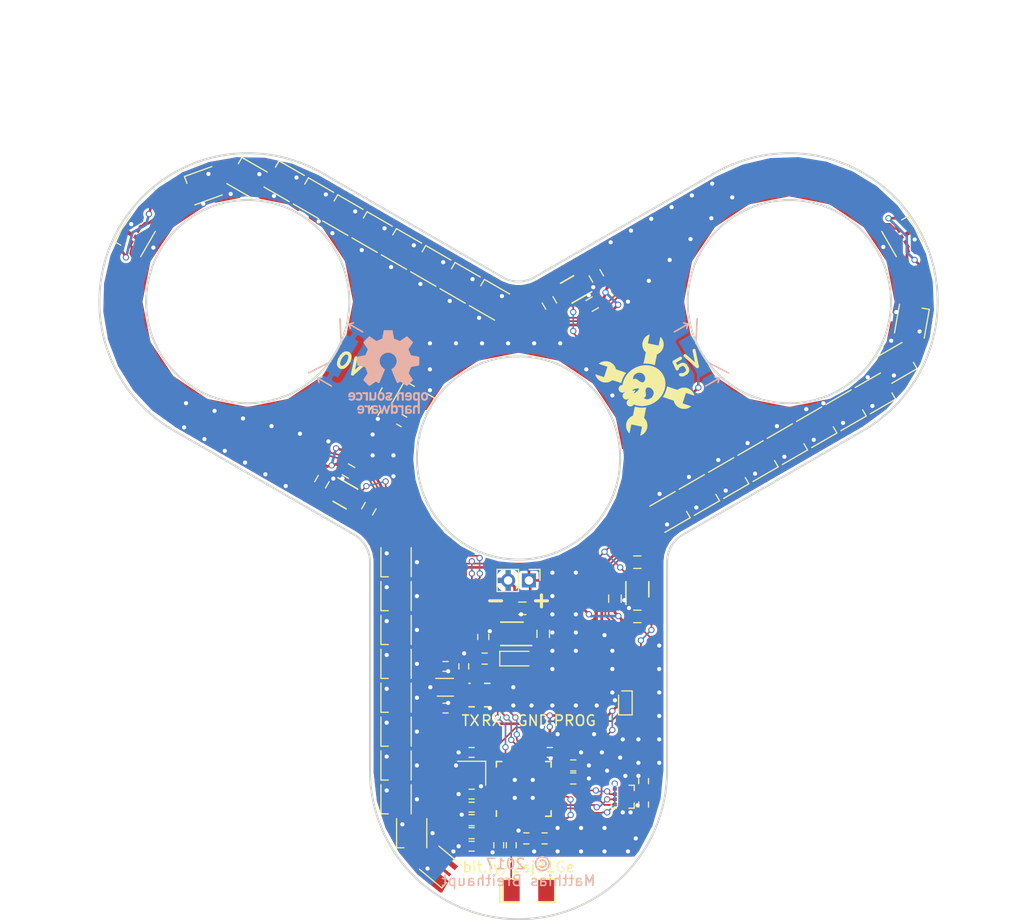
<source format=kicad_pcb>
(kicad_pcb (version 4) (host pcbnew 4.0.6-e0-6349~53~ubuntu16.04.1)
  (layers (0 F.Cu signal) (31 B.Cu signal) (34 B.Paste user) (35 F.Paste user) (36 B.SilkS user) (37 F.SilkS user) (38 B.Mask user) (39 F.Mask user) (44 Edge.Cuts user))
  (net 0 "")
  (net 1 "Net-(AE1-Pad1)")
  (net 2 +5V)
  (net 3 GND)
  (net 4 +BATT)
  (net 5 +3V3)
  (net 6 "Net-(C7-Pad1)")
  (net 7 "Net-(C8-Pad2)")
  (net 8 "Net-(C9-Pad1)")
  (net 9 "Net-(R1-Pad1)")
  (net 10 "Net-(R2-Pad1)")
  (net 11 "Net-(R3-Pad1)")
  (net 12 /ADC)
  (net 13 "Net-(D2-Pad3)")
  (net 14 "Net-(D2-Pad2)")
  (net 15 "Net-(D3-Pad3)")
  (net 16 "Net-(D3-Pad2)")
  (net 17 "Net-(D4-Pad3)")
  (net 18 "Net-(D4-Pad2)")
  (net 19 "Net-(D5-Pad3)")
  (net 20 "Net-(D5-Pad2)")
  (net 21 "Net-(D6-Pad3)")
  (net 22 "Net-(D6-Pad2)")
  (net 23 "Net-(D7-Pad3)")
  (net 24 "Net-(D7-Pad2)")
  (net 25 "Net-(D8-Pad3)")
  (net 26 "Net-(D8-Pad2)")
  (net 27 "Net-(D10-Pad4)")
  (net 28 "Net-(D10-Pad5)")
  (net 29 "Net-(D10-Pad3)")
  (net 30 "Net-(D10-Pad2)")
  (net 31 "Net-(D1-Pad2)")
  (net 32 "Net-(D1-Pad3)")
  (net 33 "Net-(D12-Pad3)")
  (net 34 "Net-(D12-Pad2)")
  (net 35 "Net-(D13-Pad3)")
  (net 36 "Net-(D13-Pad2)")
  (net 37 "Net-(D14-Pad3)")
  (net 38 "Net-(D14-Pad2)")
  (net 39 "Net-(D15-Pad3)")
  (net 40 "Net-(D15-Pad2)")
  (net 41 "Net-(D16-Pad3)")
  (net 42 "Net-(D16-Pad2)")
  (net 43 "Net-(D17-Pad3)")
  (net 44 "Net-(D17-Pad2)")
  (net 45 "Net-(D18-Pad3)")
  (net 46 "Net-(D18-Pad2)")
  (net 47 "Net-(D19-Pad3)")
  (net 48 "Net-(D19-Pad2)")
  (net 49 "Net-(D20-Pad3)")
  (net 50 "Net-(D20-Pad2)")
  (net 51 "Net-(D21-Pad3)")
  (net 52 "Net-(D21-Pad2)")
  (net 53 "Net-(D23-Pad3)")
  (net 54 "Net-(D23-Pad2)")
  (net 55 "Net-(D24-Pad3)")
  (net 56 "Net-(D24-Pad2)")
  (net 57 "Net-(D25-Pad3)")
  (net 58 "Net-(D25-Pad2)")
  (net 59 "Net-(D26-Pad3)")
  (net 60 "Net-(D26-Pad2)")
  (net 61 "Net-(D27-Pad3)")
  (net 62 "Net-(D27-Pad2)")
  (net 63 "Net-(D28-Pad3)")
  (net 64 "Net-(D28-Pad2)")
  (net 65 "Net-(D29-Pad3)")
  (net 66 "Net-(D29-Pad2)")
  (net 67 "Net-(D30-Pad3)")
  (net 68 "Net-(D30-Pad2)")
  (net 69 "Net-(D31-Pad3)")
  (net 70 "Net-(D31-Pad2)")
  (net 71 "Net-(D33-Pad1)")
  (net 72 +5C)
  (net 73 +5F)
  (net 74 +5P)
  (net 75 "Net-(R7-Pad2)")
  (net 76 "Net-(R10-Pad1)")
  (net 77 "Net-(TP2-Pad1)")
  (net 78 "Net-(C19-Pad1)")
  (net 79 "Net-(C19-Pad2)")
  (net 80 /LSO)
  (net 81 /LCK)
  (net 82 /LSO2)
  (net 83 /LCK2)
  (net 84 /LSO3)
  (net 85 /LCK3)
  (net 86 /~CS~)
  (net 87 "Net-(R14-Pad1)")
  (net 88 /IDX)
  (net 89 /SCK)
  (net 90 /MISO)
  (net 91 /MOSI)
  (net 92 /ENL)
  (net 93 "Net-(C13-Pad1)")
  (net 94 "Net-(C13-Pad2)")
  (net 95 "Net-(C16-Pad1)")
  (net 96 "Net-(C16-Pad2)")
  (net 97 /LSO1)
  (net 98 /LCK1)
  (net 99 /ENL1)
  (net 100 /LDO1)
  (net 101 /LDO)
  (net 102 /IDX1)
  (module Capacitors_SMD:C_0402 (layer F.Cu) (at 94.75 90 90)
    (fp_text reference C24)
    (fp_text value 100n)
    (pad 1 smd rect (at -0.55 0 90) (size 0.6 0.5) (layers F.Cu F.Paste F.Mask) (net 4 +BATT))
    (pad 2 smd rect (at 0.55 0 90) (size 0.6 0.5) (layers F.Cu F.Paste F.Mask) (net 3 GND))
  )
  (module parts:LED_APA102-2020 (layer F.Cu) (at 114.535254 75.175798 210)
    (fp_text reference D1)
    (fp_text value APA102-2020)
    (pad 4 smd rect (at 0.85 0.9 210) (size 0.8 0.5) (layers F.Cu F.Paste F.Mask) (net 97 /LSO1))
    (pad 5 smd rect (at 0.85 0 210) (size 0.8 0.3) (layers F.Cu F.Paste F.Mask) (net 98 /LCK1))
    (pad 6 smd rect (at 0.85 -0.9 210) (size 0.8 0.5) (layers F.Cu F.Paste F.Mask) (net 3 GND))
    (pad 3 smd rect (at -0.85 0.9 210) (size 0.8 0.5) (layers F.Cu F.Paste F.Mask) (net 32 "Net-(D1-Pad3)"))
    (pad 2 smd rect (at -0.85 0 210) (size 0.8 0.3) (layers F.Cu F.Paste F.Mask) (net 31 "Net-(D1-Pad2)"))
    (pad 1 smd rect (at -0.85 -0.9 210) (size 0.8 0.5) (layers F.Cu F.Paste F.Mask) (net 72 +5C))
    (pad 1 smd rect (at 0 -0.825 210) (size 0.4 0.95) (layers F.Cu F.Paste F.Mask) (net 72 +5C))
    (pad 6 smd rect (at 0 0.6 210) (size 0.4 1.4) (layers F.Cu F.Paste F.Mask) (net 3 GND))
  )
  (module parts:wrencher_8mm (layer F.Cu) (at 112.124356 63 300)
    (fp_text reference G1 hide)
    (fp_text value HACKADAY hide)
  )
  (module Measurement_Points:Measurement_Point_Round-SMD-Pad_Small (layer F.Cu) (at 101.4 96.8)
    (fp_text reference TP3)
    (fp_text value GND (at 0 -1.6) (layer F.SilkS))
    (pad 1 smd circle (at 0 0) (size 1.5 1.5) (layers F.Cu F.Mask) (net 3 GND))
  )
  (module Capacitors_SMD:C_0603 (layer F.Cu) (at 83.683657 71.260735 330)
    (fp_text reference C18)
    (fp_text value 2.2u)
    (pad 1 smd rect (at -0.75 0 330) (size 0.8 0.75) (layers F.Cu F.Paste F.Mask) (net 4 +BATT))
    (pad 2 smd rect (at 0.75 0 330) (size 0.8 0.75) (layers F.Cu F.Paste F.Mask) (net 3 GND))
  )
  (module Capacitors_SMD:C_0603 (layer F.Cu) (at 107.066343 55.239265 210)
    (fp_text reference C15)
    (fp_text value 2.2u)
    (pad 1 smd rect (at -0.75 0 210) (size 0.8 0.75) (layers F.Cu F.Paste F.Mask) (net 4 +BATT))
    (pad 2 smd rect (at 0.75 0 210) (size 0.8 0.75) (layers F.Cu F.Paste F.Mask) (net 3 GND))
  )
  (module Capacitors_SMD:C_0603 (layer F.Cu) (at 102.366922 86.872596 90)
    (fp_text reference C1)
    (fp_text value 10u)
    (pad 1 smd rect (at -0.75 0 90) (size 0.8 0.75) (layers F.Cu F.Paste F.Mask) (net 2 +5V))
    (pad 2 smd rect (at 0.75 0 90) (size 0.8 0.75) (layers F.Cu F.Paste F.Mask) (net 3 GND))
  )
  (module Capacitors_SMD:C_0603 (layer F.Cu) (at 100.366922 84.422596 180)
    (fp_text reference C2)
    (fp_text value 10u)
    (pad 1 smd rect (at -0.75 0 180) (size 0.8 0.75) (layers F.Cu F.Paste F.Mask) (net 4 +BATT))
    (pad 2 smd rect (at 0.75 0 180) (size 0.8 0.75) (layers F.Cu F.Paste F.Mask) (net 3 GND))
  )
  (module Resistors_SMD:R_0402 (layer F.Cu) (at 96.75 89.25)
    (fp_text reference R1)
    (fp_text value 2k)
    (pad 1 smd rect (at -0.45 0) (size 0.4 0.6) (layers F.Cu F.Paste F.Mask) (net 9 "Net-(R1-Pad1)"))
    (pad 2 smd rect (at 0.45 0) (size 0.4 0.6) (layers F.Cu F.Paste F.Mask) (net 71 "Net-(D33-Pad1)"))
  )
  (module Housings_DFN_QFN:DFN-8-1EP_3x2mm_Pitch0.5mm (layer F.Cu) (at 99.366922 86.872596 180)
    (fp_text reference U1)
    (fp_text value MCP73831-2ACI/MC)
    (pad 1 smd rect (at -1.45 -0.75 180) (size 0.75 0.3) (layers F.Cu F.Paste F.Mask) (net 2 +5V))
    (pad 2 smd rect (at -1.45 -0.25 180) (size 0.75 0.3) (layers F.Cu F.Paste F.Mask) (net 2 +5V))
    (pad 3 smd rect (at -1.45 0.25 180) (size 0.75 0.3) (layers F.Cu F.Paste F.Mask) (net 4 +BATT))
    (pad 4 smd rect (at -1.45 0.75 180) (size 0.75 0.3) (layers F.Cu F.Paste F.Mask) (net 4 +BATT))
    (pad 5 smd rect (at 1.45 0.75 180) (size 0.75 0.3) (layers F.Cu F.Paste F.Mask) (net 9 "Net-(R1-Pad1)"))
    (pad 6 smd rect (at 1.45 0.25 180) (size 0.75 0.3) (layers F.Cu F.Paste F.Mask) (net 3 GND))
    (pad 7 smd rect (at 1.45 -0.25 180) (size 0.75 0.3) (layers F.Cu F.Paste F.Mask))
    (pad 8 smd rect (at 1.45 -0.75 180) (size 0.75 0.3) (layers F.Cu F.Paste F.Mask) (net 10 "Net-(R2-Pad1)"))
    (pad 9 smd rect (at 0.4375 0.3625 180) (size 0.875 0.725) (layers F.Cu F.Paste F.Mask))
    (pad 9 smd rect (at 0.4375 -0.3625 180) (size 0.875 0.725) (layers F.Cu F.Paste F.Mask))
    (pad 9 smd rect (at -0.4375 0.3625 180) (size 0.875 0.725) (layers F.Cu F.Paste F.Mask))
    (pad 9 smd rect (at -0.4375 -0.3625 180) (size 0.875 0.725) (layers F.Cu F.Paste F.Mask))
  )
  (module Resistors_SMD:R_0402 (layer F.Cu) (at 96.616922 87.172596 90)
    (fp_text reference R2)
    (fp_text value 2k)
    (pad 1 smd rect (at -0.45 0 90) (size 0.4 0.6) (layers F.Cu F.Paste F.Mask) (net 10 "Net-(R2-Pad1)"))
    (pad 2 smd rect (at 0.45 0 90) (size 0.4 0.6) (layers F.Cu F.Paste F.Mask) (net 3 GND))
  )
  (module Capacitors_SMD:C_0603 (layer F.Cu) (at 81.136414 72.27269 60)
    (fp_text reference C20)
    (fp_text value 2.2u)
    (pad 1 smd rect (at -0.75 0 60) (size 0.8 0.75) (layers F.Cu F.Paste F.Mask) (net 74 +5P))
    (pad 2 smd rect (at 0.75 0 60) (size 0.8 0.75) (layers F.Cu F.Paste F.Mask) (net 3 GND))
  )
  (module Capacitors_SMD:C_0603 (layer F.Cu) (at 107.463586 52.52731 300)
    (fp_text reference C17)
    (fp_text value 2.2u)
    (pad 1 smd rect (at -0.75 0 300) (size 0.8 0.75) (layers F.Cu F.Paste F.Mask) (net 73 +5F))
    (pad 2 smd rect (at 0.75 0 300) (size 0.8 0.75) (layers F.Cu F.Paste F.Mask) (net 3 GND))
  )
  (module Housings_DFN_QFN:DFN-6-1EP_2x2mm_Pitch0.65mm (layer F.Cu) (at 83.38808 73.57269 330)
    (fp_text reference U7)
    (fp_text value TPS60150)
    (pad 1 smd rect (at -1.05 -0.65 330) (size 0.65 0.35) (layers F.Cu F.Paste F.Mask) (net 3 GND))
    (pad 2 smd rect (at -1.05 0 330) (size 0.65 0.35) (layers F.Cu F.Paste F.Mask) (net 4 +BATT))
    (pad 3 smd rect (at -1.05 0.65 330) (size 0.65 0.35) (layers F.Cu F.Paste F.Mask) (net 74 +5P))
    (pad 4 smd rect (at 1.05 0.65 330) (size 0.65 0.35) (layers F.Cu F.Paste F.Mask) (net 79 "Net-(C19-Pad2)"))
    (pad 5 smd rect (at 1.05 0 330) (size 0.65 0.35) (layers F.Cu F.Paste F.Mask) (net 78 "Net-(C19-Pad1)"))
    (pad 6 smd rect (at 1.05 -0.65 330) (size 0.65 0.35) (layers F.Cu F.Paste F.Mask) (net 92 /ENL))
    (pad 7 smd rect (at 0 0.4 330) (size 1 0.8) (layers F.Cu F.Paste F.Mask))
    (pad 7 smd rect (at 0 -0.4 330) (size 1 0.8) (layers F.Cu F.Paste F.Mask))
  )
  (module Housings_DFN_QFN:DFN-6-1EP_2x2mm_Pitch0.65mm (layer F.Cu) (at 105.21192 53.82731 210)
    (fp_text reference U6)
    (fp_text value TPS60150)
    (pad 1 smd rect (at -1.05 -0.65 210) (size 0.65 0.35) (layers F.Cu F.Paste F.Mask) (net 3 GND))
    (pad 2 smd rect (at -1.05 0 210) (size 0.65 0.35) (layers F.Cu F.Paste F.Mask) (net 4 +BATT))
    (pad 3 smd rect (at -1.05 0.65 210) (size 0.65 0.35) (layers F.Cu F.Paste F.Mask) (net 73 +5F))
    (pad 4 smd rect (at 1.05 0.65 210) (size 0.65 0.35) (layers F.Cu F.Paste F.Mask) (net 96 "Net-(C16-Pad2)"))
    (pad 5 smd rect (at 1.05 0 210) (size 0.65 0.35) (layers F.Cu F.Paste F.Mask) (net 95 "Net-(C16-Pad1)"))
    (pad 6 smd rect (at 1.05 -0.65 210) (size 0.65 0.35) (layers F.Cu F.Paste F.Mask) (net 92 /ENL))
    (pad 7 smd rect (at 0 0.4 210) (size 1 0.8) (layers F.Cu F.Paste F.Mask))
    (pad 7 smd rect (at 0 -0.4 210) (size 1 0.8) (layers F.Cu F.Paste F.Mask))
  )
  (module Capacitors_SMD:C_0603 (layer F.Cu) (at 85.639746 74.87269 240)
    (fp_text reference C19)
    (fp_text value 1u)
    (pad 1 smd rect (at -0.75 0 240) (size 0.8 0.75) (layers F.Cu F.Paste F.Mask) (net 78 "Net-(C19-Pad1)"))
    (pad 2 smd rect (at 0.75 0 240) (size 0.8 0.75) (layers F.Cu F.Paste F.Mask) (net 79 "Net-(C19-Pad2)"))
  )
  (module Capacitors_SMD:C_0603 (layer F.Cu) (at 102.960254 55.12731 120)
    (fp_text reference C16)
    (fp_text value 1u)
    (pad 1 smd rect (at -0.75 0 120) (size 0.8 0.75) (layers F.Cu F.Paste F.Mask) (net 95 "Net-(C16-Pad1)"))
    (pad 2 smd rect (at 0.75 0 120) (size 0.8 0.75) (layers F.Cu F.Paste F.Mask) (net 96 "Net-(C16-Pad2)"))
  )
  (module Resistors_SMD:R_0402 (layer F.Cu) (at 88.790708 66.415064 330)
    (fp_text reference R15)
    (fp_text value 2k)
    (pad 1 smd rect (at -0.45 0 330) (size 0.4 0.6) (layers F.Cu F.Paste F.Mask) (net 4 +BATT))
    (pad 2 smd rect (at 0.45 0 330) (size 0.4 0.6) (layers F.Cu F.Paste F.Mask) (net 102 /IDX1))
  )
  (module Resistors_SMD:R_0402 (layer F.Cu) (at 87.25 63.75 240)
    (fp_text reference R14)
    (fp_text value 150)
    (pad 1 smd rect (at -0.45 0 240) (size 0.4 0.6) (layers F.Cu F.Paste F.Mask) (net 87 "Net-(R14-Pad1)"))
    (pad 2 smd rect (at 0.45 0 240) (size 0.4 0.6) (layers F.Cu F.Paste F.Mask) (net 4 +BATT))
  )
  (module parts:LED_APA102-2020 (layer F.Cu) (at 63.19392 48.75 60)
    (fp_text reference D22)
    (fp_text value APA102-2020)
    (pad 4 smd rect (at 0.85 0.9 60) (size 0.8 0.5) (layers F.Cu F.Paste F.Mask) (net 51 "Net-(D21-Pad3)"))
    (pad 5 smd rect (at 0.85 0 60) (size 0.8 0.3) (layers F.Cu F.Paste F.Mask) (net 52 "Net-(D21-Pad2)"))
    (pad 6 smd rect (at 0.85 -0.9 60) (size 0.8 0.5) (layers F.Cu F.Paste F.Mask) (net 3 GND))
    (pad 3 smd rect (at -0.85 0.9 60) (size 0.8 0.5) (layers F.Cu F.Paste F.Mask) (net 84 /LSO3))
    (pad 2 smd rect (at -0.85 0 60) (size 0.8 0.3) (layers F.Cu F.Paste F.Mask) (net 85 /LCK3))
    (pad 1 smd rect (at -0.85 -0.9 60) (size 0.8 0.5) (layers F.Cu F.Paste F.Mask) (net 73 +5F))
    (pad 1 smd rect (at 0 -0.825 60) (size 0.4 0.95) (layers F.Cu F.Paste F.Mask) (net 73 +5F))
    (pad 6 smd rect (at 0 0.6 60) (size 0.4 1.4) (layers F.Cu F.Paste F.Mask) (net 3 GND))
  )
  (module parts:LED_APA102-2020 (layer F.Cu) (at 136.80608 48.75 300)
    (fp_text reference D11)
    (fp_text value APA102-2020)
    (pad 4 smd rect (at 0.85 0.9 300) (size 0.8 0.5) (layers F.Cu F.Paste F.Mask) (net 29 "Net-(D10-Pad3)"))
    (pad 5 smd rect (at 0.85 0 300) (size 0.8 0.3) (layers F.Cu F.Paste F.Mask) (net 30 "Net-(D10-Pad2)"))
    (pad 6 smd rect (at 0.85 -0.9 300) (size 0.8 0.5) (layers F.Cu F.Paste F.Mask) (net 3 GND))
    (pad 3 smd rect (at -0.85 0.9 300) (size 0.8 0.5) (layers F.Cu F.Paste F.Mask) (net 82 /LSO2))
    (pad 2 smd rect (at -0.85 0 300) (size 0.8 0.3) (layers F.Cu F.Paste F.Mask) (net 83 /LCK2))
    (pad 1 smd rect (at -0.85 -0.9 300) (size 0.8 0.5) (layers F.Cu F.Paste F.Mask) (net 72 +5C))
    (pad 1 smd rect (at 0 -0.825 300) (size 0.4 0.95) (layers F.Cu F.Paste F.Mask) (net 72 +5C))
    (pad 6 smd rect (at 0 0.6 300) (size 0.4 1.4) (layers F.Cu F.Paste F.Mask) (net 3 GND))
  )
  (module parts:LED_APA102-2020 (layer F.Cu) (at 69.758503 43.879809 20)
    (fp_text reference D21)
    (fp_text value APA102-2020)
    (pad 4 smd rect (at 0.85 0.9 20) (size 0.8 0.5) (layers F.Cu F.Paste F.Mask) (net 49 "Net-(D20-Pad3)"))
    (pad 5 smd rect (at 0.85 0 20) (size 0.8 0.3) (layers F.Cu F.Paste F.Mask) (net 50 "Net-(D20-Pad2)"))
    (pad 6 smd rect (at 0.85 -0.9 20) (size 0.8 0.5) (layers F.Cu F.Paste F.Mask) (net 3 GND))
    (pad 3 smd rect (at -0.85 0.9 20) (size 0.8 0.5) (layers F.Cu F.Paste F.Mask) (net 51 "Net-(D21-Pad3)"))
    (pad 2 smd rect (at -0.85 0 20) (size 0.8 0.3) (layers F.Cu F.Paste F.Mask) (net 52 "Net-(D21-Pad2)"))
    (pad 1 smd rect (at -0.85 -0.9 20) (size 0.8 0.5) (layers F.Cu F.Paste F.Mask) (net 73 +5F))
    (pad 1 smd rect (at 0 -0.825 20) (size 0.4 0.95) (layers F.Cu F.Paste F.Mask) (net 73 +5F))
    (pad 6 smd rect (at 0 0.6 20) (size 0.4 1.4) (layers F.Cu F.Paste F.Mask) (net 3 GND))
  )
  (module parts:LED_APA102-2020 (layer F.Cu) (at 137.741497 56.870191 260)
    (fp_text reference D10)
    (fp_text value APA102-2020)
    (pad 4 smd rect (at 0.85 0.9 260) (size 0.8 0.5) (layers F.Cu F.Paste F.Mask) (net 27 "Net-(D10-Pad4)"))
    (pad 5 smd rect (at 0.85 0 260) (size 0.8 0.3) (layers F.Cu F.Paste F.Mask) (net 28 "Net-(D10-Pad5)"))
    (pad 6 smd rect (at 0.85 -0.9 260) (size 0.8 0.5) (layers F.Cu F.Paste F.Mask) (net 3 GND))
    (pad 3 smd rect (at -0.85 0.9 260) (size 0.8 0.5) (layers F.Cu F.Paste F.Mask) (net 29 "Net-(D10-Pad3)"))
    (pad 2 smd rect (at -0.85 0 260) (size 0.8 0.3) (layers F.Cu F.Paste F.Mask) (net 30 "Net-(D10-Pad2)"))
    (pad 1 smd rect (at -0.85 -0.9 260) (size 0.8 0.5) (layers F.Cu F.Paste F.Mask) (net 72 +5C))
    (pad 1 smd rect (at 0 -0.825 260) (size 0.4 0.95) (layers F.Cu F.Paste F.Mask) (net 72 +5C))
    (pad 6 smd rect (at 0 0.6 260) (size 0.4 1.4) (layers F.Cu F.Paste F.Mask) (net 3 GND))
  )
  (module parts:LED_APA102-2020 (layer F.Cu) (at 73.948085 43.12324 330)
    (fp_text reference D20)
    (fp_text value APA102-2020)
    (pad 4 smd rect (at 0.85 0.9 330) (size 0.8 0.5) (layers F.Cu F.Paste F.Mask) (net 47 "Net-(D19-Pad3)"))
    (pad 5 smd rect (at 0.85 0 330) (size 0.8 0.3) (layers F.Cu F.Paste F.Mask) (net 48 "Net-(D19-Pad2)"))
    (pad 6 smd rect (at 0.85 -0.9 330) (size 0.8 0.5) (layers F.Cu F.Paste F.Mask) (net 3 GND))
    (pad 3 smd rect (at -0.85 0.9 330) (size 0.8 0.5) (layers F.Cu F.Paste F.Mask) (net 49 "Net-(D20-Pad3)"))
    (pad 2 smd rect (at -0.85 0 330) (size 0.8 0.3) (layers F.Cu F.Paste F.Mask) (net 50 "Net-(D20-Pad2)"))
    (pad 1 smd rect (at -0.85 -0.9 330) (size 0.8 0.5) (layers F.Cu F.Paste F.Mask) (net 73 +5F))
    (pad 1 smd rect (at 0 -0.825 330) (size 0.4 0.95) (layers F.Cu F.Paste F.Mask) (net 73 +5F))
    (pad 6 smd rect (at 0 0.6 330) (size 0.4 1.4) (layers F.Cu F.Paste F.Mask) (net 3 GND))
  )
  (module parts:LED_APA102-2020 (layer F.Cu) (at 136.301915 60.87676 210)
    (fp_text reference D9)
    (fp_text value APA102-2020)
    (pad 4 smd rect (at 0.85 0.9 210) (size 0.8 0.5) (layers F.Cu F.Paste F.Mask) (net 25 "Net-(D8-Pad3)"))
    (pad 5 smd rect (at 0.85 0 210) (size 0.8 0.3) (layers F.Cu F.Paste F.Mask) (net 26 "Net-(D8-Pad2)"))
    (pad 6 smd rect (at 0.85 -0.9 210) (size 0.8 0.5) (layers F.Cu F.Paste F.Mask) (net 3 GND))
    (pad 3 smd rect (at -0.85 0.9 210) (size 0.8 0.5) (layers F.Cu F.Paste F.Mask) (net 27 "Net-(D10-Pad4)"))
    (pad 2 smd rect (at -0.85 0 210) (size 0.8 0.3) (layers F.Cu F.Paste F.Mask) (net 28 "Net-(D10-Pad5)"))
    (pad 1 smd rect (at -0.85 -0.9 210) (size 0.8 0.5) (layers F.Cu F.Paste F.Mask) (net 72 +5C))
    (pad 1 smd rect (at 0 -0.825 210) (size 0.4 0.95) (layers F.Cu F.Paste F.Mask) (net 72 +5C))
    (pad 6 smd rect (at 0 0.6 210) (size 0.4 1.4) (layers F.Cu F.Paste F.Mask) (net 3 GND))
  )
  (module parts:LED_APA102-2020 (layer F.Cu) (at 77.512668 43.449202 330)
    (fp_text reference D19)
    (fp_text value APA102-2020)
    (pad 4 smd rect (at 0.85 0.9 330) (size 0.8 0.5) (layers F.Cu F.Paste F.Mask) (net 45 "Net-(D18-Pad3)"))
    (pad 5 smd rect (at 0.85 0 330) (size 0.8 0.3) (layers F.Cu F.Paste F.Mask) (net 46 "Net-(D18-Pad2)"))
    (pad 6 smd rect (at 0.85 -0.9 330) (size 0.8 0.5) (layers F.Cu F.Paste F.Mask) (net 3 GND))
    (pad 3 smd rect (at -0.85 0.9 330) (size 0.8 0.5) (layers F.Cu F.Paste F.Mask) (net 47 "Net-(D19-Pad3)"))
    (pad 2 smd rect (at -0.85 0 330) (size 0.8 0.3) (layers F.Cu F.Paste F.Mask) (net 48 "Net-(D19-Pad2)"))
    (pad 1 smd rect (at -0.85 -0.9 330) (size 0.8 0.5) (layers F.Cu F.Paste F.Mask) (net 73 +5F))
    (pad 1 smd rect (at 0 -0.825 330) (size 0.4 0.95) (layers F.Cu F.Paste F.Mask) (net 73 +5F))
    (pad 6 smd rect (at 0 0.6 330) (size 0.4 1.4) (layers F.Cu F.Paste F.Mask) (net 3 GND))
  )
  (module parts:LED_APA102-2020 (layer F.Cu) (at 134.237332 63.800798 210)
    (fp_text reference D8)
    (fp_text value APA102-2020)
    (pad 4 smd rect (at 0.85 0.9 210) (size 0.8 0.5) (layers F.Cu F.Paste F.Mask) (net 23 "Net-(D7-Pad3)"))
    (pad 5 smd rect (at 0.85 0 210) (size 0.8 0.3) (layers F.Cu F.Paste F.Mask) (net 24 "Net-(D7-Pad2)"))
    (pad 6 smd rect (at 0.85 -0.9 210) (size 0.8 0.5) (layers F.Cu F.Paste F.Mask) (net 3 GND))
    (pad 3 smd rect (at -0.85 0.9 210) (size 0.8 0.5) (layers F.Cu F.Paste F.Mask) (net 25 "Net-(D8-Pad3)"))
    (pad 2 smd rect (at -0.85 0 210) (size 0.8 0.3) (layers F.Cu F.Paste F.Mask) (net 26 "Net-(D8-Pad2)"))
    (pad 1 smd rect (at -0.85 -0.9 210) (size 0.8 0.5) (layers F.Cu F.Paste F.Mask) (net 72 +5C))
    (pad 1 smd rect (at 0 -0.825 210) (size 0.4 0.95) (layers F.Cu F.Paste F.Mask) (net 72 +5C))
    (pad 6 smd rect (at 0 0.6 210) (size 0.4 1.4) (layers F.Cu F.Paste F.Mask) (net 3 GND))
  )
  (module parts:LED_APA102-2020 (layer F.Cu) (at 80.327251 45.074202 330)
    (fp_text reference D18)
    (fp_text value APA102-2020)
    (pad 4 smd rect (at 0.85 0.9 330) (size 0.8 0.5) (layers F.Cu F.Paste F.Mask) (net 43 "Net-(D17-Pad3)"))
    (pad 5 smd rect (at 0.85 0 330) (size 0.8 0.3) (layers F.Cu F.Paste F.Mask) (net 44 "Net-(D17-Pad2)"))
    (pad 6 smd rect (at 0.85 -0.9 330) (size 0.8 0.5) (layers F.Cu F.Paste F.Mask) (net 3 GND))
    (pad 3 smd rect (at -0.85 0.9 330) (size 0.8 0.5) (layers F.Cu F.Paste F.Mask) (net 45 "Net-(D18-Pad3)"))
    (pad 2 smd rect (at -0.85 0 330) (size 0.8 0.3) (layers F.Cu F.Paste F.Mask) (net 46 "Net-(D18-Pad2)"))
    (pad 1 smd rect (at -0.85 -0.9 330) (size 0.8 0.5) (layers F.Cu F.Paste F.Mask) (net 73 +5F))
    (pad 1 smd rect (at 0 -0.825 330) (size 0.4 0.95) (layers F.Cu F.Paste F.Mask) (net 73 +5F))
    (pad 6 smd rect (at 0 0.6 330) (size 0.4 1.4) (layers F.Cu F.Paste F.Mask) (net 3 GND))
  )
  (module parts:LED_APA102-2020 (layer F.Cu) (at 131.422749 65.425798 210)
    (fp_text reference D7)
    (fp_text value APA102-2020)
    (pad 4 smd rect (at 0.85 0.9 210) (size 0.8 0.5) (layers F.Cu F.Paste F.Mask) (net 21 "Net-(D6-Pad3)"))
    (pad 5 smd rect (at 0.85 0 210) (size 0.8 0.3) (layers F.Cu F.Paste F.Mask) (net 22 "Net-(D6-Pad2)"))
    (pad 6 smd rect (at 0.85 -0.9 210) (size 0.8 0.5) (layers F.Cu F.Paste F.Mask) (net 3 GND))
    (pad 3 smd rect (at -0.85 0.9 210) (size 0.8 0.5) (layers F.Cu F.Paste F.Mask) (net 23 "Net-(D7-Pad3)"))
    (pad 2 smd rect (at -0.85 0 210) (size 0.8 0.3) (layers F.Cu F.Paste F.Mask) (net 24 "Net-(D7-Pad2)"))
    (pad 1 smd rect (at -0.85 -0.9 210) (size 0.8 0.5) (layers F.Cu F.Paste F.Mask) (net 72 +5C))
    (pad 1 smd rect (at 0 -0.825 210) (size 0.4 0.95) (layers F.Cu F.Paste F.Mask) (net 72 +5C))
    (pad 6 smd rect (at 0 0.6 210) (size 0.4 1.4) (layers F.Cu F.Paste F.Mask) (net 3 GND))
  )
  (module parts:LED_APA102-2020 (layer F.Cu) (at 83.141833 46.699202 330)
    (fp_text reference D17)
    (fp_text value APA102-2020)
    (pad 4 smd rect (at 0.85 0.9 330) (size 0.8 0.5) (layers F.Cu F.Paste F.Mask) (net 41 "Net-(D16-Pad3)"))
    (pad 5 smd rect (at 0.85 0 330) (size 0.8 0.3) (layers F.Cu F.Paste F.Mask) (net 42 "Net-(D16-Pad2)"))
    (pad 6 smd rect (at 0.85 -0.9 330) (size 0.8 0.5) (layers F.Cu F.Paste F.Mask) (net 3 GND))
    (pad 3 smd rect (at -0.85 0.9 330) (size 0.8 0.5) (layers F.Cu F.Paste F.Mask) (net 43 "Net-(D17-Pad3)"))
    (pad 2 smd rect (at -0.85 0 330) (size 0.8 0.3) (layers F.Cu F.Paste F.Mask) (net 44 "Net-(D17-Pad2)"))
    (pad 1 smd rect (at -0.85 -0.9 330) (size 0.8 0.5) (layers F.Cu F.Paste F.Mask) (net 73 +5F))
    (pad 1 smd rect (at 0 -0.825 330) (size 0.4 0.95) (layers F.Cu F.Paste F.Mask) (net 73 +5F))
    (pad 6 smd rect (at 0 0.6 330) (size 0.4 1.4) (layers F.Cu F.Paste F.Mask) (net 3 GND))
  )
  (module parts:LED_APA102-2020 (layer F.Cu) (at 128.608167 67.050798 210)
    (fp_text reference D6)
    (fp_text value APA102-2020)
    (pad 4 smd rect (at 0.85 0.9 210) (size 0.8 0.5) (layers F.Cu F.Paste F.Mask) (net 19 "Net-(D5-Pad3)"))
    (pad 5 smd rect (at 0.85 0 210) (size 0.8 0.3) (layers F.Cu F.Paste F.Mask) (net 20 "Net-(D5-Pad2)"))
    (pad 6 smd rect (at 0.85 -0.9 210) (size 0.8 0.5) (layers F.Cu F.Paste F.Mask) (net 3 GND))
    (pad 3 smd rect (at -0.85 0.9 210) (size 0.8 0.5) (layers F.Cu F.Paste F.Mask) (net 21 "Net-(D6-Pad3)"))
    (pad 2 smd rect (at -0.85 0 210) (size 0.8 0.3) (layers F.Cu F.Paste F.Mask) (net 22 "Net-(D6-Pad2)"))
    (pad 1 smd rect (at -0.85 -0.9 210) (size 0.8 0.5) (layers F.Cu F.Paste F.Mask) (net 72 +5C))
    (pad 1 smd rect (at 0 -0.825 210) (size 0.4 0.95) (layers F.Cu F.Paste F.Mask) (net 72 +5C))
    (pad 6 smd rect (at 0 0.6 210) (size 0.4 1.4) (layers F.Cu F.Paste F.Mask) (net 3 GND))
  )
  (module parts:LED_APA102-2020 (layer F.Cu) (at 97.214746 54.824202 330)
    (fp_text reference D12)
    (fp_text value APA102-2020)
    (pad 4 smd rect (at 0.85 0.9 330) (size 0.8 0.5) (layers F.Cu F.Paste F.Mask) (net 82 /LSO2))
    (pad 5 smd rect (at 0.85 0 330) (size 0.8 0.3) (layers F.Cu F.Paste F.Mask) (net 83 /LCK2))
    (pad 6 smd rect (at 0.85 -0.9 330) (size 0.8 0.5) (layers F.Cu F.Paste F.Mask) (net 3 GND))
    (pad 3 smd rect (at -0.85 0.9 330) (size 0.8 0.5) (layers F.Cu F.Paste F.Mask) (net 33 "Net-(D12-Pad3)"))
    (pad 2 smd rect (at -0.85 0 330) (size 0.8 0.3) (layers F.Cu F.Paste F.Mask) (net 34 "Net-(D12-Pad2)"))
    (pad 1 smd rect (at -0.85 -0.9 330) (size 0.8 0.5) (layers F.Cu F.Paste F.Mask) (net 73 +5F))
    (pad 1 smd rect (at 0 -0.825 330) (size 0.4 0.95) (layers F.Cu F.Paste F.Mask) (net 73 +5F))
    (pad 6 smd rect (at 0 0.6 330) (size 0.4 1.4) (layers F.Cu F.Paste F.Mask) (net 3 GND))
  )
  (module parts:LED_APA102-2020 (layer F.Cu) (at 94.400163 53.199202 330)
    (fp_text reference D13)
    (fp_text value APA102-2020)
    (pad 4 smd rect (at 0.85 0.9 330) (size 0.8 0.5) (layers F.Cu F.Paste F.Mask) (net 33 "Net-(D12-Pad3)"))
    (pad 5 smd rect (at 0.85 0 330) (size 0.8 0.3) (layers F.Cu F.Paste F.Mask) (net 34 "Net-(D12-Pad2)"))
    (pad 6 smd rect (at 0.85 -0.9 330) (size 0.8 0.5) (layers F.Cu F.Paste F.Mask) (net 3 GND))
    (pad 3 smd rect (at -0.85 0.9 330) (size 0.8 0.5) (layers F.Cu F.Paste F.Mask) (net 35 "Net-(D13-Pad3)"))
    (pad 2 smd rect (at -0.85 0 330) (size 0.8 0.3) (layers F.Cu F.Paste F.Mask) (net 36 "Net-(D13-Pad2)"))
    (pad 1 smd rect (at -0.85 -0.9 330) (size 0.8 0.5) (layers F.Cu F.Paste F.Mask) (net 73 +5F))
    (pad 1 smd rect (at 0 -0.825 330) (size 0.4 0.95) (layers F.Cu F.Paste F.Mask) (net 73 +5F))
    (pad 6 smd rect (at 0 0.6 330) (size 0.4 1.4) (layers F.Cu F.Paste F.Mask) (net 3 GND))
  )
  (module parts:LED_APA102-2020 (layer F.Cu) (at 117.349837 73.550798 210)
    (fp_text reference D2)
    (fp_text value APA102-2020)
    (pad 4 smd rect (at 0.85 0.9 210) (size 0.8 0.5) (layers F.Cu F.Paste F.Mask) (net 32 "Net-(D1-Pad3)"))
    (pad 5 smd rect (at 0.85 0 210) (size 0.8 0.3) (layers F.Cu F.Paste F.Mask) (net 31 "Net-(D1-Pad2)"))
    (pad 6 smd rect (at 0.85 -0.9 210) (size 0.8 0.5) (layers F.Cu F.Paste F.Mask) (net 3 GND))
    (pad 3 smd rect (at -0.85 0.9 210) (size 0.8 0.5) (layers F.Cu F.Paste F.Mask) (net 13 "Net-(D2-Pad3)"))
    (pad 2 smd rect (at -0.85 0 210) (size 0.8 0.3) (layers F.Cu F.Paste F.Mask) (net 14 "Net-(D2-Pad2)"))
    (pad 1 smd rect (at -0.85 -0.9 210) (size 0.8 0.5) (layers F.Cu F.Paste F.Mask) (net 72 +5C))
    (pad 1 smd rect (at 0 -0.825 210) (size 0.4 0.95) (layers F.Cu F.Paste F.Mask) (net 72 +5C))
    (pad 6 smd rect (at 0 0.6 210) (size 0.4 1.4) (layers F.Cu F.Paste F.Mask) (net 3 GND))
  )
  (module parts:LED_APA102-2020 (layer F.Cu) (at 91.585581 51.574202 330)
    (fp_text reference D14)
    (fp_text value APA102-2020)
    (pad 4 smd rect (at 0.85 0.9 330) (size 0.8 0.5) (layers F.Cu F.Paste F.Mask) (net 35 "Net-(D13-Pad3)"))
    (pad 5 smd rect (at 0.85 0 330) (size 0.8 0.3) (layers F.Cu F.Paste F.Mask) (net 36 "Net-(D13-Pad2)"))
    (pad 6 smd rect (at 0.85 -0.9 330) (size 0.8 0.5) (layers F.Cu F.Paste F.Mask) (net 3 GND))
    (pad 3 smd rect (at -0.85 0.9 330) (size 0.8 0.5) (layers F.Cu F.Paste F.Mask) (net 37 "Net-(D14-Pad3)"))
    (pad 2 smd rect (at -0.85 0 330) (size 0.8 0.3) (layers F.Cu F.Paste F.Mask) (net 38 "Net-(D14-Pad2)"))
    (pad 1 smd rect (at -0.85 -0.9 330) (size 0.8 0.5) (layers F.Cu F.Paste F.Mask) (net 73 +5F))
    (pad 1 smd rect (at 0 -0.825 330) (size 0.4 0.95) (layers F.Cu F.Paste F.Mask) (net 73 +5F))
    (pad 6 smd rect (at 0 0.6 330) (size 0.4 1.4) (layers F.Cu F.Paste F.Mask) (net 3 GND))
  )
  (module parts:LED_APA102-2020 (layer F.Cu) (at 120.164419 71.925798 210)
    (fp_text reference D3)
    (fp_text value APA102-2020)
    (pad 4 smd rect (at 0.85 0.9 210) (size 0.8 0.5) (layers F.Cu F.Paste F.Mask) (net 13 "Net-(D2-Pad3)"))
    (pad 5 smd rect (at 0.85 0 210) (size 0.8 0.3) (layers F.Cu F.Paste F.Mask) (net 14 "Net-(D2-Pad2)"))
    (pad 6 smd rect (at 0.85 -0.9 210) (size 0.8 0.5) (layers F.Cu F.Paste F.Mask) (net 3 GND))
    (pad 3 smd rect (at -0.85 0.9 210) (size 0.8 0.5) (layers F.Cu F.Paste F.Mask) (net 15 "Net-(D3-Pad3)"))
    (pad 2 smd rect (at -0.85 0 210) (size 0.8 0.3) (layers F.Cu F.Paste F.Mask) (net 16 "Net-(D3-Pad2)"))
    (pad 1 smd rect (at -0.85 -0.9 210) (size 0.8 0.5) (layers F.Cu F.Paste F.Mask) (net 72 +5C))
    (pad 1 smd rect (at 0 -0.825 210) (size 0.4 0.95) (layers F.Cu F.Paste F.Mask) (net 72 +5C))
    (pad 6 smd rect (at 0 0.6 210) (size 0.4 1.4) (layers F.Cu F.Paste F.Mask) (net 3 GND))
  )
  (module parts:LED_APA102-2020 (layer F.Cu) (at 85.956416 48.324202 330)
    (fp_text reference D16)
    (fp_text value APA102-2020)
    (pad 4 smd rect (at 0.85 0.9 330) (size 0.8 0.5) (layers F.Cu F.Paste F.Mask) (net 39 "Net-(D15-Pad3)"))
    (pad 5 smd rect (at 0.85 0 330) (size 0.8 0.3) (layers F.Cu F.Paste F.Mask) (net 40 "Net-(D15-Pad2)"))
    (pad 6 smd rect (at 0.85 -0.9 330) (size 0.8 0.5) (layers F.Cu F.Paste F.Mask) (net 3 GND))
    (pad 3 smd rect (at -0.85 0.9 330) (size 0.8 0.5) (layers F.Cu F.Paste F.Mask) (net 41 "Net-(D16-Pad3)"))
    (pad 2 smd rect (at -0.85 0 330) (size 0.8 0.3) (layers F.Cu F.Paste F.Mask) (net 42 "Net-(D16-Pad2)"))
    (pad 1 smd rect (at -0.85 -0.9 330) (size 0.8 0.5) (layers F.Cu F.Paste F.Mask) (net 73 +5F))
    (pad 1 smd rect (at 0 -0.825 330) (size 0.4 0.95) (layers F.Cu F.Paste F.Mask) (net 73 +5F))
    (pad 6 smd rect (at 0 0.6 330) (size 0.4 1.4) (layers F.Cu F.Paste F.Mask) (net 3 GND))
  )
  (module parts:LED_APA102-2020 (layer F.Cu) (at 125.793584 68.675798 210)
    (fp_text reference D5)
    (fp_text value APA102-2020)
    (pad 4 smd rect (at 0.85 0.9 210) (size 0.8 0.5) (layers F.Cu F.Paste F.Mask) (net 17 "Net-(D4-Pad3)"))
    (pad 5 smd rect (at 0.85 0 210) (size 0.8 0.3) (layers F.Cu F.Paste F.Mask) (net 18 "Net-(D4-Pad2)"))
    (pad 6 smd rect (at 0.85 -0.9 210) (size 0.8 0.5) (layers F.Cu F.Paste F.Mask) (net 3 GND))
    (pad 3 smd rect (at -0.85 0.9 210) (size 0.8 0.5) (layers F.Cu F.Paste F.Mask) (net 19 "Net-(D5-Pad3)"))
    (pad 2 smd rect (at -0.85 0 210) (size 0.8 0.3) (layers F.Cu F.Paste F.Mask) (net 20 "Net-(D5-Pad2)"))
    (pad 1 smd rect (at -0.85 -0.9 210) (size 0.8 0.5) (layers F.Cu F.Paste F.Mask) (net 72 +5C))
    (pad 1 smd rect (at 0 -0.825 210) (size 0.4 0.95) (layers F.Cu F.Paste F.Mask) (net 72 +5C))
    (pad 6 smd rect (at 0 0.6 210) (size 0.4 1.4) (layers F.Cu F.Paste F.Mask) (net 3 GND))
  )
  (module parts:LED_APA102-2020 (layer F.Cu) (at 88.770998 49.949202 330)
    (fp_text reference D15)
    (fp_text value APA102-2020)
    (pad 4 smd rect (at 0.85 0.9 330) (size 0.8 0.5) (layers F.Cu F.Paste F.Mask) (net 37 "Net-(D14-Pad3)"))
    (pad 5 smd rect (at 0.85 0 330) (size 0.8 0.3) (layers F.Cu F.Paste F.Mask) (net 38 "Net-(D14-Pad2)"))
    (pad 6 smd rect (at 0.85 -0.9 330) (size 0.8 0.5) (layers F.Cu F.Paste F.Mask) (net 3 GND))
    (pad 3 smd rect (at -0.85 0.9 330) (size 0.8 0.5) (layers F.Cu F.Paste F.Mask) (net 39 "Net-(D15-Pad3)"))
    (pad 2 smd rect (at -0.85 0 330) (size 0.8 0.3) (layers F.Cu F.Paste F.Mask) (net 40 "Net-(D15-Pad2)"))
    (pad 1 smd rect (at -0.85 -0.9 330) (size 0.8 0.5) (layers F.Cu F.Paste F.Mask) (net 73 +5F))
    (pad 1 smd rect (at 0 -0.825 330) (size 0.4 0.95) (layers F.Cu F.Paste F.Mask) (net 73 +5F))
    (pad 6 smd rect (at 0 0.6 330) (size 0.4 1.4) (layers F.Cu F.Paste F.Mask) (net 3 GND))
  )
  (module parts:LED_APA102-2020 (layer F.Cu) (at 122.979002 70.300798 210)
    (fp_text reference D4)
    (fp_text value APA102-2020)
    (pad 4 smd rect (at 0.85 0.9 210) (size 0.8 0.5) (layers F.Cu F.Paste F.Mask) (net 15 "Net-(D3-Pad3)"))
    (pad 5 smd rect (at 0.85 0 210) (size 0.8 0.3) (layers F.Cu F.Paste F.Mask) (net 16 "Net-(D3-Pad2)"))
    (pad 6 smd rect (at 0.85 -0.9 210) (size 0.8 0.5) (layers F.Cu F.Paste F.Mask) (net 3 GND))
    (pad 3 smd rect (at -0.85 0.9 210) (size 0.8 0.5) (layers F.Cu F.Paste F.Mask) (net 17 "Net-(D4-Pad3)"))
    (pad 2 smd rect (at -0.85 0 210) (size 0.8 0.3) (layers F.Cu F.Paste F.Mask) (net 18 "Net-(D4-Pad2)"))
    (pad 1 smd rect (at -0.85 -0.9 210) (size 0.8 0.5) (layers F.Cu F.Paste F.Mask) (net 72 +5C))
    (pad 1 smd rect (at 0 -0.825 210) (size 0.4 0.95) (layers F.Cu F.Paste F.Mask) (net 72 +5C))
    (pad 6 smd rect (at 0 0.6 210) (size 0.4 1.4) (layers F.Cu F.Paste F.Mask) (net 3 GND))
  )
  (module parts:LED_APA102-2020 (layer F.Cu) (at 89.75 106 90)
    (fp_text reference D31)
    (fp_text value APA102-2020)
    (pad 4 smd rect (at 0.85 0.9 90) (size 0.8 0.5) (layers F.Cu F.Paste F.Mask) (net 67 "Net-(D30-Pad3)"))
    (pad 5 smd rect (at 0.85 0 90) (size 0.8 0.3) (layers F.Cu F.Paste F.Mask) (net 68 "Net-(D30-Pad2)"))
    (pad 6 smd rect (at 0.85 -0.9 90) (size 0.8 0.5) (layers F.Cu F.Paste F.Mask) (net 3 GND))
    (pad 3 smd rect (at -0.85 0.9 90) (size 0.8 0.5) (layers F.Cu F.Paste F.Mask) (net 69 "Net-(D31-Pad3)"))
    (pad 2 smd rect (at -0.85 0 90) (size 0.8 0.3) (layers F.Cu F.Paste F.Mask) (net 70 "Net-(D31-Pad2)"))
    (pad 1 smd rect (at -0.85 -0.9 90) (size 0.8 0.5) (layers F.Cu F.Paste F.Mask) (net 74 +5P))
    (pad 1 smd rect (at 0 -0.825 90) (size 0.4 0.95) (layers F.Cu F.Paste F.Mask) (net 74 +5P))
    (pad 6 smd rect (at 0 0.6 90) (size 0.4 1.4) (layers F.Cu F.Paste F.Mask) (net 3 GND))
  )
  (module SMD_Packages:SMD-1206_Pol (layer F.Cu) (at 101 111.5)
    (fp_text reference AE1)
    (fp_text value 2450AT18B100E)
    (pad 1 smd rect (at -1.651 0) (size 1.524 2.032) (layers F.Cu F.Paste F.Mask) (net 1 "Net-(AE1-Pad1)"))
    (pad 2 smd rect (at 1.651 0) (size 1.524 2.032) (layers F.Cu F.Paste F.Mask))
  )
  (module Capacitors_SMD:C_0402 (layer F.Cu) (at 95.5 107.25 180)
    (fp_text reference C3)
    (fp_text value 1u)
    (pad 1 smd rect (at -0.55 0 180) (size 0.6 0.5) (layers F.Cu F.Paste F.Mask) (net 5 +3V3))
    (pad 2 smd rect (at 0.55 0 180) (size 0.6 0.5) (layers F.Cu F.Paste F.Mask) (net 3 GND))
  )
  (module Capacitors_SMD:C_0402 (layer F.Cu) (at 95.5 103.5 180)
    (fp_text reference C4)
    (fp_text value 100n)
    (pad 1 smd rect (at -0.55 0 180) (size 0.6 0.5) (layers F.Cu F.Paste F.Mask) (net 5 +3V3))
    (pad 2 smd rect (at 0.55 0 180) (size 0.6 0.5) (layers F.Cu F.Paste F.Mask) (net 3 GND))
  )
  (module Capacitors_SMD:C_0402 (layer F.Cu) (at 103 98.25)
    (fp_text reference C5)
    (fp_text value 100n)
    (pad 1 smd rect (at -0.55 0) (size 0.6 0.5) (layers F.Cu F.Paste F.Mask) (net 5 +3V3))
    (pad 2 smd rect (at 0.55 0) (size 0.6 0.5) (layers F.Cu F.Paste F.Mask) (net 3 GND))
  )
  (module Capacitors_SMD:C_0402 (layer F.Cu) (at 98.1 107.15 270)
    (fp_text reference C6)
    (fp_text value 10p)
    (pad 1 smd rect (at -0.55 0 270) (size 0.6 0.5) (layers F.Cu F.Paste F.Mask) (net 5 +3V3))
    (pad 2 smd rect (at 0.55 0 270) (size 0.6 0.5) (layers F.Cu F.Paste F.Mask) (net 3 GND))
  )
  (module Capacitors_SMD:C_0402 (layer F.Cu) (at 95.5 98.25 180)
    (fp_text reference C7)
    (fp_text value 10p)
    (pad 1 smd rect (at -0.55 0 180) (size 0.6 0.5) (layers F.Cu F.Paste F.Mask) (net 6 "Net-(C7-Pad1)"))
    (pad 2 smd rect (at 0.55 0 180) (size 0.6 0.5) (layers F.Cu F.Paste F.Mask) (net 3 GND))
  )
  (module Capacitors_SMD:C_0402 (layer F.Cu) (at 99.3 107.15 90)
    (fp_text reference C8)
    (fp_text value 10p)
    (pad 1 smd rect (at -0.55 0 90) (size 0.6 0.5) (layers F.Cu F.Paste F.Mask) (net 1 "Net-(AE1-Pad1)"))
    (pad 2 smd rect (at 0.55 0 90) (size 0.6 0.5) (layers F.Cu F.Paste F.Mask) (net 7 "Net-(C8-Pad2)"))
  )
  (module Capacitors_SMD:C_0402 (layer F.Cu) (at 95.5 102.25 180)
    (fp_text reference C9)
    (fp_text value 10p)
    (pad 1 smd rect (at -0.55 0 180) (size 0.6 0.5) (layers F.Cu F.Paste F.Mask) (net 8 "Net-(C9-Pad1)"))
    (pad 2 smd rect (at 0.55 0 180) (size 0.6 0.5) (layers F.Cu F.Paste F.Mask) (net 3 GND))
  )
  (module Resistors_SMD:R_0402 (layer F.Cu) (at 95.5 104.75 180)
    (fp_text reference R3)
    (fp_text value 12k)
    (pad 1 smd rect (at -0.45 0 180) (size 0.4 0.6) (layers F.Cu F.Paste F.Mask) (net 11 "Net-(R3-Pad1)"))
    (pad 2 smd rect (at 0.45 0 180) (size 0.4 0.6) (layers F.Cu F.Paste F.Mask) (net 3 GND))
  )
  (module Housings_DFN_QFN:QFN-32-1EP_5x5mm_Pitch0.5mm (layer F.Cu) (at 100.5 101.75 90)
    (fp_text reference U2)
    (fp_text value ESP8285)
    (pad 1 smd rect (at -2.4 -1.75 90) (size 0.7 0.25) (layers F.Cu F.Paste F.Mask) (net 5 +3V3))
    (pad 2 smd rect (at -2.4 -1.25 90) (size 0.7 0.25) (layers F.Cu F.Paste F.Mask) (net 7 "Net-(C8-Pad2)"))
    (pad 3 smd rect (at -2.4 -0.75 90) (size 0.7 0.25) (layers F.Cu F.Paste F.Mask) (net 5 +3V3))
    (pad 4 smd rect (at -2.4 -0.25 90) (size 0.7 0.25) (layers F.Cu F.Paste F.Mask) (net 5 +3V3))
    (pad 5 smd rect (at -2.4 0.25 90) (size 0.7 0.25) (layers F.Cu F.Paste F.Mask))
    (pad 6 smd rect (at -2.4 0.75 90) (size 0.7 0.25) (layers F.Cu F.Paste F.Mask) (net 12 /ADC))
    (pad 7 smd rect (at -2.4 1.25 90) (size 0.7 0.25) (layers F.Cu F.Paste F.Mask) (net 5 +3V3))
    (pad 8 smd rect (at -2.4 1.75 90) (size 0.7 0.25) (layers F.Cu F.Paste F.Mask))
    (pad 9 smd rect (at -1.75 2.4 180) (size 0.7 0.25) (layers F.Cu F.Paste F.Mask) (net 89 /SCK))
    (pad 10 smd rect (at -1.25 2.4 180) (size 0.7 0.25) (layers F.Cu F.Paste F.Mask) (net 90 /MISO))
    (pad 11 smd rect (at -0.75 2.4 180) (size 0.7 0.25) (layers F.Cu F.Paste F.Mask) (net 5 +3V3))
    (pad 12 smd rect (at -0.25 2.4 180) (size 0.7 0.25) (layers F.Cu F.Paste F.Mask) (net 91 /MOSI))
    (pad 13 smd rect (at 0.25 2.4 180) (size 0.7 0.25) (layers F.Cu F.Paste F.Mask) (net 81 /LCK))
    (pad 14 smd rect (at 0.75 2.4 180) (size 0.7 0.25) (layers F.Cu F.Paste F.Mask) (net 86 /~CS~))
    (pad 15 smd rect (at 1.25 2.4 180) (size 0.7 0.25) (layers F.Cu F.Paste F.Mask) (net 75 "Net-(R7-Pad2)"))
    (pad 16 smd rect (at 1.75 2.4 180) (size 0.7 0.25) (layers F.Cu F.Paste F.Mask))
    (pad 17 smd rect (at 2.4 1.75 90) (size 0.7 0.25) (layers F.Cu F.Paste F.Mask) (net 5 +3V3))
    (pad 18 smd rect (at 2.4 1.25 90) (size 0.7 0.25) (layers F.Cu F.Paste F.Mask) (net 88 /IDX))
    (pad 19 smd rect (at 2.4 0.75 90) (size 0.7 0.25) (layers F.Cu F.Paste F.Mask) (net 99 /ENL1))
    (pad 20 smd rect (at 2.4 0.25 90) (size 0.7 0.25) (layers F.Cu F.Paste F.Mask))
    (pad 21 smd rect (at 2.4 -0.25 90) (size 0.7 0.25) (layers F.Cu F.Paste F.Mask))
    (pad 22 smd rect (at 2.4 -0.75 90) (size 0.7 0.25) (layers F.Cu F.Paste F.Mask))
    (pad 23 smd rect (at 2.4 -1.25 90) (size 0.7 0.25) (layers F.Cu F.Paste F.Mask))
    (pad 24 smd rect (at 2.4 -1.75 90) (size 0.7 0.25) (layers F.Cu F.Paste F.Mask) (net 100 /LDO1))
    (pad 25 smd rect (at 1.75 -2.4 180) (size 0.7 0.25) (layers F.Cu F.Paste F.Mask) (net 80 /LSO))
    (pad 26 smd rect (at 1.25 -2.4 180) (size 0.7 0.25) (layers F.Cu F.Paste F.Mask) (net 77 "Net-(TP2-Pad1)"))
    (pad 27 smd rect (at 0.75 -2.4 180) (size 0.7 0.25) (layers F.Cu F.Paste F.Mask) (net 6 "Net-(C7-Pad1)"))
    (pad 28 smd rect (at 0.25 -2.4 180) (size 0.7 0.25) (layers F.Cu F.Paste F.Mask) (net 8 "Net-(C9-Pad1)"))
    (pad 29 smd rect (at -0.25 -2.4 180) (size 0.7 0.25) (layers F.Cu F.Paste F.Mask) (net 5 +3V3))
    (pad 30 smd rect (at -0.75 -2.4 180) (size 0.7 0.25) (layers F.Cu F.Paste F.Mask) (net 5 +3V3))
    (pad 31 smd rect (at -1.25 -2.4 180) (size 0.7 0.25) (layers F.Cu F.Paste F.Mask) (net 11 "Net-(R3-Pad1)"))
    (pad 32 smd rect (at -1.75 -2.4 180) (size 0.7 0.25) (layers F.Cu F.Paste F.Mask) (net 76 "Net-(R10-Pad1)"))
    (pad 33 smd rect (at 0.8625 0.8625 90) (size 1.725 1.725) (layers F.Cu F.Paste F.Mask) (net 3 GND))
    (pad 33 smd rect (at 0.8625 -0.8625 90) (size 1.725 1.725) (layers F.Cu F.Paste F.Mask) (net 3 GND))
    (pad 33 smd rect (at -0.8625 0.8625 90) (size 1.725 1.725) (layers F.Cu F.Paste F.Mask) (net 3 GND))
    (pad 33 smd rect (at -0.8625 -0.8625 90) (size 1.725 1.725) (layers F.Cu F.Paste F.Mask) (net 3 GND))
  )
  (module Pin_Headers:Pin_Header_Straight_1x02_Pitch2.00mm (layer F.Cu) (at 101 81.75 270)
    (fp_text reference BT1)
    (fp_text value Battery_Cell)
    (pad 1 thru_hole rect (at 0 0 270) (size 1.35 1.35) (drill 0.8) (layers *.Cu *.Mask) (net 4 +BATT))
    (pad 2 thru_hole oval (at 0 2 270) (size 1.35 1.35) (drill 0.8) (layers *.Cu *.Mask) (net 3 GND))
  )
  (module LEDs:LED_0805 (layer F.Cu) (at 100 89.25)
    (fp_text reference D33)
    (fp_text value LED)
    (pad 2 smd rect (at 1.1 0 180) (size 1.2 1.2) (layers F.Cu F.Paste F.Mask) (net 2 +5V))
    (pad 1 smd rect (at -1.1 0 180) (size 1.2 1.2) (layers F.Cu F.Paste F.Mask) (net 71 "Net-(D33-Pad1)"))
  )
  (module parts:LED_APA102-2020 (layer F.Cu) (at 92.5 109.25 140)
    (fp_text reference D32)
    (fp_text value APA102-2020)
    (pad 4 smd rect (at 0.85 0.9 140) (size 0.8 0.5) (layers F.Cu F.Paste F.Mask) (net 69 "Net-(D31-Pad3)"))
    (pad 5 smd rect (at 0.85 0 140) (size 0.8 0.3) (layers F.Cu F.Paste F.Mask) (net 70 "Net-(D31-Pad2)"))
    (pad 6 smd rect (at 0.85 -0.9 140) (size 0.8 0.5) (layers F.Cu F.Paste F.Mask) (net 3 GND))
    (pad 3 smd rect (at -0.85 0.9 140) (size 0.8 0.5) (layers F.Cu F.Paste F.Mask))
    (pad 2 smd rect (at -0.85 0 140) (size 0.8 0.3) (layers F.Cu F.Paste F.Mask))
    (pad 1 smd rect (at -0.85 -0.9 140) (size 0.8 0.5) (layers F.Cu F.Paste F.Mask) (net 74 +5P))
    (pad 1 smd rect (at 0 -0.825 140) (size 0.4 0.95) (layers F.Cu F.Paste F.Mask) (net 74 +5P))
    (pad 6 smd rect (at 0 0.6 140) (size 0.4 1.4) (layers F.Cu F.Paste F.Mask) (net 3 GND))
  )
  (module parts:LED_APA102-2020 (layer F.Cu) (at 88.25 102.75 90)
    (fp_text reference D30)
    (fp_text value APA102-2020)
    (pad 4 smd rect (at 0.85 0.9 90) (size 0.8 0.5) (layers F.Cu F.Paste F.Mask) (net 65 "Net-(D29-Pad3)"))
    (pad 5 smd rect (at 0.85 0 90) (size 0.8 0.3) (layers F.Cu F.Paste F.Mask) (net 66 "Net-(D29-Pad2)"))
    (pad 6 smd rect (at 0.85 -0.9 90) (size 0.8 0.5) (layers F.Cu F.Paste F.Mask) (net 3 GND))
    (pad 3 smd rect (at -0.85 0.9 90) (size 0.8 0.5) (layers F.Cu F.Paste F.Mask) (net 67 "Net-(D30-Pad3)"))
    (pad 2 smd rect (at -0.85 0 90) (size 0.8 0.3) (layers F.Cu F.Paste F.Mask) (net 68 "Net-(D30-Pad2)"))
    (pad 1 smd rect (at -0.85 -0.9 90) (size 0.8 0.5) (layers F.Cu F.Paste F.Mask) (net 74 +5P))
    (pad 1 smd rect (at 0 -0.825 90) (size 0.4 0.95) (layers F.Cu F.Paste F.Mask) (net 74 +5P))
    (pad 6 smd rect (at 0 0.6 90) (size 0.4 1.4) (layers F.Cu F.Paste F.Mask) (net 3 GND))
  )
  (module parts:LED_APA102-2020 (layer F.Cu) (at 88.25 99.5 90)
    (fp_text reference D29)
    (fp_text value APA102-2020)
    (pad 4 smd rect (at 0.85 0.9 90) (size 0.8 0.5) (layers F.Cu F.Paste F.Mask) (net 63 "Net-(D28-Pad3)"))
    (pad 5 smd rect (at 0.85 0 90) (size 0.8 0.3) (layers F.Cu F.Paste F.Mask) (net 64 "Net-(D28-Pad2)"))
    (pad 6 smd rect (at 0.85 -0.9 90) (size 0.8 0.5) (layers F.Cu F.Paste F.Mask) (net 3 GND))
    (pad 3 smd rect (at -0.85 0.9 90) (size 0.8 0.5) (layers F.Cu F.Paste F.Mask) (net 65 "Net-(D29-Pad3)"))
    (pad 2 smd rect (at -0.85 0 90) (size 0.8 0.3) (layers F.Cu F.Paste F.Mask) (net 66 "Net-(D29-Pad2)"))
    (pad 1 smd rect (at -0.85 -0.9 90) (size 0.8 0.5) (layers F.Cu F.Paste F.Mask) (net 74 +5P))
    (pad 1 smd rect (at 0 -0.825 90) (size 0.4 0.95) (layers F.Cu F.Paste F.Mask) (net 74 +5P))
    (pad 6 smd rect (at 0 0.6 90) (size 0.4 1.4) (layers F.Cu F.Paste F.Mask) (net 3 GND))
  )
  (module parts:LED_APA102-2020 (layer F.Cu) (at 88.25 96.25 90)
    (fp_text reference D28)
    (fp_text value APA102-2020)
    (pad 4 smd rect (at 0.85 0.9 90) (size 0.8 0.5) (layers F.Cu F.Paste F.Mask) (net 61 "Net-(D27-Pad3)"))
    (pad 5 smd rect (at 0.85 0 90) (size 0.8 0.3) (layers F.Cu F.Paste F.Mask) (net 62 "Net-(D27-Pad2)"))
    (pad 6 smd rect (at 0.85 -0.9 90) (size 0.8 0.5) (layers F.Cu F.Paste F.Mask) (net 3 GND))
    (pad 3 smd rect (at -0.85 0.9 90) (size 0.8 0.5) (layers F.Cu F.Paste F.Mask) (net 63 "Net-(D28-Pad3)"))
    (pad 2 smd rect (at -0.85 0 90) (size 0.8 0.3) (layers F.Cu F.Paste F.Mask) (net 64 "Net-(D28-Pad2)"))
    (pad 1 smd rect (at -0.85 -0.9 90) (size 0.8 0.5) (layers F.Cu F.Paste F.Mask) (net 74 +5P))
    (pad 1 smd rect (at 0 -0.825 90) (size 0.4 0.95) (layers F.Cu F.Paste F.Mask) (net 74 +5P))
    (pad 6 smd rect (at 0 0.6 90) (size 0.4 1.4) (layers F.Cu F.Paste F.Mask) (net 3 GND))
  )
  (module parts:LED_APA102-2020 (layer F.Cu) (at 88.25 93 90)
    (fp_text reference D27)
    (fp_text value APA102-2020)
    (pad 4 smd rect (at 0.85 0.9 90) (size 0.8 0.5) (layers F.Cu F.Paste F.Mask) (net 59 "Net-(D26-Pad3)"))
    (pad 5 smd rect (at 0.85 0 90) (size 0.8 0.3) (layers F.Cu F.Paste F.Mask) (net 60 "Net-(D26-Pad2)"))
    (pad 6 smd rect (at 0.85 -0.9 90) (size 0.8 0.5) (layers F.Cu F.Paste F.Mask) (net 3 GND))
    (pad 3 smd rect (at -0.85 0.9 90) (size 0.8 0.5) (layers F.Cu F.Paste F.Mask) (net 61 "Net-(D27-Pad3)"))
    (pad 2 smd rect (at -0.85 0 90) (size 0.8 0.3) (layers F.Cu F.Paste F.Mask) (net 62 "Net-(D27-Pad2)"))
    (pad 1 smd rect (at -0.85 -0.9 90) (size 0.8 0.5) (layers F.Cu F.Paste F.Mask) (net 74 +5P))
    (pad 1 smd rect (at 0 -0.825 90) (size 0.4 0.95) (layers F.Cu F.Paste F.Mask) (net 74 +5P))
    (pad 6 smd rect (at 0 0.6 90) (size 0.4 1.4) (layers F.Cu F.Paste F.Mask) (net 3 GND))
  )
  (module parts:LED_APA102-2020 (layer F.Cu) (at 88.25 89.75 90)
    (fp_text reference D26)
    (fp_text value APA102-2020)
    (pad 4 smd rect (at 0.85 0.9 90) (size 0.8 0.5) (layers F.Cu F.Paste F.Mask) (net 57 "Net-(D25-Pad3)"))
    (pad 5 smd rect (at 0.85 0 90) (size 0.8 0.3) (layers F.Cu F.Paste F.Mask) (net 58 "Net-(D25-Pad2)"))
    (pad 6 smd rect (at 0.85 -0.9 90) (size 0.8 0.5) (layers F.Cu F.Paste F.Mask) (net 3 GND))
    (pad 3 smd rect (at -0.85 0.9 90) (size 0.8 0.5) (layers F.Cu F.Paste F.Mask) (net 59 "Net-(D26-Pad3)"))
    (pad 2 smd rect (at -0.85 0 90) (size 0.8 0.3) (layers F.Cu F.Paste F.Mask) (net 60 "Net-(D26-Pad2)"))
    (pad 1 smd rect (at -0.85 -0.9 90) (size 0.8 0.5) (layers F.Cu F.Paste F.Mask) (net 74 +5P))
    (pad 1 smd rect (at 0 -0.825 90) (size 0.4 0.95) (layers F.Cu F.Paste F.Mask) (net 74 +5P))
    (pad 6 smd rect (at 0 0.6 90) (size 0.4 1.4) (layers F.Cu F.Paste F.Mask) (net 3 GND))
  )
  (module parts:LED_APA102-2020 (layer F.Cu) (at 88.25 86.5 90)
    (fp_text reference D25)
    (fp_text value APA102-2020)
    (pad 4 smd rect (at 0.85 0.9 90) (size 0.8 0.5) (layers F.Cu F.Paste F.Mask) (net 55 "Net-(D24-Pad3)"))
    (pad 5 smd rect (at 0.85 0 90) (size 0.8 0.3) (layers F.Cu F.Paste F.Mask) (net 56 "Net-(D24-Pad2)"))
    (pad 6 smd rect (at 0.85 -0.9 90) (size 0.8 0.5) (layers F.Cu F.Paste F.Mask) (net 3 GND))
    (pad 3 smd rect (at -0.85 0.9 90) (size 0.8 0.5) (layers F.Cu F.Paste F.Mask) (net 57 "Net-(D25-Pad3)"))
    (pad 2 smd rect (at -0.85 0 90) (size 0.8 0.3) (layers F.Cu F.Paste F.Mask) (net 58 "Net-(D25-Pad2)"))
    (pad 1 smd rect (at -0.85 -0.9 90) (size 0.8 0.5) (layers F.Cu F.Paste F.Mask) (net 74 +5P))
    (pad 1 smd rect (at 0 -0.825 90) (size 0.4 0.95) (layers F.Cu F.Paste F.Mask) (net 74 +5P))
    (pad 6 smd rect (at 0 0.6 90) (size 0.4 1.4) (layers F.Cu F.Paste F.Mask) (net 3 GND))
  )
  (module parts:LED_APA102-2020 (layer F.Cu) (at 88.25 83.25 90)
    (fp_text reference D24)
    (fp_text value APA102-2020)
    (pad 4 smd rect (at 0.85 0.9 90) (size 0.8 0.5) (layers F.Cu F.Paste F.Mask) (net 53 "Net-(D23-Pad3)"))
    (pad 5 smd rect (at 0.85 0 90) (size 0.8 0.3) (layers F.Cu F.Paste F.Mask) (net 54 "Net-(D23-Pad2)"))
    (pad 6 smd rect (at 0.85 -0.9 90) (size 0.8 0.5) (layers F.Cu F.Paste F.Mask) (net 3 GND))
    (pad 3 smd rect (at -0.85 0.9 90) (size 0.8 0.5) (layers F.Cu F.Paste F.Mask) (net 55 "Net-(D24-Pad3)"))
    (pad 2 smd rect (at -0.85 0 90) (size 0.8 0.3) (layers F.Cu F.Paste F.Mask) (net 56 "Net-(D24-Pad2)"))
    (pad 1 smd rect (at -0.85 -0.9 90) (size 0.8 0.5) (layers F.Cu F.Paste F.Mask) (net 74 +5P))
    (pad 1 smd rect (at 0 -0.825 90) (size 0.4 0.95) (layers F.Cu F.Paste F.Mask) (net 74 +5P))
    (pad 6 smd rect (at 0 0.6 90) (size 0.4 1.4) (layers F.Cu F.Paste F.Mask) (net 3 GND))
  )
  (module parts:LED_APA102-2020 (layer F.Cu) (at 88.25 80 90)
    (fp_text reference D23)
    (fp_text value APA102-2020)
    (pad 4 smd rect (at 0.85 0.9 90) (size 0.8 0.5) (layers F.Cu F.Paste F.Mask) (net 84 /LSO3))
    (pad 5 smd rect (at 0.85 0 90) (size 0.8 0.3) (layers F.Cu F.Paste F.Mask) (net 85 /LCK3))
    (pad 6 smd rect (at 0.85 -0.9 90) (size 0.8 0.5) (layers F.Cu F.Paste F.Mask) (net 3 GND))
    (pad 3 smd rect (at -0.85 0.9 90) (size 0.8 0.5) (layers F.Cu F.Paste F.Mask) (net 53 "Net-(D23-Pad3)"))
    (pad 2 smd rect (at -0.85 0 90) (size 0.8 0.3) (layers F.Cu F.Paste F.Mask) (net 54 "Net-(D23-Pad2)"))
    (pad 1 smd rect (at -0.85 -0.9 90) (size 0.8 0.5) (layers F.Cu F.Paste F.Mask) (net 74 +5P))
    (pad 1 smd rect (at 0 -0.825 90) (size 0.4 0.95) (layers F.Cu F.Paste F.Mask) (net 74 +5P))
    (pad 6 smd rect (at 0 0.6 90) (size 0.4 1.4) (layers F.Cu F.Paste F.Mask) (net 3 GND))
  )
  (module Crystals:Crystal_SMD_2016-4pin_2.0x1.6mm (layer F.Cu) (at 95.5 100.25 180)
    (fp_text reference Y1)
    (fp_text value ABM11-140-26.000MHz)
    (pad 1 smd rect (at -0.7 0.55 180) (size 0.9 0.8) (layers F.Cu F.Paste F.Mask) (net 6 "Net-(C7-Pad1)"))
    (pad 2 smd rect (at 0.7 0.55 180) (size 0.9 0.8) (layers F.Cu F.Paste F.Mask) (net 3 GND))
    (pad 3 smd rect (at 0.7 -0.55 180) (size 0.9 0.8) (layers F.Cu F.Paste F.Mask) (net 8 "Net-(C9-Pad1)"))
    (pad 4 smd rect (at -0.7 -0.55 180) (size 0.9 0.8) (layers F.Cu F.Paste F.Mask) (net 3 GND))
  )
  (module Capacitors_SMD:C_0603 (layer F.Cu) (at 109.25 83.5 90)
    (fp_text reference C12)
    (fp_text value 2.2u)
    (pad 1 smd rect (at -0.75 0 90) (size 0.8 0.75) (layers F.Cu F.Paste F.Mask) (net 4 +BATT))
    (pad 2 smd rect (at 0.75 0 90) (size 0.8 0.75) (layers F.Cu F.Paste F.Mask) (net 3 GND))
  )
  (module Capacitors_SMD:C_0603 (layer F.Cu) (at 111.4 80)
    (fp_text reference C13)
    (fp_text value 1u)
    (pad 1 smd rect (at -0.75 0) (size 0.8 0.75) (layers F.Cu F.Paste F.Mask) (net 93 "Net-(C13-Pad1)"))
    (pad 2 smd rect (at 0.75 0) (size 0.8 0.75) (layers F.Cu F.Paste F.Mask) (net 94 "Net-(C13-Pad2)"))
  )
  (module Capacitors_SMD:C_0603 (layer F.Cu) (at 111.4 85.2 180)
    (fp_text reference C14)
    (fp_text value 2.2u)
    (pad 1 smd rect (at -0.75 0 180) (size 0.8 0.75) (layers F.Cu F.Paste F.Mask) (net 72 +5C))
    (pad 2 smd rect (at 0.75 0 180) (size 0.8 0.75) (layers F.Cu F.Paste F.Mask) (net 3 GND))
  )
  (module parts:Keystone_120_19mm (layer B.Cu) (at 74.019238 55 150)
    (fp_text reference J2)
    (fp_text value "KEYSTONE 120")
    (pad 1 smd rect (at -10.455 0 150) (size 1.35 4) (layers B.Cu B.Paste B.Mask) (net 3 GND))
  )
  (module parts:Keystone_120_19mm (layer B.Cu) (at 125.980762 55 30)
    (fp_text reference J1)
    (fp_text value "KEYSTONE 120")
    (pad 1 smd rect (at -10.455 0 30) (size 1.35 4) (layers B.Cu B.Paste B.Mask) (net 2 +5V))
  )
  (module Housings_DFN_QFN:DFN-6-1EP_2x2mm_Pitch0.65mm (layer F.Cu) (at 111.4 82.6 90)
    (fp_text reference U5)
    (fp_text value TPS60150)
    (pad 1 smd rect (at -1.05 -0.65 90) (size 0.65 0.35) (layers F.Cu F.Paste F.Mask) (net 3 GND))
    (pad 2 smd rect (at -1.05 0 90) (size 0.65 0.35) (layers F.Cu F.Paste F.Mask) (net 4 +BATT))
    (pad 3 smd rect (at -1.05 0.65 90) (size 0.65 0.35) (layers F.Cu F.Paste F.Mask) (net 72 +5C))
    (pad 4 smd rect (at 1.05 0.65 90) (size 0.65 0.35) (layers F.Cu F.Paste F.Mask) (net 94 "Net-(C13-Pad2)"))
    (pad 5 smd rect (at 1.05 0 90) (size 0.65 0.35) (layers F.Cu F.Paste F.Mask) (net 93 "Net-(C13-Pad1)"))
    (pad 6 smd rect (at 1.05 -0.65 90) (size 0.65 0.35) (layers F.Cu F.Paste F.Mask) (net 92 /ENL))
    (pad 7 smd rect (at 0 0.4 90) (size 1 0.8) (layers F.Cu F.Paste F.Mask))
    (pad 7 smd rect (at 0 -0.4 90) (size 1 0.8) (layers F.Cu F.Paste F.Mask))
  )
  (module Capacitors_SMD:C_0402 (layer F.Cu) (at 93 90)
    (fp_text reference C10)
    (fp_text value 1u)
    (pad 1 smd rect (at -0.55 0) (size 0.6 0.5) (layers F.Cu F.Paste F.Mask) (net 4 +BATT))
    (pad 2 smd rect (at 0.55 0) (size 0.6 0.5) (layers F.Cu F.Paste F.Mask) (net 3 GND))
  )
  (module Capacitors_SMD:C_0402 (layer F.Cu) (at 93 94)
    (fp_text reference C11)
    (fp_text value 1u)
    (pad 1 smd rect (at -0.55 0) (size 0.6 0.5) (layers F.Cu F.Paste F.Mask) (net 5 +3V3))
    (pad 2 smd rect (at 0.55 0) (size 0.6 0.5) (layers F.Cu F.Paste F.Mask) (net 3 GND))
  )
  (module Capacitors_SMD:C_0402 (layer F.Cu) (at 112 103.25 270)
    (fp_text reference C21)
    (fp_text value 100n)
    (pad 1 smd rect (at -0.55 0 270) (size 0.6 0.5) (layers F.Cu F.Paste F.Mask) (net 5 +3V3))
    (pad 2 smd rect (at 0.55 0 270) (size 0.6 0.5) (layers F.Cu F.Paste F.Mask) (net 3 GND))
  )
  (module Capacitors_SMD:C_0402 (layer F.Cu) (at 112 101 90)
    (fp_text reference C22)
    (fp_text value 100n)
    (pad 1 smd rect (at -0.55 0 90) (size 0.6 0.5) (layers F.Cu F.Paste F.Mask) (net 5 +3V3))
    (pad 2 smd rect (at 0.55 0 90) (size 0.6 0.5) (layers F.Cu F.Paste F.Mask) (net 3 GND))
  )
  (module Capacitors_SMD:C_0402 (layer F.Cu) (at 86.225 65.476314 240)
    (fp_text reference C23)
    (fp_text value 100n)
    (pad 1 smd rect (at -0.55 0 240) (size 0.6 0.5) (layers F.Cu F.Paste F.Mask) (net 4 +BATT))
    (pad 2 smd rect (at 0.55 0 240) (size 0.6 0.5) (layers F.Cu F.Paste F.Mask) (net 3 GND))
  )
  (module Resistors_SMD:R_0402 (layer F.Cu) (at 105.25 100.75 180)
    (fp_text reference R6)
    (fp_text value 12k)
    (pad 1 smd rect (at -0.45 0 180) (size 0.4 0.6) (layers F.Cu F.Paste F.Mask) (net 5 +3V3))
    (pad 2 smd rect (at 0.45 0 180) (size 0.4 0.6) (layers F.Cu F.Paste F.Mask) (net 86 /~CS~))
  )
  (module Resistors_SMD:R_0402 (layer F.Cu) (at 105.25 99.5 180)
    (fp_text reference R7)
    (fp_text value 12k)
    (pad 1 smd rect (at -0.45 0 180) (size 0.4 0.6) (layers F.Cu F.Paste F.Mask) (net 5 +3V3))
    (pad 2 smd rect (at 0.45 0 180) (size 0.4 0.6) (layers F.Cu F.Paste F.Mask) (net 75 "Net-(R7-Pad2)"))
  )
  (module Resistors_SMD:R_0402 (layer F.Cu) (at 95.5 106 180)
    (fp_text reference R10)
    (fp_text value 12k)
    (pad 1 smd rect (at -0.45 0 180) (size 0.4 0.6) (layers F.Cu F.Paste F.Mask) (net 76 "Net-(R10-Pad1)"))
    (pad 2 smd rect (at 0.45 0 180) (size 0.4 0.6) (layers F.Cu F.Paste F.Mask) (net 5 +3V3))
  )
  (module Resistors_SMD:R_0402 (layer F.Cu) (at 102.5 106.5)
    (fp_text reference R11)
    (fp_text value 510k)
    (pad 1 smd rect (at -0.45 0) (size 0.4 0.6) (layers F.Cu F.Paste F.Mask) (net 12 /ADC))
    (pad 2 smd rect (at 0.45 0) (size 0.4 0.6) (layers F.Cu F.Paste F.Mask) (net 4 +BATT))
  )
  (module Resistors_SMD:R_0402 (layer F.Cu) (at 100.75 106.5)
    (fp_text reference R12)
    (fp_text value 510k)
    (pad 1 smd rect (at -0.45 0) (size 0.4 0.6) (layers F.Cu F.Paste F.Mask) (net 3 GND))
    (pad 2 smd rect (at 0.45 0) (size 0.4 0.6) (layers F.Cu F.Paste F.Mask) (net 12 /ADC))
  )
  (module Measurement_Points:Measurement_Point_Round-SMD-Pad_Small (layer F.Cu) (at 97.4 96.8)
    (fp_text reference TP1)
    (fp_text value RX (at 0 -1.6) (layer F.SilkS))
    (pad 1 smd circle (at 0 0) (size 1.5 1.5) (layers F.Cu F.Mask) (net 80 /LSO))
  )
  (module Measurement_Points:Measurement_Point_Round-SMD-Pad_Small (layer F.Cu) (at 95.4 96.8)
    (fp_text reference TP2)
    (fp_text value TX (at 0 -1.6) (layer F.SilkS))
    (pad 1 smd circle (at 0 0) (size 1.5 1.5) (layers F.Cu F.Mask) (net 77 "Net-(TP2-Pad1)"))
  )
  (module Measurement_Points:Measurement_Point_Round-SMD-Pad_Small (layer F.Cu) (at 105.4 96.8)
    (fp_text reference TP4)
    (fp_text value PROG (at 0 -1.6) (layer F.SilkS))
    (pad 1 smd circle (at 0 0) (size 1.5 1.5) (layers F.Cu F.Mask) (net 75 "Net-(R7-Pad2)"))
  )
  (module Housings_SON:WSON6_1.5x1.5mm_Pitch0.5mm (layer F.Cu) (at 93 92)
    (fp_text reference U3)
    (fp_text value TLV70033DSE)
    (pad 1 smd rect (at -0.525 -0.5 270) (size 0.28 0.85) (layers F.Cu F.Paste F.Mask) (net 4 +BATT))
    (pad 2 smd rect (at -0.575 0 270) (size 0.28 0.75) (layers F.Cu F.Paste F.Mask) (net 3 GND))
    (pad 3 smd rect (at -0.575 0.5 270) (size 0.28 0.75) (layers F.Cu F.Paste F.Mask) (net 5 +3V3))
    (pad 4 smd rect (at 0.575 0.5 270) (size 0.28 0.75) (layers F.Cu F.Paste F.Mask))
    (pad 5 smd rect (at 0.575 0 270) (size 0.28 0.75) (layers F.Cu F.Paste F.Mask))
    (pad 6 smd rect (at 0.575 -0.5 270) (size 0.28 0.75) (layers F.Cu F.Paste F.Mask) (net 101 /LDO))
  )
  (module Housings_LGA:LGA-12_2x2mm_Pitch0.5mm (layer F.Cu) (at 110 102.5)
    (fp_text reference U4)
    (fp_text value LIS2DE)
    (pad 2 smd rect (at -0.7625 -0.25) (size 0.375 0.35) (layers F.Cu F.Paste F.Mask) (net 86 /~CS~))
    (pad 3 smd rect (at -0.7625 0.25) (size 0.375 0.35) (layers F.Cu F.Paste F.Mask) (net 90 /MISO))
    (pad 9 smd rect (at 0.7625 -0.25) (size 0.375 0.35) (layers F.Cu F.Paste F.Mask) (net 5 +3V3))
    (pad 8 smd rect (at 0.7625 0.25) (size 0.375 0.35) (layers F.Cu F.Paste F.Mask) (net 3 GND))
    (pad 4 smd rect (at -0.7625 0.75) (size 0.375 0.35) (layers F.Cu F.Paste F.Mask) (net 91 /MOSI))
    (pad 7 smd rect (at 0.7625 0.75) (size 0.375 0.35) (layers F.Cu F.Paste F.Mask) (net 3 GND))
    (pad 1 smd rect (at -0.7625 -0.75) (size 0.375 0.35) (layers F.Cu F.Paste F.Mask) (net 89 /SCK))
    (pad 10 smd rect (at 0.7625 -0.75) (size 0.375 0.35) (layers F.Cu F.Paste F.Mask) (net 5 +3V3))
    (pad 5 smd rect (at -0.25 0.7625 90) (size 0.375 0.35) (layers F.Cu F.Paste F.Mask) (net 3 GND))
    (pad 6 smd rect (at 0.25 0.7625 90) (size 0.375 0.35) (layers F.Cu F.Paste F.Mask) (net 3 GND))
    (pad 11 smd rect (at 0.25 -0.7625 90) (size 0.375 0.35) (layers F.Cu F.Paste F.Mask))
    (pad 12 smd rect (at -0.25 -0.7625 90) (size 0.375 0.35) (layers F.Cu F.Paste F.Mask))
  )
  (module Symbols:OSHW-Logo_7.5x8mm_SilkScreen (layer B.Cu) (at 87.5 61.75 180)
    (fp_text reference G2 hide)
    (fp_text value OPEN_HARDWARE hide)
  )
  (module parts:SOT833-1 (layer F.Cu) (at 110.25 93.5)
    (fp_text reference U9)
    (fp_text value NTS0102GT)
    (pad 1 smd rect (at -0.3 -0.75) (size 0.35 0.27) (layers F.Cu F.Paste F.Mask) (net 97 /LSO1))
    (pad 2 smd rect (at -0.3 -0.25) (size 0.35 0.27) (layers F.Cu F.Paste F.Mask) (net 3 GND))
    (pad 3 smd rect (at -0.3 0.25) (size 0.35 0.27) (layers F.Cu F.Paste F.Mask) (net 5 +3V3))
    (pad 4 smd rect (at -0.3 0.75) (size 0.35 0.27) (layers F.Cu F.Paste F.Mask) (net 80 /LSO))
    (pad 5 smd rect (at 0.3 0.75) (size 0.35 0.27) (layers F.Cu F.Paste F.Mask) (net 81 /LCK))
    (pad 6 smd rect (at 0.3 0.25) (size 0.35 0.27) (layers F.Cu F.Paste F.Mask) (net 5 +3V3))
    (pad 7 smd rect (at 0.3 -0.25) (size 0.35 0.27) (layers F.Cu F.Paste F.Mask) (net 72 +5C))
    (pad 8 smd rect (at 0.3 -0.75) (size 0.35 0.27) (layers F.Cu F.Paste F.Mask) (net 98 /LCK1))
  )
  (module TO_SOT_Packages_SMD:SC-59 (layer F.Cu) (at 90.040708 64.25 60)
    (fp_text reference U8)
    (fp_text value TLV4946-2K)
    (pad 1 smd rect (at -1.2 -0.95 60) (size 0.9 0.8) (layers F.Cu F.Paste F.Mask) (net 87 "Net-(R14-Pad1)"))
    (pad 2 smd rect (at -1.2 0.95 60) (size 0.9 0.8) (layers F.Cu F.Paste F.Mask) (net 102 /IDX1))
    (pad 3 smd rect (at 1.2 0 60) (size 0.9 0.8) (layers F.Cu F.Paste F.Mask) (net 3 GND))
  )
  (module parts:SILEGO_STQFN-14L-1.6x2mm_Pitch0.4mm (layer F.Cu) (at 96.25 92.75)
    (fp_text reference U10)
    (fp_text value SLG46140)
    (pad 1 smd rect (at -0.7125 -0.8) (size 0.475 0.21) (layers F.Cu F.Paste F.Mask) (net 4 +BATT))
    (pad 2 smd rect (at -0.755 -0.4) (size 0.39 0.21) (layers F.Cu F.Paste F.Mask))
    (pad 3 smd rect (at -0.755 0) (size 0.39 0.21) (layers F.Cu F.Paste F.Mask) (net 101 /LDO))
    (pad 4 smd rect (at -0.755 0.4) (size 0.39 0.21) (layers F.Cu F.Paste F.Mask))
    (pad 5 smd rect (at -0.7125 0.8) (size 0.475 0.21) (layers F.Cu F.Paste F.Mask))
    (pad 6 smd rect (at -0.2 0.9125 90) (size 0.475 0.21) (layers F.Cu F.Paste F.Mask))
    (pad 7 smd rect (at 0.2 0.9125 90) (size 0.475 0.21) (layers F.Cu F.Paste F.Mask))
    (pad 8 smd rect (at 0.7125 0.8) (size 0.475 0.21) (layers F.Cu F.Paste F.Mask) (net 3 GND))
    (pad 9 smd rect (at 0.755 0.4) (size 0.39 0.21) (layers F.Cu F.Paste F.Mask))
    (pad 10 smd rect (at 0.755 0) (size 0.39 0.21) (layers F.Cu F.Paste F.Mask) (net 100 /LDO1))
    (pad 11 smd rect (at 0.755 -0.4) (size 0.39 0.21) (layers F.Cu F.Paste F.Mask) (net 99 /ENL1))
    (pad 12 smd rect (at 0.7125 -0.8) (size 0.475 0.21) (layers F.Cu F.Paste F.Mask) (net 88 /IDX))
    (pad 13 smd rect (at 0.2 -0.9125 90) (size 0.475 0.21) (layers F.Cu F.Paste F.Mask) (net 102 /IDX1))
    (pad 14 smd rect (at -0.2 -0.9125 90) (size 0.475 0.21) (layers F.Cu F.Paste F.Mask) (net 92 /ENL))
  )
  (gr_text bit.ly/2sj81Ge (at 100 109.25) (layer F.SilkS) (effects (font (size 1 1))))
  (gr_text "© 2017\nMatthias Breithaupt" (at 100 109.75 360) (layer B.SilkS) (effects (font (size 1 1)) (justify mirror)))
  (gr_text 0V (at 83.8 61 330) (layer F.SilkS) (effects (font (size 1.5 1.5) (thickness 0.3))))
  (gr_text 5V (at 116.2 61 30) (layer F.SilkS) (effects (font (size 1.5 1.5) (thickness 0.3))))
  (gr_text - (at 97.8 83.6) (layer F.SilkS) (effects (font (size 1.5 1.5) (thickness 0.3))))
  (gr_text + (at 102.2 83.6) (layer F.SilkS) (effects (font (size 1.5 1.5) (thickness 0.3))))
  (gr_arc (start 99.999746 50.00044) (end 101.535254 52.659138) (angle 60) (layer Edge.Cuts) (width 0.2))
  (gr_arc (start 117.320254 79.99956) (end 114.25 80) (angle 60) (layer Edge.Cuts) (width 0.2))
  (gr_arc (start 82.68 80) (end 84.214746 77.340862) (angle 60) (layer Edge.Cuts) (width 0.2))
  (gr_line (start 66.894238 67.340862) (end 84.214746 77.340862) (layer Edge.Cuts) (width 0.2))
  (gr_line (start 118.855762 42.659138) (end 101.535254 52.659138) (layer Edge.Cuts) (width 0.2))
  (gr_line (start 98.464746 52.659138) (end 81.144238 42.659138) (layer Edge.Cuts) (width 0.2))
  (gr_line (start 115.785254 77.340862) (end 133.105762 67.340862) (layer Edge.Cuts) (width 0.2))
  (gr_arc (start 74.019238 55) (end 66.894238 67.340862) (angle 180) (layer Edge.Cuts) (width 0.2))
  (gr_arc (start 125.980762 55) (end 118.855762 42.659138) (angle 180) (layer Edge.Cuts) (width 0.2))
  (gr_circle (center 74.019238 55) (end 82.462986 59.875) (layer Edge.Cuts) (width 0.2))
  (gr_circle (center 125.980762 55) (end 117.537014 59.875) (layer Edge.Cuts) (width 0.2))
  (gr_line (start 85.75 80) (end 85.75 100) (layer Edge.Cuts) (width 0.2))
  (gr_line (start 114.25 100) (end 114.25 80) (layer Edge.Cuts) (width 0.2))
  (gr_arc (start 100 100) (end 114.25 100) (angle 180) (layer Edge.Cuts) (width 0.2))
  (gr_circle (center 100 70) (end 100 60.25) (layer Edge.Cuts) (width 0.2))
  (segment (start 99.3 107.7) (end 99.3 111.451) (width 0.16) (layer F.Cu) (net 1))
  (segment (start 99.3 111.451) (end 99.349 111.5) (width 0.16) (layer F.Cu) (net 1))
  (segment (start 102.366922 87.622596) (end 106.776402 87.622596) (width 0.25) (layer F.Cu) (net 2))
  (segment (start 107.979979 86.419019) (end 107.979979 80.479473) (width 0.25) (layer F.Cu) (net 2))
  (segment (start 106.776402 87.622596) (end 107.979979 86.419019) (width 0.25) (layer F.Cu) (net 2))
  (segment (start 107.979979 80.479473) (end 111 77.459452) (width 0.25) (layer F.Cu) (net 2))
  (segment (start 111 77.459452) (end 111 75.25) (width 0.25) (layer F.Cu) (net 2))
  (segment (start 111 69.5) (end 111 75.25) (width 0.25) (layer F.Cu) (net 2))
  (segment (start 111 75.25) (end 111 76.092425) (width 0.25) (layer F.Cu) (net 2))
  (segment (start 117.25 63.25) (end 111 69.5) (width 0.25) (layer F.Cu) (net 2))
  (segment (start 117.25 63.25) (end 117.25 60.551034) (width 0.25) (layer B.Cu) (net 2))
  (segment (start 117.25 60.551034) (end 116.926466 60.2275) (width 0.25) (layer B.Cu) (net 2))
  (via (at 117.25 63.25) (size 0.6) (drill 0.4) (layers F.Cu B.Cu) (net 2))
  (segment (start 102.366922 87.622596) (end 102.366922 87.647596) (width 0.16) (layer F.Cu) (net 2))
  (segment (start 102.366922 87.647596) (end 101.1 88.914518) (width 0.16) (layer F.Cu) (net 2))
  (segment (start 101.1 88.914518) (end 101.1 89.25) (width 0.16) (layer F.Cu) (net 2))
  (segment (start 100.816922 87.122596) (end 101.25 87.122596) (width 0.25) (layer F.Cu) (net 2))
  (segment (start 102.366922 87.622596) (end 101.741922 87.622596) (width 0.25) (layer F.Cu) (net 2))
  (segment (start 101.741922 87.622596) (end 101.25 87.130674) (width 0.25) (layer F.Cu) (net 2))
  (segment (start 101.25 87.130674) (end 101.25 87.122596) (width 0.25) (layer F.Cu) (net 2))
  (segment (start 100.816922 87.622596) (end 102.366922 87.622596) (width 0.25) (layer F.Cu) (net 2))
  (segment (start 96.9625 93.55) (end 96.9625 93.7125) (width 0.16) (layer F.Cu) (net 3))
  (segment (start 96.9625 93.7125) (end 97.25 94) (width 0.16) (layer F.Cu) (net 3))
  (via (at 97.25 94) (size 0.6) (drill 0.4) (layers F.Cu B.Cu) (net 3))
  (segment (start 101.4 96.8) (end 101.4 96.640076) (width 0.25) (layer F.Cu) (net 3))
  (segment (start 101.4 96.640076) (end 102.240064 95.800012) (width 0.25) (layer F.Cu) (net 3))
  (via (at 102.240064 95.800012) (size 0.6) (drill 0.4) (layers F.Cu B.Cu) (net 3))
  (segment (start 94.75 89.45) (end 94.75 88.785) (width 0.25) (layer F.Cu) (net 3))
  (segment (start 94.75 88.785) (end 94.785 88.75) (width 0.25) (layer F.Cu) (net 3))
  (via (at 94.785 88.75) (size 0.6) (drill 0.4) (layers F.Cu B.Cu) (net 3))
  (segment (start 85.95 65.952628) (end 86.202628 65.952628) (width 0.16) (layer F.Cu) (net 3))
  (segment (start 86.202628 65.952628) (end 86.5 66.25) (width 0.16) (layer F.Cu) (net 3))
  (via (at 86.5 66.25) (size 0.6) (drill 0.4) (layers F.Cu B.Cu) (net 3))
  (segment (start 90.640708 63.21077) (end 91.5 63.5) (width 0.16) (layer F.Cu) (net 3))
  (segment (start 91.5 63.5) (end 91.5 61.5) (width 0.16) (layer B.Cu) (net 3))
  (via (at 91.5 63.5) (size 0.6) (drill 0.4) (layers F.Cu B.Cu) (net 3))
  (via (at 109 64) (size 0.6) (drill 0.4) (layers F.Cu B.Cu) (net 3))
  (segment (start 106.5 61.5) (end 109 64) (width 0.16) (layer B.Cu) (net 3))
  (via (at 106.5 61.5) (size 0.6) (drill 0.4) (layers F.Cu B.Cu) (net 3))
  (segment (start 104 59) (end 106.5 61.5) (width 0.16) (layer F.Cu) (net 3))
  (via (at 104 59) (size 0.6) (drill 0.4) (layers F.Cu B.Cu) (net 3))
  (segment (start 101.5 59) (end 104 59) (width 0.16) (layer B.Cu) (net 3))
  (via (at 101.5 59) (size 0.6) (drill 0.4) (layers F.Cu B.Cu) (net 3))
  (segment (start 99 59) (end 101.5 59) (width 0.16) (layer F.Cu) (net 3))
  (via (at 99 59) (size 0.6) (drill 0.4) (layers F.Cu B.Cu) (net 3))
  (segment (start 96.5 59) (end 99 59) (width 0.16) (layer B.Cu) (net 3))
  (via (at 96.5 59) (size 0.6) (drill 0.4) (layers F.Cu B.Cu) (net 3))
  (segment (start 94 59) (end 96.5 59) (width 0.16) (layer F.Cu) (net 3))
  (via (at 94 59) (size 0.6) (drill 0.4) (layers F.Cu B.Cu) (net 3))
  (segment (start 91.5 59) (end 94 59) (width 0.16) (layer B.Cu) (net 3))
  (via (at 91.5 59) (size 0.6) (drill 0.4) (layers F.Cu B.Cu) (net 3))
  (segment (start 91.5 61.5) (end 91.5 59) (width 0.16) (layer F.Cu) (net 3))
  (via (at 91.5 61.5) (size 0.6) (drill 0.4) (layers F.Cu B.Cu) (net 3))
  (segment (start 109.95 93.25) (end 109.251721 93.25) (width 0.16) (layer F.Cu) (net 3))
  (segment (start 109.251721 93.25) (end 109.247896 93.246175) (width 0.16) (layer F.Cu) (net 3))
  (via (at 109.247896 93.246175) (size 0.6) (drill 0.4) (layers F.Cu B.Cu) (net 3))
  (segment (start 113.5 84.9) (end 113 84.4) (width 0.16) (layer B.Cu) (net 3))
  (segment (start 113 84.4) (end 110.6 84.4) (width 0.16) (layer B.Cu) (net 3))
  (segment (start 113.5 88) (end 113.5 84.9) (width 0.16) (layer B.Cu) (net 3))
  (segment (start 106 105.5) (end 108.25 105.5) (width 0.16) (layer B.Cu) (net 3))
  (via (at 108.25 105.5) (size 0.6) (drill 0.4) (layers F.Cu B.Cu) (net 3))
  (segment (start 103.75 105.5) (end 106 105.5) (width 0.16) (layer F.Cu) (net 3))
  (via (at 106 105.5) (size 0.6) (drill 0.4) (layers F.Cu B.Cu) (net 3))
  (segment (start 103.75 107.75) (end 103.75 105.5) (width 0.16) (layer B.Cu) (net 3))
  (via (at 103.75 105.5) (size 0.6) (drill 0.4) (layers F.Cu B.Cu) (net 3))
  (segment (start 103.25 81) (end 105.5 81) (width 0.16) (layer F.Cu) (net 3))
  (via (at 105.5 81) (size 0.6) (drill 0.4) (layers F.Cu B.Cu) (net 3))
  (segment (start 103.25 83.25) (end 103.25 81) (width 0.16) (layer B.Cu) (net 3))
  (via (at 103.25 81) (size 0.6) (drill 0.4) (layers F.Cu B.Cu) (net 3))
  (segment (start 105.5 88.5) (end 106.75 88.5) (width 0.16) (layer F.Cu) (net 3))
  (segment (start 106.75 88.5) (end 108.25 87) (width 0.16) (layer F.Cu) (net 3))
  (via (at 109 88.5) (size 0.6) (drill 0.4) (layers F.Cu B.Cu) (net 3))
  (segment (start 109 90.25) (end 109 88.5) (width 0.16) (layer B.Cu) (net 3))
  (segment (start 103.25 90.25) (end 101.5 92) (width 0.16) (layer B.Cu) (net 3))
  (segment (start 101.5 92) (end 99.5 92) (width 0.16) (layer B.Cu) (net 3))
  (segment (start 110 97) (end 110 98.5) (width 0.16) (layer B.Cu) (net 3))
  (segment (start 110 98.5) (end 109.75 98.75) (width 0.16) (layer B.Cu) (net 3))
  (segment (start 111.5 97) (end 110 97) (width 0.16) (layer B.Cu) (net 3))
  (segment (start 102.366922 86.122596) (end 102.622596 86.122596) (width 0.25) (layer F.Cu) (net 3))
  (segment (start 102.622596 86.122596) (end 103.25 86.75) (width 0.25) (layer F.Cu) (net 3))
  (via (at 103.25 86.75) (size 0.6) (drill 0.4) (layers F.Cu B.Cu) (net 3))
  (segment (start 103.25 85) (end 103.25 83.25) (width 0.16) (layer F.Cu) (net 3))
  (via (at 103.25 83.25) (size 0.6) (drill 0.4) (layers F.Cu B.Cu) (net 3))
  (segment (start 105.5 85) (end 103.25 85) (width 0.16) (layer B.Cu) (net 3))
  (via (at 103.25 85) (size 0.6) (drill 0.4) (layers F.Cu B.Cu) (net 3))
  (segment (start 105.5 86.75) (end 105.5 85) (width 0.16) (layer F.Cu) (net 3))
  (via (at 105.5 85) (size 0.6) (drill 0.4) (layers F.Cu B.Cu) (net 3))
  (segment (start 105.5 88.5) (end 105.5 86.75) (width 0.16) (layer B.Cu) (net 3))
  (via (at 105.5 86.75) (size 0.6) (drill 0.4) (layers F.Cu B.Cu) (net 3))
  (segment (start 109 88.5) (end 109 87.75) (width 0.16) (layer B.Cu) (net 3))
  (via (at 108.25 87) (size 0.6) (drill 0.4) (layers F.Cu B.Cu) (net 3))
  (segment (start 109 87.75) (end 108.25 87) (width 0.16) (layer B.Cu) (net 3))
  (segment (start 103.25 88.5) (end 105.5 88.5) (width 0.16) (layer F.Cu) (net 3))
  (via (at 105.5 88.5) (size 0.6) (drill 0.4) (layers F.Cu B.Cu) (net 3))
  (segment (start 103.25 90.25) (end 103.25 88.5) (width 0.16) (layer B.Cu) (net 3))
  (via (at 103.25 88.5) (size 0.6) (drill 0.4) (layers F.Cu B.Cu) (net 3))
  (via (at 103.25 90.25) (size 0.6) (drill 0.4) (layers F.Cu B.Cu) (net 3))
  (via (at 109 90.25) (size 0.6) (drill 0.4) (layers F.Cu B.Cu) (net 3))
  (segment (start 99.5 93.75) (end 99.5 92) (width 0.16) (layer F.Cu) (net 3))
  (via (at 99.5 92) (size 0.6) (drill 0.4) (layers F.Cu B.Cu) (net 3))
  (via (at 99.5 93.75) (size 0.6) (drill 0.4) (layers F.Cu B.Cu) (net 3))
  (segment (start 101.25 93.75) (end 99.5 93.75) (width 0.16) (layer F.Cu) (net 3))
  (segment (start 103.25 93.75) (end 101.25 93.75) (width 0.16) (layer B.Cu) (net 3))
  (via (at 101.25 93.75) (size 0.6) (drill 0.4) (layers F.Cu B.Cu) (net 3))
  (segment (start 105.5 93.75) (end 103.25 93.75) (width 0.16) (layer F.Cu) (net 3))
  (via (at 103.25 93.75) (size 0.6) (drill 0.4) (layers F.Cu B.Cu) (net 3))
  (segment (start 107.5 93.75) (end 105.5 93.75) (width 0.16) (layer B.Cu) (net 3))
  (via (at 105.5 93.75) (size 0.6) (drill 0.4) (layers F.Cu B.Cu) (net 3))
  (segment (start 109 92.5) (end 107.75 93.75) (width 0.16) (layer F.Cu) (net 3))
  (segment (start 107.75 93.75) (end 107.5 93.75) (width 0.16) (layer F.Cu) (net 3))
  (via (at 107.5 93.75) (size 0.6) (drill 0.4) (layers F.Cu B.Cu) (net 3))
  (segment (start 103.75 96.5) (end 107.75 92.5) (width 0.16) (layer B.Cu) (net 3))
  (segment (start 107.75 92.5) (end 109 92.5) (width 0.16) (layer B.Cu) (net 3))
  (via (at 109 92.5) (size 0.6) (drill 0.4) (layers F.Cu B.Cu) (net 3))
  (segment (start 106 98.25) (end 105.5 98.25) (width 0.16) (layer B.Cu) (net 3))
  (segment (start 105.5 98.25) (end 103.75 96.5) (width 0.16) (layer B.Cu) (net 3))
  (via (at 103.75 96.5) (size 0.6) (drill 0.4) (layers F.Cu B.Cu) (net 3))
  (segment (start 107.25 96.5) (end 107.25 97) (width 0.16) (layer F.Cu) (net 3))
  (segment (start 107.25 97) (end 106 98.25) (width 0.16) (layer F.Cu) (net 3))
  (via (at 106 98.25) (size 0.6) (drill 0.4) (layers F.Cu B.Cu) (net 3))
  (segment (start 108 98.25) (end 107.25 97.5) (width 0.16) (layer B.Cu) (net 3))
  (segment (start 107.25 97.5) (end 107.25 96.5) (width 0.16) (layer B.Cu) (net 3))
  (via (at 107.25 96.5) (size 0.6) (drill 0.4) (layers F.Cu B.Cu) (net 3))
  (segment (start 106.75 99.5) (end 108 98.25) (width 0.16) (layer F.Cu) (net 3))
  (via (at 108 98.25) (size 0.6) (drill 0.4) (layers F.Cu B.Cu) (net 3))
  (segment (start 106.75 100.75) (end 106.75 99.5) (width 0.16) (layer B.Cu) (net 3))
  (via (at 106.75 99.5) (size 0.6) (drill 0.4) (layers F.Cu B.Cu) (net 3))
  (segment (start 108.5 100) (end 107.75 100.75) (width 0.16) (layer F.Cu) (net 3))
  (segment (start 107.75 100.75) (end 106.75 100.75) (width 0.16) (layer F.Cu) (net 3))
  (via (at 106.75 100.75) (size 0.6) (drill 0.4) (layers F.Cu B.Cu) (net 3))
  (segment (start 109.75 98.75) (end 108.5 100) (width 0.16) (layer B.Cu) (net 3))
  (via (at 108.5 100) (size 0.6) (drill 0.4) (layers F.Cu B.Cu) (net 3))
  (via (at 109.75 98.75) (size 0.6) (drill 0.4) (layers F.Cu B.Cu) (net 3))
  (via (at 110 97) (size 0.6) (drill 0.4) (layers F.Cu B.Cu) (net 3))
  (segment (start 111.5 99.25) (end 111.5 97) (width 0.16) (layer F.Cu) (net 3))
  (via (at 111.5 97) (size 0.6) (drill 0.4) (layers F.Cu B.Cu) (net 3))
  (segment (start 110.25 100.5) (end 111.5 99.25) (width 0.16) (layer B.Cu) (net 3))
  (via (at 111.5 99.25) (size 0.6) (drill 0.4) (layers F.Cu B.Cu) (net 3))
  (segment (start 111.5 100.5) (end 110.25 100.5) (width 0.16) (layer F.Cu) (net 3))
  (via (at 110.25 100.5) (size 0.6) (drill 0.4) (layers F.Cu B.Cu) (net 3))
  (segment (start 86 69.75) (end 86 67.75) (width 0.16) (layer F.Cu) (net 3))
  (via (at 86 67.75) (size 0.6) (drill 0.4) (layers F.Cu B.Cu) (net 3))
  (segment (start 88 69.75) (end 88 71.75) (width 0.16) (layer B.Cu) (net 3))
  (via (at 88 71.75) (size 0.6) (drill 0.4) (layers F.Cu B.Cu) (net 3))
  (segment (start 86 69.75) (end 88 69.75) (width 0.16) (layer F.Cu) (net 3))
  (via (at 88 69.75) (size 0.6) (drill 0.4) (layers F.Cu B.Cu) (net 3))
  (segment (start 81.759619 68.406733) (end 84.656733 68.406733) (width 0.16) (layer B.Cu) (net 3))
  (segment (start 84.656733 68.406733) (end 86 69.75) (width 0.16) (layer B.Cu) (net 3))
  (via (at 86 69.75) (size 0.6) (drill 0.4) (layers F.Cu B.Cu) (net 3))
  (segment (start 67.918757 67.066343) (end 68.099365 64.746479) (width 0.16) (layer B.Cu) (net 3))
  (via (at 68.099365 64.746479) (size 0.6) (drill 0.4) (layers F.Cu B.Cu) (net 3))
  (segment (start 68.099365 64.746479) (end 70.831416 65.47853) (width 0.16) (layer F.Cu) (net 3))
  (via (at 70.831416 65.47853) (size 0.6) (drill 0.4) (layers F.Cu B.Cu) (net 3))
  (segment (start 70.831416 65.47853) (end 73.563467 66.210581) (width 0.16) (layer B.Cu) (net 3))
  (via (at 73.563467 66.210581) (size 0.6) (drill 0.4) (layers F.Cu B.Cu) (net 3))
  (segment (start 73.563467 66.210581) (end 76.295517 66.942632) (width 0.16) (layer F.Cu) (net 3))
  (via (at 76.295517 66.942632) (size 0.6) (drill 0.4) (layers F.Cu B.Cu) (net 3))
  (segment (start 76.295517 66.942632) (end 79.027568 67.674682) (width 0.16) (layer B.Cu) (net 3))
  (via (at 79.027568 67.674682) (size 0.6) (drill 0.4) (layers F.Cu B.Cu) (net 3))
  (segment (start 79.027568 67.674682) (end 81.759619 68.406733) (width 0.16) (layer F.Cu) (net 3))
  (via (at 81.759619 68.406733) (size 0.6) (drill 0.4) (layers F.Cu B.Cu) (net 3))
  (segment (start 118.581243 43.683657) (end 120.5 45) (width 0.16) (layer B.Cu) (net 3))
  (via (at 107.170766 53.620131) (size 0.6) (drill 0.4) (layers F.Cu B.Cu) (net 3))
  (segment (start 108.838457 49.308657) (end 110.787014 48.183657) (width 0.16) (layer F.Cu) (net 3))
  (via (at 108.838457 49.308657) (size 0.6) (drill 0.4) (layers F.Cu B.Cu) (net 3))
  (via (at 110.787014 48.183657) (size 0.6) (drill 0.4) (layers F.Cu B.Cu) (net 3))
  (via (at 112.735572 47.058657) (size 0.6) (drill 0.4) (layers F.Cu B.Cu) (net 3))
  (segment (start 110.787014 48.183657) (end 112.735572 47.058657) (width 0.16) (layer B.Cu) (net 3))
  (segment (start 112.735572 47.058657) (end 114.684129 45.933657) (width 0.16) (layer F.Cu) (net 3))
  (via (at 114.684129 45.933657) (size 0.6) (drill 0.4) (layers F.Cu B.Cu) (net 3))
  (segment (start 114.684129 45.933657) (end 116.632686 44.808657) (width 0.16) (layer B.Cu) (net 3))
  (via (at 116.632686 44.808657) (size 0.6) (drill 0.4) (layers F.Cu B.Cu) (net 3))
  (segment (start 116.632686 44.808657) (end 118.581243 43.683657) (width 0.16) (layer F.Cu) (net 3))
  (via (at 118.581243 43.683657) (size 0.6) (drill 0.4) (layers F.Cu B.Cu) (net 3))
  (segment (start 107.170766 53.620131) (end 108.838457 49.308657) (width 0.16) (layer B.Cu) (net 3))
  (via (at 110.5 55) (size 0.6) (drill 0.4) (layers F.Cu B.Cu) (net 3))
  (segment (start 112.5 53) (end 110.5 55) (width 0.16) (layer F.Cu) (net 3))
  (via (at 112.5 53) (size 0.6) (drill 0.4) (layers F.Cu B.Cu) (net 3))
  (segment (start 114.5 51) (end 112.5 53) (width 0.16) (layer B.Cu) (net 3))
  (via (at 114.5 51) (size 0.6) (drill 0.4) (layers F.Cu B.Cu) (net 3))
  (segment (start 116.5 49) (end 114.5 51) (width 0.16) (layer F.Cu) (net 3))
  (via (at 116.5 49) (size 0.6) (drill 0.4) (layers F.Cu B.Cu) (net 3))
  (segment (start 118.5 47) (end 116.5 49) (width 0.16) (layer B.Cu) (net 3))
  (via (at 118.5 47) (size 0.6) (drill 0.4) (layers F.Cu B.Cu) (net 3))
  (segment (start 120.5 45) (end 118.5 47) (width 0.16) (layer F.Cu) (net 3))
  (via (at 120.5 45) (size 0.6) (drill 0.4) (layers F.Cu B.Cu) (net 3))
  (segment (start 82.229234 71.979869) (end 77.661543 72.691343) (width 0.16) (layer B.Cu) (net 3))
  (via (at 67.918757 67.066343) (size 0.6) (drill 0.4) (layers F.Cu B.Cu) (net 3))
  (segment (start 69.867314 68.191343) (end 67.918757 67.066343) (width 0.16) (layer F.Cu) (net 3))
  (via (at 69.867314 68.191343) (size 0.6) (drill 0.4) (layers F.Cu B.Cu) (net 3))
  (segment (start 71.815871 69.316343) (end 69.867314 68.191343) (width 0.16) (layer B.Cu) (net 3))
  (via (at 71.815871 69.316343) (size 0.6) (drill 0.4) (layers F.Cu B.Cu) (net 3))
  (segment (start 73.764428 70.441343) (end 71.815871 69.316343) (width 0.16) (layer F.Cu) (net 3))
  (segment (start 75.712986 71.566343) (end 73.764428 70.441343) (width 0.16) (layer B.Cu) (net 3))
  (via (at 73.764428 70.441343) (size 0.6) (drill 0.4) (layers F.Cu B.Cu) (net 3))
  (via (at 75.712986 71.566343) (size 0.6) (drill 0.4) (layers F.Cu B.Cu) (net 3))
  (via (at 77.661543 72.691343) (size 0.6) (drill 0.4) (layers F.Cu B.Cu) (net 3))
  (segment (start 77.661543 72.691343) (end 75.712986 71.566343) (width 0.16) (layer F.Cu) (net 3))
  (segment (start 92.885673 108.790373) (end 93.75 107.75) (width 0.16) (layer F.Cu) (net 3))
  (via (at 93.75 107.75) (size 0.6) (drill 0.4) (layers F.Cu B.Cu) (net 3))
  (segment (start 90.35 106) (end 91.75 106) (width 0.16) (layer F.Cu) (net 3))
  (via (at 91.75 106) (size 0.6) (drill 0.4) (layers F.Cu B.Cu) (net 3))
  (via (at 90.25 102.75) (size 0.6) (drill 0.4) (layers F.Cu B.Cu) (net 3))
  (segment (start 90.25 99.5) (end 90.25 102.75) (width 0.16) (layer B.Cu) (net 3))
  (segment (start 90.25 96.25) (end 90.25 99.5) (width 0.16) (layer F.Cu) (net 3))
  (via (at 90.25 99.5) (size 0.6) (drill 0.4) (layers F.Cu B.Cu) (net 3))
  (segment (start 96.914746 55.343817) (end 96.214746 56.556252) (width 0.16) (layer F.Cu) (net 3))
  (segment (start 114.235254 74.656183) (end 113.535254 73.443748) (width 0.16) (layer F.Cu) (net 3))
  (via (at 96.214746 56.556252) (size 0.6) (drill 0.4) (layers F.Cu B.Cu) (net 3))
  (via (at 113.535254 73.443748) (size 0.6) (drill 0.4) (layers F.Cu B.Cu) (net 3))
  (segment (start 96.214746 56.556252) (end 93.400163 54.931252) (width 0.16) (layer B.Cu) (net 3))
  (segment (start 113.535254 73.443748) (end 116.349837 71.818748) (width 0.16) (layer B.Cu) (net 3))
  (via (at 93.400163 54.931252) (size 0.6) (drill 0.4) (layers F.Cu B.Cu) (net 3))
  (via (at 116.349837 71.818748) (size 0.6) (drill 0.4) (layers F.Cu B.Cu) (net 3))
  (segment (start 93.400163 54.931252) (end 90.585581 53.306252) (width 0.16) (layer F.Cu) (net 3))
  (segment (start 116.349837 71.818748) (end 119.164419 70.193748) (width 0.16) (layer F.Cu) (net 3))
  (via (at 90.585581 53.306252) (size 0.6) (drill 0.4) (layers F.Cu B.Cu) (net 3))
  (via (at 119.164419 70.193748) (size 0.6) (drill 0.4) (layers F.Cu B.Cu) (net 3))
  (segment (start 90.585581 53.306252) (end 87.770998 51.681252) (width 0.16) (layer B.Cu) (net 3))
  (segment (start 119.164419 70.193748) (end 121.979002 68.568748) (width 0.16) (layer B.Cu) (net 3))
  (via (at 87.770998 51.681252) (size 0.6) (drill 0.4) (layers F.Cu B.Cu) (net 3))
  (via (at 121.979002 68.568748) (size 0.6) (drill 0.4) (layers F.Cu B.Cu) (net 3))
  (segment (start 87.770998 51.681252) (end 84.956416 50.056252) (width 0.16) (layer F.Cu) (net 3))
  (segment (start 121.979002 68.568748) (end 124.793584 66.943748) (width 0.16) (layer F.Cu) (net 3))
  (via (at 84.956416 50.056252) (size 0.6) (drill 0.4) (layers F.Cu B.Cu) (net 3))
  (via (at 124.793584 66.943748) (size 0.6) (drill 0.4) (layers F.Cu B.Cu) (net 3))
  (segment (start 84.956416 50.056252) (end 82.141833 48.431252) (width 0.16) (layer B.Cu) (net 3))
  (segment (start 124.793584 66.943748) (end 127.608167 65.318748) (width 0.16) (layer B.Cu) (net 3))
  (via (at 82.141833 48.431252) (size 0.6) (drill 0.4) (layers F.Cu B.Cu) (net 3))
  (via (at 127.608167 65.318748) (size 0.6) (drill 0.4) (layers F.Cu B.Cu) (net 3))
  (segment (start 90.25 93) (end 90.25 96.25) (width 0.16) (layer B.Cu) (net 3))
  (via (at 90.25 96.25) (size 0.6) (drill 0.4) (layers F.Cu B.Cu) (net 3))
  (segment (start 90.25 89.75) (end 90.25 93) (width 0.16) (layer F.Cu) (net 3))
  (via (at 90.25 93) (size 0.6) (drill 0.4) (layers F.Cu B.Cu) (net 3))
  (segment (start 90.25 86.5) (end 90.25 89.75) (width 0.16) (layer B.Cu) (net 3))
  (via (at 90.25 89.75) (size 0.6) (drill 0.4) (layers F.Cu B.Cu) (net 3))
  (segment (start 90.25 83.25) (end 90.25 86.5) (width 0.16) (layer F.Cu) (net 3))
  (via (at 90.25 86.5) (size 0.6) (drill 0.4) (layers F.Cu B.Cu) (net 3))
  (segment (start 90.25 80) (end 90.25 83.25) (width 0.16) (layer B.Cu) (net 3))
  (via (at 90.25 83.25) (size 0.6) (drill 0.4) (layers F.Cu B.Cu) (net 3))
  (segment (start 88.85 80) (end 90.25 80) (width 0.16) (layer F.Cu) (net 3))
  (via (at 90.25 80) (size 0.6) (drill 0.4) (layers F.Cu B.Cu) (net 3))
  (segment (start 88.85 99.5) (end 89.507501 99.323823) (width 0.16) (layer F.Cu) (net 3))
  (segment (start 80.027251 45.593817) (end 79.851074 46.251318) (width 0.16) (layer F.Cu) (net 3))
  (segment (start 79.851074 46.251318) (end 80.259216 46.958241) (width 0.16) (layer F.Cu) (net 3))
  (segment (start 80.259216 46.958241) (end 80.703367 47.077251) (width 0.16) (layer F.Cu) (net 3))
  (segment (start 80.703367 47.077251) (end 80.828367 47.293757) (width 0.16) (layer F.Cu) (net 3))
  (via (at 80.828367 47.293757) (size 0.6) (drill 0.4) (layers F.Cu B.Cu) (net 3))
  (segment (start 129.825141 64.424859) (end 129.5 64.75) (width 0.16) (layer F.Cu) (net 3))
  (segment (start 129.5 64.75) (end 129.25 64.75) (width 0.16) (layer F.Cu) (net 3))
  (via (at 129.25 64.75) (size 0.6) (drill 0.4) (layers F.Cu B.Cu) (net 3))
  (segment (start 131.122749 64.906183) (end 130.641425 64.424859) (width 0.16) (layer F.Cu) (net 3))
  (segment (start 130.641425 64.424859) (end 129.825141 64.424859) (width 0.16) (layer F.Cu) (net 3))
  (segment (start 77.212668 43.968817) (end 77.052593 44.566223) (width 0.16) (layer F.Cu) (net 3))
  (segment (start 77.052593 44.566223) (end 76.538303 44.863149) (width 0.16) (layer F.Cu) (net 3))
  (via (at 76.538303 44.863149) (size 0.6) (drill 0.4) (layers F.Cu B.Cu) (net 3))
  (via (at 69.750644 45.606579) (size 0.6) (drill 0.4) (layers F.Cu B.Cu) (net 3))
  (segment (start 69.963716 44.443625) (end 70.369115 45.145797) (width 0.16) (layer F.Cu) (net 3))
  (segment (start 70.369115 45.145797) (end 70.33624 45.268485) (width 0.16) (layer F.Cu) (net 3))
  (segment (start 70.33624 45.268485) (end 69.750644 45.606579) (width 0.16) (layer F.Cu) (net 3))
  (segment (start 73.648085 43.642855) (end 73.434639 44.439445) (width 0.16) (layer F.Cu) (net 3))
  (segment (start 72.834683 44.78583) (end 72.382214 44.664592) (width 0.16) (layer F.Cu) (net 3))
  (segment (start 73.434639 44.439445) (end 72.834683 44.78583) (width 0.16) (layer F.Cu) (net 3))
  (via (at 72.382214 44.664592) (size 0.6) (drill 0.4) (layers F.Cu B.Cu) (net 3))
  (via (at 64.962986 49.814111) (size 0.6) (drill 0.4) (layers F.Cu B.Cu) (net 3))
  (segment (start 63.713535 49.049999) (end 64.962986 49.814111) (width 0.16) (layer F.Cu) (net 3))
  (segment (start 136.286465 49.05) (end 135 49.75) (width 0.16) (layer F.Cu) (net 3))
  (via (at 135 49.75) (size 0.6) (drill 0.4) (layers F.Cu B.Cu) (net 3))
  (segment (start 137.150612 56.766002) (end 136.339814 56.766002) (width 0.16) (layer F.Cu) (net 3))
  (segment (start 136.339814 56.766002) (end 136.25 56.676188) (width 0.16) (layer F.Cu) (net 3))
  (segment (start 136.25 56.676188) (end 136.25 56) (width 0.16) (layer F.Cu) (net 3))
  (via (at 136.25 56) (size 0.6) (drill 0.4) (layers F.Cu B.Cu) (net 3))
  (segment (start 136.001915 60.357145) (end 135.41877 59.774) (width 0.16) (layer F.Cu) (net 3))
  (segment (start 135.41877 59.774) (end 135.41877 59.08123) (width 0.16) (layer F.Cu) (net 3))
  (segment (start 135.41877 59.08123) (end 135.75 58.75) (width 0.16) (layer F.Cu) (net 3))
  (via (at 135.75 58.75) (size 0.6) (drill 0.4) (layers F.Cu B.Cu) (net 3))
  (segment (start 133.937332 63.281183) (end 133.5 62.843851) (width 0.16) (layer F.Cu) (net 3))
  (segment (start 133.5 62.843851) (end 133.5 62.25) (width 0.16) (layer F.Cu) (net 3))
  (via (at 133.5 62.25) (size 0.6) (drill 0.4) (layers F.Cu B.Cu) (net 3))
  (segment (start 113.5 99.25) (end 113.5 101.75) (width 0.16) (layer B.Cu) (net 3))
  (segment (start 113.5 101.75) (end 111.25 104) (width 0.16) (layer B.Cu) (net 3))
  (segment (start 111.25 104) (end 111.25 106.5) (width 0.16) (layer B.Cu) (net 3))
  (segment (start 111.25 106.5) (end 111.25 106.954322) (width 0.16) (layer F.Cu) (net 3))
  (segment (start 111.25 106.954322) (end 111.272839 106.977161) (width 0.16) (layer F.Cu) (net 3))
  (segment (start 103.75 107.75) (end 101.5 107.75) (width 0.16) (layer F.Cu) (net 3))
  (via (at 101.5 107.75) (size 0.6) (drill 0.4) (layers F.Cu B.Cu) (net 3))
  (segment (start 106 107.75) (end 103.75 107.75) (width 0.16) (layer B.Cu) (net 3))
  (via (at 103.75 107.75) (size 0.6) (drill 0.4) (layers F.Cu B.Cu) (net 3))
  (via (at 106 107.75) (size 0.6) (drill 0.4) (layers F.Cu B.Cu) (net 3))
  (segment (start 108.25 107.75) (end 106 107.75) (width 0.16) (layer B.Cu) (net 3))
  (via (at 108.25 107.75) (size 0.6) (drill 0.4) (layers F.Cu B.Cu) (net 3))
  (segment (start 110.5 107.75) (end 108.25 107.75) (width 0.16) (layer B.Cu) (net 3))
  (segment (start 111.272839 106.977161) (end 110.5 107.75) (width 0.16) (layer F.Cu) (net 3))
  (via (at 110.5 107.75) (size 0.6) (drill 0.4) (layers F.Cu B.Cu) (net 3))
  (via (at 111.25 106.5) (size 0.6) (drill 0.4) (layers F.Cu B.Cu) (net 3))
  (segment (start 113.5 97) (end 113.5 99.25) (width 0.16) (layer F.Cu) (net 3))
  (via (at 113.5 99.25) (size 0.6) (drill 0.4) (layers F.Cu B.Cu) (net 3))
  (segment (start 113.5 94.75) (end 113.5 97) (width 0.16) (layer B.Cu) (net 3))
  (via (at 113.5 97) (size 0.6) (drill 0.4) (layers F.Cu B.Cu) (net 3))
  (segment (start 113.5 92.5) (end 113.5 94.75) (width 0.16) (layer F.Cu) (net 3))
  (via (at 113.5 94.75) (size 0.6) (drill 0.4) (layers F.Cu B.Cu) (net 3))
  (segment (start 113.5 90.25) (end 113.5 92.5) (width 0.16) (layer B.Cu) (net 3))
  (via (at 113.5 92.5) (size 0.6) (drill 0.4) (layers F.Cu B.Cu) (net 3))
  (segment (start 113.5 88) (end 113.5 90.25) (width 0.16) (layer F.Cu) (net 3))
  (via (at 113.5 90.25) (size 0.6) (drill 0.4) (layers F.Cu B.Cu) (net 3))
  (via (at 113.5 88) (size 0.6) (drill 0.4) (layers F.Cu B.Cu) (net 3))
  (segment (start 93.55 94) (end 93.55 93.8) (width 0.25) (layer F.Cu) (net 3))
  (segment (start 93.55 93.8) (end 93.25 93.5) (width 0.25) (layer F.Cu) (net 3))
  (via (at 93.25 93.5) (size 0.6) (drill 0.4) (layers F.Cu B.Cu) (net 3))
  (segment (start 93.55 90) (end 93.55 90.16) (width 0.25) (layer F.Cu) (net 3))
  (segment (start 93.55 90.16) (end 93.25 90.46) (width 0.25) (layer F.Cu) (net 3))
  (via (at 93.25 90.46) (size 0.6) (drill 0.4) (layers F.Cu B.Cu) (net 3))
  (segment (start 92.425 92) (end 91.54 92) (width 0.25) (layer F.Cu) (net 3))
  (via (at 91.54 92) (size 0.6) (drill 0.4) (layers F.Cu B.Cu) (net 3))
  (via (at 110.15 83.65) (size 0.6) (drill 0.4) (layers F.Cu B.Cu) (net 3))
  (via (at 83.103753 71.965158) (size 0.6) (drill 0.4) (layers F.Cu B.Cu) (net 3))
  (via (at 106.746247 54.384842) (size 0.6) (drill 0.4) (layers F.Cu B.Cu) (net 3))
  (segment (start 101.4 96.8) (end 101.4 96.85) (width 0.25) (layer F.Cu) (net 3))
  (segment (start 112 100.45) (end 111.55 100.45) (width 0.16) (layer F.Cu) (net 3))
  (segment (start 111.55 100.45) (end 111.5 100.5) (width 0.16) (layer F.Cu) (net 3))
  (via (at 111.5 100.5) (size 0.6) (drill 0.4) (layers F.Cu B.Cu) (net 3))
  (segment (start 103.55 98.25) (end 103.55 98.35054) (width 0.16) (layer F.Cu) (net 3))
  (via (at 103.07527 98.82527) (size 0.6) (drill 0.4) (layers F.Cu B.Cu) (net 3))
  (segment (start 103.55 98.35054) (end 103.07527 98.82527) (width 0.16) (layer F.Cu) (net 3))
  (segment (start 97.916922 86.622596) (end 97.243423 86.622597) (width 0.25) (layer F.Cu) (net 3))
  (segment (start 96.616922 86.722596) (end 97.143424 86.722596) (width 0.25) (layer F.Cu) (net 3))
  (segment (start 97.143424 86.722596) (end 97.243423 86.622597) (width 0.25) (layer F.Cu) (net 3))
  (via (at 97.243423 86.622597) (size 0.6) (drill 0.4) (layers F.Cu B.Cu) (net 3))
  (segment (start 99.616922 84.422596) (end 99.616922 82.366922) (width 0.25) (layer F.Cu) (net 3))
  (segment (start 99.616922 82.366922) (end 99 81.75) (width 0.25) (layer F.Cu) (net 3))
  (segment (start 99.616922 84.422596) (end 99.672596 84.422596) (width 0.25) (layer F.Cu) (net 3))
  (segment (start 99.672596 84.422596) (end 100.25 85) (width 0.25) (layer F.Cu) (net 3))
  (via (at 100.25 85) (size 0.6) (drill 0.4) (layers F.Cu B.Cu) (net 3))
  (segment (start 102.366922 86.122596) (end 102.372596 86.122596) (width 0.25) (layer F.Cu) (net 3))
  (segment (start 83.103753 71.965158) (end 82.803753 72.484773) (width 0.25) (layer F.Cu) (net 3))
  (segment (start 106.746247 54.384842) (end 106.446247 53.865227) (width 0.25) (layer F.Cu) (net 3))
  (segment (start 84.333176 71.635735) (end 83.103753 71.965158) (width 0.25) (layer F.Cu) (net 3))
  (segment (start 106.416824 55.614265) (end 106.746247 54.384842) (width 0.25) (layer F.Cu) (net 3))
  (segment (start 109.25 82.75) (end 110.15 83.65) (width 0.25) (layer F.Cu) (net 3))
  (segment (start 110.15 83.65) (end 110.75 83.65) (width 0.25) (layer F.Cu) (net 3))
  (segment (start 98.1 107.7) (end 97.640306 107.7) (width 0.25) (layer F.Cu) (net 3))
  (segment (start 97.640306 107.7) (end 97.508209 107.832097) (width 0.25) (layer F.Cu) (net 3))
  (via (at 97.508209 107.832097) (size 0.6) (drill 0.4) (layers F.Cu B.Cu) (net 3))
  (segment (start 94.95 107.25) (end 94.25 107.25) (width 0.25) (layer F.Cu) (net 3))
  (via (at 94.25 107.25) (size 0.6) (drill 0.4) (layers F.Cu B.Cu) (net 3))
  (segment (start 94.8 99.7) (end 94.2 99.7) (width 0.25) (layer F.Cu) (net 3))
  (segment (start 94.2 99.7) (end 94 99.5) (width 0.25) (layer F.Cu) (net 3))
  (via (at 94 99.5) (size 0.6) (drill 0.4) (layers F.Cu B.Cu) (net 3))
  (segment (start 94.95 98.25) (end 94.25 98.25) (width 0.25) (layer F.Cu) (net 3))
  (via (at 94.25 98.25) (size 0.6) (drill 0.4) (layers F.Cu B.Cu) (net 3))
  (segment (start 94.95 102.25) (end 94.25 102.25) (width 0.25) (layer F.Cu) (net 3))
  (via (at 94.25 102.25) (size 0.6) (drill 0.4) (layers F.Cu B.Cu) (net 3))
  (segment (start 94.549394 104.221775) (end 94.549394 103.900606) (width 0.16) (layer F.Cu) (net 3))
  (segment (start 94.549394 103.900606) (end 94.95 103.5) (width 0.16) (layer F.Cu) (net 3))
  (segment (start 95.05 104.75) (end 95.05 104.722381) (width 0.16) (layer F.Cu) (net 3))
  (segment (start 95.05 104.722381) (end 94.549394 104.221775) (width 0.16) (layer F.Cu) (net 3))
  (via (at 94.549394 104.221775) (size 0.6) (drill 0.4) (layers F.Cu B.Cu) (net 3))
  (segment (start 112 103.8) (end 111.89946 103.8) (width 0.25) (layer F.Cu) (net 3))
  (segment (start 111.89946 103.8) (end 111.42473 103.32527) (width 0.16) (layer F.Cu) (net 3))
  (via (at 111.42473 103.32527) (size 0.6) (drill 0.4) (layers F.Cu B.Cu) (net 3))
  (via (at 62.839497 47.563878) (size 0.6) (drill 0.4) (layers F.Cu B.Cu) (net 3))
  (via (at 138.010503 49.036122) (size 0.6) (drill 0.4) (layers F.Cu B.Cu) (net 3))
  (via (at 70.249423 42.743368) (size 0.6) (drill 0.4) (layers F.Cu B.Cu) (net 3))
  (via (at 138.480224 57.863561) (size 0.6) (drill 0.4) (layers F.Cu B.Cu) (net 3))
  (via (at 75.134207 42.768817) (size 0.6) (drill 0.4) (layers F.Cu B.Cu) (net 3))
  (via (at 136.015793 62.081183) (size 0.6) (drill 0.4) (layers F.Cu B.Cu) (net 3))
  (via (at 78.69879 43.094779) (size 0.6) (drill 0.4) (layers F.Cu B.Cu) (net 3))
  (via (at 133.95121 65.005221) (size 0.6) (drill 0.4) (layers F.Cu B.Cu) (net 3))
  (via (at 81.513372 44.719779) (size 0.6) (drill 0.4) (layers F.Cu B.Cu) (net 3))
  (via (at 131.136628 66.630221) (size 0.6) (drill 0.4) (layers F.Cu B.Cu) (net 3))
  (via (at 84.327955 46.344779) (size 0.6) (drill 0.4) (layers F.Cu B.Cu) (net 3))
  (via (at 128.322045 68.255221) (size 0.6) (drill 0.4) (layers F.Cu B.Cu) (net 3))
  (via (at 87.142537 47.969779) (size 0.6) (drill 0.4) (layers F.Cu B.Cu) (net 3))
  (via (at 125.507463 69.880221) (size 0.6) (drill 0.4) (layers F.Cu B.Cu) (net 3))
  (via (at 89.95712 49.594779) (size 0.6) (drill 0.4) (layers F.Cu B.Cu) (net 3))
  (via (at 122.69288 71.505221) (size 0.6) (drill 0.4) (layers F.Cu B.Cu) (net 3))
  (via (at 92.771702 51.219779) (size 0.6) (drill 0.4) (layers F.Cu B.Cu) (net 3))
  (via (at 119.878298 73.130221) (size 0.6) (drill 0.4) (layers F.Cu B.Cu) (net 3))
  (via (at 95.586285 52.844779) (size 0.6) (drill 0.4) (layers F.Cu B.Cu) (net 3))
  (via (at 117.063715 74.755221) (size 0.6) (drill 0.4) (layers F.Cu B.Cu) (net 3))
  (via (at 98.400868 54.469779) (size 0.6) (drill 0.4) (layers F.Cu B.Cu) (net 3))
  (via (at 114.249132 76.380221) (size 0.6) (drill 0.4) (layers F.Cu B.Cu) (net 3))
  (via (at 87.35 79.15) (size 0.6) (drill 0.4) (layers F.Cu B.Cu) (net 3))
  (via (at 87.35 82.4) (size 0.6) (drill 0.4) (layers F.Cu B.Cu) (net 3))
  (via (at 87.35 85.65) (size 0.6) (drill 0.4) (layers F.Cu B.Cu) (net 3))
  (via (at 87.35 88.9) (size 0.6) (drill 0.4) (layers F.Cu B.Cu) (net 3))
  (via (at 87.35 92.15) (size 0.6) (drill 0.4) (layers F.Cu B.Cu) (net 3))
  (via (at 87.35 95.4) (size 0.6) (drill 0.4) (layers F.Cu B.Cu) (net 3))
  (via (at 87.35 98.65) (size 0.6) (drill 0.4) (layers F.Cu B.Cu) (net 3))
  (via (at 87.35 101.9) (size 0.6) (drill 0.4) (layers F.Cu B.Cu) (net 3))
  (via (at 88.85 105.15) (size 0.6) (drill 0.4) (layers F.Cu B.Cu) (net 3))
  (via (at 91.270353 109.393071) (size 0.6) (drill 0.4) (layers F.Cu B.Cu) (net 3))
  (segment (start 95.05 104.75) (end 95.041279 104.75) (width 0.16) (layer F.Cu) (net 3))
  (segment (start 100.3 106.5) (end 100.3 106.05) (width 0.16) (layer F.Cu) (net 3))
  (segment (start 100.3 106.05) (end 100 105.75) (width 0.16) (layer F.Cu) (net 3))
  (via (at 100 105.75) (size 0.6) (drill 0.4) (layers F.Cu B.Cu) (net 3))
  (via (at 99.6375 100.8875) (size 0.6) (drill 0.4) (layers F.Cu B.Cu) (net 3))
  (via (at 101.3625 100.8875) (size 0.6) (drill 0.4) (layers F.Cu B.Cu) (net 3))
  (via (at 101.3625 102.6125) (size 0.6) (drill 0.4) (layers F.Cu B.Cu) (net 3))
  (via (at 99.6375 102.6125) (size 0.6) (drill 0.4) (layers F.Cu B.Cu) (net 3))
  (segment (start 96.2 100.8) (end 96.2 101.3) (width 0.16) (layer F.Cu) (net 3))
  (segment (start 96.2 101.3) (end 96.4 101.5) (width 0.16) (layer F.Cu) (net 3))
  (via (at 96.4 101.5) (size 0.6) (drill 0.4) (layers F.Cu B.Cu) (net 3))
  (segment (start 109.75 103.2625) (end 109.75 103.75) (width 0.16) (layer F.Cu) (net 3))
  (segment (start 109.75 103.75) (end 110 104) (width 0.16) (layer F.Cu) (net 3))
  (segment (start 110.25 103.2625) (end 110.25 103.75) (width 0.16) (layer F.Cu) (net 3))
  (via (at 110 104) (size 0.6) (drill 0.4) (layers F.Cu B.Cu) (net 3))
  (segment (start 110.25 103.75) (end 110 104) (width 0.16) (layer F.Cu) (net 3))
  (segment (start 110.7625 102.75) (end 110.7625 103.25) (width 0.16) (layer F.Cu) (net 3))
  (segment (start 110.7625 103.25) (end 110.7625 103.9875) (width 0.16) (layer F.Cu) (net 3))
  (segment (start 110.7625 103.9875) (end 110.75 104) (width 0.16) (layer F.Cu) (net 3))
  (via (at 110.75 104) (size 0.6) (drill 0.4) (layers F.Cu B.Cu) (net 3))
  (segment (start 107.189067 53.551829) (end 107.189067 53.60183) (width 0.25) (layer F.Cu) (net 3))
  (segment (start 107.189067 53.60183) (end 107.170766 53.620131) (width 0.25) (layer F.Cu) (net 3))
  (segment (start 82.160933 71.998171) (end 82.210932 71.998171) (width 0.25) (layer F.Cu) (net 3))
  (segment (start 82.210932 71.998171) (end 82.229234 71.979869) (width 0.25) (layer F.Cu) (net 3))
  (via (at 82.229234 71.979869) (size 0.6) (drill 0.4) (layers F.Cu B.Cu) (net 3))
  (segment (start 82.284138 72.184773) (end 82.229234 71.979869) (width 0.25) (layer F.Cu) (net 3))
  (segment (start 106.965862 53.565227) (end 107.170766 53.620131) (width 0.25) (layer F.Cu) (net 3))
  (segment (start 81.511414 71.623171) (end 82.160933 71.998171) (width 0.25) (layer F.Cu) (net 3))
  (segment (start 107.838586 53.176829) (end 107.189067 53.551829) (width 0.25) (layer F.Cu) (net 3))
  (segment (start 82.803753 72.484773) (end 82.284138 72.184773) (width 0.25) (layer F.Cu) (net 3))
  (segment (start 106.446247 53.865227) (end 106.965862 53.565227) (width 0.25) (layer F.Cu) (net 3))
  (segment (start 110.65 85.2) (end 110.65 84.45) (width 0.25) (layer F.Cu) (net 3))
  (segment (start 110.65 84.45) (end 110.6 84.4) (width 0.25) (layer F.Cu) (net 3))
  (segment (start 110.75 83.65) (end 110.75 84.25) (width 0.25) (layer F.Cu) (net 3))
  (segment (start 110.75 84.25) (end 110.6 84.4) (width 0.25) (layer F.Cu) (net 3))
  (via (at 110.6 84.4) (size 0.6) (drill 0.4) (layers F.Cu B.Cu) (net 3))
  (segment (start 85.134684 64.514314) (end 85.134684 65.75) (width 0.25) (layer F.Cu) (net 4))
  (segment (start 85.134684 65.75) (end 85.134684 69.78098) (width 0.25) (layer F.Cu) (net 4))
  (segment (start 86.5 65) (end 85.884684 65) (width 0.16) (layer F.Cu) (net 4))
  (segment (start 85.884684 65) (end 85.134684 65.75) (width 0.16) (layer F.Cu) (net 4))
  (segment (start 95.5375 91.95) (end 95.14 91.95) (width 0.16) (layer F.Cu) (net 4))
  (segment (start 95.14 91.95) (end 94.75 91.56) (width 0.16) (layer F.Cu) (net 4))
  (segment (start 94.75 91.56) (end 94.75 91.01) (width 0.16) (layer F.Cu) (net 4))
  (segment (start 94.75 91.01) (end 94.75 90.55) (width 0.16) (layer F.Cu) (net 4))
  (segment (start 94.925002 86.774998) (end 94.2 87.5) (width 0.25) (layer F.Cu) (net 4))
  (segment (start 94.2 87.5) (end 92.45 89.25) (width 0.25) (layer F.Cu) (net 4))
  (segment (start 94.75 90.5) (end 94.2 89.95) (width 0.25) (layer F.Cu) (net 4))
  (segment (start 94.75 90.55) (end 94.75 90.5) (width 0.25) (layer F.Cu) (net 4))
  (segment (start 94.2 89.95) (end 94.2 87.5) (width 0.25) (layer F.Cu) (net 4))
  (segment (start 92.45 89.25) (end 92.45 90) (width 0.25) (layer F.Cu) (net 4))
  (segment (start 92.45 90) (end 92.45 91.475) (width 0.25) (layer F.Cu) (net 4))
  (segment (start 92.45 91.475) (end 92.475 91.5) (width 0.25) (layer F.Cu) (net 4))
  (segment (start 107.622335 57.235769) (end 92.413229 57.235769) (width 0.25) (layer F.Cu) (net 4))
  (segment (start 92.413229 57.235769) (end 85.134684 64.514314) (width 0.25) (layer F.Cu) (net 4))
  (segment (start 82.495912 69.073923) (end 85.134684 69.78098) (width 0.25) (layer F.Cu) (net 4))
  (segment (start 106.75 85) (end 103.5 81.75) (width 0.25) (layer F.Cu) (net 4))
  (segment (start 103.5 81.75) (end 101 81.75) (width 0.25) (layer F.Cu) (net 4))
  (segment (start 109.579736 85.170264) (end 106.920264 85.170264) (width 0.25) (layer B.Cu) (net 4))
  (segment (start 106.920264 85.170264) (end 106.75 85) (width 0.25) (layer B.Cu) (net 4))
  (via (at 106.75 85) (size 0.6) (drill 0.4) (layers F.Cu B.Cu) (net 4))
  (segment (start 100.675 80.5) (end 95 80.5) (width 0.25) (layer F.Cu) (net 4))
  (segment (start 94.925002 86.774998) (end 94.925002 80.574998) (width 0.25) (layer F.Cu) (net 4))
  (segment (start 95 80.5) (end 94.258527 80.5) (width 0.25) (layer F.Cu) (net 4))
  (segment (start 94.925002 80.574998) (end 95 80.5) (width 0.25) (layer F.Cu) (net 4))
  (segment (start 92.475 90.025) (end 92.45 90) (width 0.25) (layer F.Cu) (net 4))
  (segment (start 102.95 106.5) (end 110.282002 106.5) (width 0.16) (layer F.Cu) (net 4))
  (segment (start 110.282002 106.5) (end 112.900011 103.881991) (width 0.16) (layer F.Cu) (net 4))
  (segment (start 112.900011 103.881991) (end 112.900011 87.482011) (width 0.16) (layer F.Cu) (net 4))
  (segment (start 112.900011 87.482011) (end 111.278001 85.860001) (width 0.16) (layer F.Cu) (net 4))
  (segment (start 94.258527 80.5) (end 87.313736 73.555209) (width 0.25) (layer F.Cu) (net 4))
  (segment (start 82.072298 70.711163) (end 82.061996 70.69332) (width 0.25) (layer B.Cu) (net 4))
  (segment (start 82.061996 70.69332) (end 82.495912 69.073923) (width 0.25) (layer B.Cu) (net 4))
  (via (at 82.495912 69.073923) (size 0.6) (drill 0.4) (layers F.Cu B.Cu) (net 4))
  (segment (start 85.134684 69.78098) (end 87.313736 73.555209) (width 0.25) (layer F.Cu) (net 4))
  (segment (start 109.55405 55.304054) (end 107.622335 57.235769) (width 0.25) (layer F.Cu) (net 4))
  (segment (start 108.347966 54.118573) (end 108.368569 54.118573) (width 0.25) (layer B.Cu) (net 4))
  (segment (start 108.368569 54.118573) (end 109.55405 55.304054) (width 0.25) (layer B.Cu) (net 4))
  (via (at 109.55405 55.304054) (size 0.6) (drill 0.4) (layers F.Cu B.Cu) (net 4))
  (segment (start 101 81.75) (end 101 80.825) (width 0.25) (layer F.Cu) (net 4))
  (segment (start 101 80.825) (end 100.675 80.5) (width 0.25) (layer F.Cu) (net 4))
  (segment (start 101.116922 84.422596) (end 101.116922 81.866922) (width 0.25) (layer F.Cu) (net 4))
  (segment (start 101.116922 81.866922) (end 101 81.75) (width 0.25) (layer F.Cu) (net 4))
  (segment (start 101.5 85.430674) (end 101.5 86) (width 0.25) (layer F.Cu) (net 4))
  (segment (start 101.5 86) (end 101.5 86.164518) (width 0.25) (layer F.Cu) (net 4))
  (segment (start 100.816922 86.122596) (end 101.441922 86.122596) (width 0.25) (layer F.Cu) (net 4))
  (segment (start 101.441922 86.122596) (end 101.5 86.064518) (width 0.25) (layer F.Cu) (net 4))
  (segment (start 101.5 86.064518) (end 101.5 86) (width 0.25) (layer F.Cu) (net 4))
  (segment (start 101.116922 84.422596) (end 101.116922 85.047596) (width 0.25) (layer F.Cu) (net 4))
  (segment (start 101.116922 85.047596) (end 101.5 85.430674) (width 0.25) (layer F.Cu) (net 4))
  (segment (start 100.816922 86.622596) (end 101.041922 86.622596) (width 0.25) (layer F.Cu) (net 4))
  (segment (start 101.041922 86.622596) (end 101.5 86.164518) (width 0.25) (layer F.Cu) (net 4))
  (segment (start 82.478753 73.04769) (end 80.67049 72.003689) (width 0.25) (layer F.Cu) (net 4))
  (segment (start 106.121247 53.30231) (end 107.92951 52.258309) (width 0.25) (layer F.Cu) (net 4))
  (segment (start 80.67049 72.003689) (end 80.625836 71.837035) (width 0.25) (layer F.Cu) (net 4))
  (segment (start 107.92951 52.258309) (end 108.096163 52.302964) (width 0.25) (layer F.Cu) (net 4))
  (segment (start 81.253837 70.749305) (end 80.625836 71.837035) (width 0.25) (layer F.Cu) (net 4))
  (segment (start 108.724164 53.390694) (end 108.096163 52.302964) (width 0.25) (layer F.Cu) (net 4))
  (segment (start 81.448173 70.697233) (end 81.253837 70.749305) (width 0.25) (layer F.Cu) (net 4))
  (segment (start 108.672092 53.58503) (end 108.724164 53.390694) (width 0.25) (layer F.Cu) (net 4))
  (segment (start 81.662492 70.82097) (end 81.448173 70.697233) (width 0.25) (layer F.Cu) (net 4))
  (segment (start 108.457773 53.708767) (end 108.672092 53.58503) (width 0.25) (layer F.Cu) (net 4))
  (segment (start 82.522726 70.590471) (end 82.072298 70.711163) (width 0.25) (layer F.Cu) (net 4))
  (segment (start 108.227274 54.569001) (end 108.347966 54.118573) (width 0.25) (layer F.Cu) (net 4))
  (segment (start 82.072298 70.711163) (end 81.662492 70.82097) (width 0.25) (layer F.Cu) (net 4))
  (segment (start 108.347966 54.118573) (end 108.457773 53.708767) (width 0.25) (layer F.Cu) (net 4))
  (via (at 82.072298 70.711163) (size 0.6) (drill 0.4) (layers F.Cu B.Cu) (net 4))
  (via (at 108.347966 54.118573) (size 0.6) (drill 0.4) (layers F.Cu B.Cu) (net 4))
  (segment (start 83.034138 70.885735) (end 82.522726 70.590471) (width 0.25) (layer F.Cu) (net 4))
  (segment (start 107.715862 54.864265) (end 108.227274 54.569001) (width 0.25) (layer F.Cu) (net 4))
  (segment (start 109.579736 85.170264) (end 109.879735 85.470263) (width 0.25) (layer F.Cu) (net 4))
  (segment (start 109.879735 85.470263) (end 109.879735 85.717737) (width 0.25) (layer F.Cu) (net 4))
  (segment (start 109.879735 85.717737) (end 110.021999 85.860001) (width 0.25) (layer F.Cu) (net 4))
  (segment (start 110.021999 85.860001) (end 111.278001 85.860001) (width 0.25) (layer F.Cu) (net 4))
  (segment (start 109.25 84.25) (end 109.25 84.840528) (width 0.25) (layer F.Cu) (net 4))
  (segment (start 109.25 84.840528) (end 109.579736 85.170264) (width 0.25) (layer F.Cu) (net 4))
  (via (at 109.579736 85.170264) (size 0.6) (drill 0.4) (layers F.Cu B.Cu) (net 4))
  (segment (start 111.4 83.65) (end 111.4 85.738002) (width 0.25) (layer F.Cu) (net 4))
  (segment (start 111.4 85.738002) (end 111.278001 85.860001) (width 0.25) (layer F.Cu) (net 4))
  (segment (start 87.025 64.139711) (end 86.5 65) (width 0.16) (layer F.Cu) (net 4))
  (segment (start 86.475 64.976314) (end 88.400997 66.190064) (width 0.16) (layer F.Cu) (net 4))
  (segment (start 92.45 94.95) (end 93 95.5) (width 0.25) (layer F.Cu) (net 5))
  (segment (start 93 95.5) (end 100.747941 95.5) (width 0.25) (layer F.Cu) (net 5))
  (segment (start 100.747941 95.5) (end 101.537941 94.71) (width 0.25) (layer F.Cu) (net 5))
  (segment (start 101.537941 94.71) (end 102.575736 94.71) (width 0.25) (layer F.Cu) (net 5))
  (segment (start 102.575736 94.71) (end 103 94.71) (width 0.25) (layer F.Cu) (net 5))
  (segment (start 94.6 106) (end 92.45 103.85) (width 0.25) (layer F.Cu) (net 5))
  (segment (start 92.45 103.85) (end 92.45 101.45) (width 0.25) (layer F.Cu) (net 5))
  (segment (start 93.964999 102.964999) (end 92.45 101.45) (width 0.25) (layer F.Cu) (net 5))
  (segment (start 92.45 101.45) (end 92.45 94.95) (width 0.25) (layer F.Cu) (net 5))
  (segment (start 92.45 94.95) (end 92.45 94) (width 0.25) (layer F.Cu) (net 5))
  (segment (start 92.19 92.5) (end 92.425 92.5) (width 0.16) (layer F.Cu) (net 5))
  (segment (start 109 94.275) (end 109 96.1) (width 0.16) (layer B.Cu) (net 5))
  (segment (start 109 94.275) (end 108.565 94.71) (width 0.25) (layer F.Cu) (net 5))
  (segment (start 109.525 93.75) (end 109 94.275) (width 0.25) (layer F.Cu) (net 5))
  (via (at 109 94.275) (size 0.6) (drill 0.4) (layers F.Cu B.Cu) (net 5))
  (segment (start 109.95 93.75) (end 109.525 93.75) (width 0.25) (layer F.Cu) (net 5))
  (segment (start 108.565 94.71) (end 108.526324 94.71) (width 0.25) (layer F.Cu) (net 5))
  (segment (start 110.55 93.75) (end 109.95 93.75) (width 0.25) (layer F.Cu) (net 5))
  (segment (start 112 101.55) (end 112 101.5) (width 0.25) (layer F.Cu) (net 5))
  (segment (start 112 101.5) (end 112.535001 100.964999) (width 0.25) (layer F.Cu) (net 5))
  (segment (start 112.535001 100.964999) (end 112.535001 97.035001) (width 0.25) (layer F.Cu) (net 5))
  (segment (start 112.535001 97.035001) (end 111.25 95.75) (width 0.25) (layer F.Cu) (net 5))
  (segment (start 111.25 95.75) (end 111.25 94.025) (width 0.25) (layer F.Cu) (net 5))
  (segment (start 111.25 94.025) (end 110.975 93.75) (width 0.25) (layer F.Cu) (net 5))
  (segment (start 110.975 93.75) (end 110.55 93.75) (width 0.25) (layer F.Cu) (net 5))
  (segment (start 105.7 99.4) (end 109 96.1) (width 0.16) (layer F.Cu) (net 5))
  (via (at 109 96.1) (size 0.6) (drill 0.4) (layers F.Cu B.Cu) (net 5))
  (segment (start 92.425 92.5) (end 92.425 93.975) (width 0.25) (layer F.Cu) (net 5))
  (segment (start 92.425 93.975) (end 92.45 94) (width 0.25) (layer F.Cu) (net 5))
  (segment (start 103 94.71) (end 108.526324 94.71) (width 0.25) (layer F.Cu) (net 5))
  (segment (start 96.05 107.25) (end 95.05 106.25) (width 0.25) (layer F.Cu) (net 5))
  (segment (start 95.05 106.25) (end 95.05 106) (width 0.25) (layer F.Cu) (net 5))
  (segment (start 95.05 106) (end 94.6 106) (width 0.25) (layer F.Cu) (net 5))
  (segment (start 105.7 99.5) (end 105.7 99.4) (width 0.16) (layer F.Cu) (net 5))
  (segment (start 103 95.79) (end 103 94.71) (width 0.25) (layer B.Cu) (net 5))
  (via (at 103 94.71) (size 0.6) (drill 0.4) (layers F.Cu B.Cu) (net 5))
  (segment (start 103 97.2) (end 103 95.79) (width 0.25) (layer F.Cu) (net 5))
  (via (at 103 95.79) (size 0.6) (drill 0.4) (layers F.Cu B.Cu) (net 5))
  (segment (start 102.45 98.25) (end 102.45 97.75) (width 0.25) (layer F.Cu) (net 5))
  (segment (start 102.45 97.75) (end 103 97.2) (width 0.25) (layer F.Cu) (net 5))
  (segment (start 112 101.55) (end 112 102.7) (width 0.25) (layer F.Cu) (net 5))
  (segment (start 102.25 99.35) (end 102.25 98.45) (width 0.16) (layer F.Cu) (net 5))
  (segment (start 102.25 98.45) (end 102.45 98.25) (width 0.16) (layer F.Cu) (net 5))
  (segment (start 96.05 107.25) (end 97.45 107.25) (width 0.25) (layer F.Cu) (net 5))
  (segment (start 97.45 107.25) (end 98.1 106.6) (width 0.25) (layer F.Cu) (net 5))
  (segment (start 95.464999 102.964999) (end 93.964999 102.964999) (width 0.25) (layer F.Cu) (net 5))
  (segment (start 98.1 106.6) (end 98.1 106.55) (width 0.16) (layer F.Cu) (net 5))
  (segment (start 95.464999 102.964999) (end 96 103.5) (width 0.25) (layer F.Cu) (net 5))
  (segment (start 96 103.5) (end 96.05 103.5) (width 0.25) (layer F.Cu) (net 5))
  (segment (start 105 104.25) (end 104.700001 104.549999) (width 0.16) (layer F.Cu) (net 5))
  (segment (start 104.700001 104.549999) (end 103.360001 104.549999) (width 0.16) (layer F.Cu) (net 5))
  (segment (start 103.360001 104.549999) (end 102.5 105.41) (width 0.16) (layer F.Cu) (net 5))
  (segment (start 104.987316 102.762684) (end 104.987316 104.237316) (width 0.16) (layer B.Cu) (net 5))
  (segment (start 104.987316 104.237316) (end 105 104.25) (width 0.16) (layer B.Cu) (net 5))
  (via (at 105 104.25) (size 0.6) (drill 0.4) (layers F.Cu B.Cu) (net 5))
  (segment (start 102.9 102.5) (end 104.724632 102.5) (width 0.16) (layer F.Cu) (net 5))
  (segment (start 104.724632 102.5) (end 104.987316 102.762684) (width 0.16) (layer F.Cu) (net 5))
  (via (at 104.987316 102.762684) (size 0.6) (drill 0.4) (layers F.Cu B.Cu) (net 5))
  (segment (start 100.572003 107.159999) (end 102.322003 107.159999) (width 0.16) (layer F.Cu) (net 5))
  (segment (start 102.322003 107.159999) (end 102.5 106.982002) (width 0.16) (layer F.Cu) (net 5))
  (segment (start 102.5 105.41) (end 101.75 104.66) (width 0.16) (layer F.Cu) (net 5))
  (segment (start 102.5 106.982002) (end 102.5 105.41) (width 0.16) (layer F.Cu) (net 5))
  (segment (start 101.75 104.66) (end 101.75 104.15) (width 0.16) (layer F.Cu) (net 5))
  (segment (start 100.740001 105.365001) (end 100.25 104.875) (width 0.16) (layer F.Cu) (net 5))
  (segment (start 100.25 104.875) (end 99.75 104.375) (width 0.16) (layer F.Cu) (net 5))
  (segment (start 100.25 104.66) (end 100.25 104.875) (width 0.16) (layer F.Cu) (net 5))
  (segment (start 100.25 104.15) (end 100.25 104.66) (width 0.16) (layer F.Cu) (net 5))
  (segment (start 98.609999 107.159999) (end 100.572003 107.159999) (width 0.16) (layer F.Cu) (net 5))
  (segment (start 100.572003 107.159999) (end 100.740001 106.992001) (width 0.16) (layer F.Cu) (net 5))
  (segment (start 100.740001 106.992001) (end 100.740001 105.365001) (width 0.16) (layer F.Cu) (net 5))
  (segment (start 99.75 104.375) (end 99.75 104.15) (width 0.16) (layer F.Cu) (net 5))
  (segment (start 98.1 106.6) (end 98.1 106.65) (width 0.16) (layer F.Cu) (net 5))
  (segment (start 98.1 106.65) (end 98.609999 107.159999) (width 0.16) (layer F.Cu) (net 5))
  (segment (start 98.75 105.05) (end 98.1 105.7) (width 0.16) (layer F.Cu) (net 5))
  (segment (start 98.1 105.7) (end 98.1 106.6) (width 0.16) (layer F.Cu) (net 5))
  (segment (start 98.75 104.15) (end 98.75 105.05) (width 0.16) (layer F.Cu) (net 5))
  (segment (start 96.375 103.5) (end 97.375 102.5) (width 0.16) (layer F.Cu) (net 5))
  (segment (start 97.375 102.5) (end 97.875 102) (width 0.16) (layer F.Cu) (net 5))
  (segment (start 98.1 102.5) (end 97.375 102.5) (width 0.16) (layer F.Cu) (net 5))
  (segment (start 96.05 103.5) (end 96.375 103.5) (width 0.16) (layer F.Cu) (net 5))
  (segment (start 97.875 102) (end 98.1 102) (width 0.16) (layer F.Cu) (net 5))
  (segment (start 110.7625 101.75) (end 111.8 101.75) (width 0.16) (layer F.Cu) (net 5))
  (segment (start 111.8 101.75) (end 112 101.55) (width 0.16) (layer F.Cu) (net 5))
  (segment (start 112 102.7) (end 111.55 102.25) (width 0.16) (layer F.Cu) (net 5))
  (segment (start 111.55 102.25) (end 110.7625 102.25) (width 0.16) (layer F.Cu) (net 5))
  (segment (start 105.7 99.5) (end 105.7 100.75) (width 0.16) (layer F.Cu) (net 5))
  (segment (start 96.2 99.7) (end 96.2 98.4) (width 0.16) (layer F.Cu) (net 6))
  (segment (start 96.2 98.4) (end 96.05 98.25) (width 0.16) (layer F.Cu) (net 6))
  (segment (start 98.1 101) (end 97.59 101) (width 0.16) (layer F.Cu) (net 6))
  (segment (start 97.59 101) (end 96.930001 100.340001) (width 0.16) (layer F.Cu) (net 6))
  (segment (start 96.930001 100.340001) (end 96.930001 99.820001) (width 0.16) (layer F.Cu) (net 6))
  (segment (start 96.930001 99.820001) (end 96.81 99.7) (width 0.16) (layer F.Cu) (net 6))
  (segment (start 96.81 99.7) (end 96.2 99.7) (width 0.16) (layer F.Cu) (net 6))
  (segment (start 99.25 104.15) (end 99.25 106.55) (width 0.16) (layer F.Cu) (net 7))
  (segment (start 99.25 106.55) (end 99.3 106.6) (width 0.16) (layer F.Cu) (net 7))
  (segment (start 96.05 102.25) (end 96.51 102.25) (width 0.16) (layer F.Cu) (net 8))
  (segment (start 96.51 102.25) (end 97.26 101.5) (width 0.16) (layer F.Cu) (net 8))
  (segment (start 97.26 101.5) (end 97.59 101.5) (width 0.16) (layer F.Cu) (net 8))
  (segment (start 97.59 101.5) (end 98.1 101.5) (width 0.16) (layer F.Cu) (net 8))
  (segment (start 94.8 100.8) (end 94.85 100.8) (width 0.16) (layer F.Cu) (net 8))
  (segment (start 94.85 100.8) (end 96.05 102) (width 0.16) (layer F.Cu) (net 8))
  (segment (start 96.05 102) (end 96.05 102.25) (width 0.16) (layer F.Cu) (net 8))
  (segment (start 96.076921 86.330595) (end 96.076921 88.566921) (width 0.16) (layer F.Cu) (net 9))
  (segment (start 96.076921 88.566921) (end 96.3 88.79) (width 0.16) (layer F.Cu) (net 9))
  (segment (start 96.3 88.79) (end 96.3 89.25) (width 0.16) (layer F.Cu) (net 9))
  (segment (start 97.916922 86.122596) (end 97.542624 86.122596) (width 0.16) (layer F.Cu) (net 9))
  (segment (start 97.542624 86.122596) (end 97.502624 86.082596) (width 0.16) (layer F.Cu) (net 9))
  (segment (start 97.502624 86.082596) (end 96.32492 86.082596) (width 0.16) (layer F.Cu) (net 9))
  (segment (start 96.32492 86.082596) (end 96.076921 86.330595) (width 0.16) (layer F.Cu) (net 9))
  (segment (start 96.616922 87.622596) (end 97.916922 87.622596) (width 0.25) (layer F.Cu) (net 10))
  (segment (start 98.1 103) (end 97.59 103) (width 0.16) (layer F.Cu) (net 11))
  (segment (start 97.59 103) (end 95.95 104.64) (width 0.16) (layer F.Cu) (net 11))
  (segment (start 95.95 104.64) (end 95.95 104.75) (width 0.16) (layer F.Cu) (net 11))
  (segment (start 101.25 104.15) (end 101.25 106.45) (width 0.16) (layer F.Cu) (net 12))
  (segment (start 101.25 106.45) (end 101.2 106.5) (width 0.16) (layer F.Cu) (net 12))
  (segment (start 102.05 106.5) (end 101.2 106.5) (width 0.16) (layer F.Cu) (net 12))
  (segment (start 117.635958 72.346376) (end 118.978298 71.571376) (width 0.25) (layer F.Cu) (net 13))
  (segment (start 119.428298 72.350798) (end 118.085958 73.125798) (width 0.25) (layer F.Cu) (net 14))
  (segment (start 120.450541 70.721376) (end 121.79288 69.946376) (width 0.25) (layer F.Cu) (net 15))
  (segment (start 122.24288 70.725798) (end 120.900541 71.500798) (width 0.25) (layer F.Cu) (net 16))
  (segment (start 123.265123 69.096376) (end 124.607463 68.321376) (width 0.25) (layer F.Cu) (net 17))
  (segment (start 125.057463 69.100798) (end 123.715123 69.875798) (width 0.25) (layer F.Cu) (net 18))
  (segment (start 127.422045 66.696376) (end 126.079706 67.471376) (width 0.25) (layer F.Cu) (net 19))
  (segment (start 126.529706 68.250798) (end 127.872045 67.475798) (width 0.25) (layer F.Cu) (net 20))
  (segment (start 130.236628 65.071376) (end 128.894288 65.846376) (width 0.25) (layer F.Cu) (net 21))
  (segment (start 130.686628 65.850798) (end 129.344288 66.625798) (width 0.25) (layer F.Cu) (net 22))
  (segment (start 133.05121 63.446376) (end 131.708871 64.221376) (width 0.25) (layer F.Cu) (net 23))
  (segment (start 132.158871 65.000798) (end 133.50121 64.225798) (width 0.25) (layer F.Cu) (net 24))
  (segment (start 134.523454 62.596376) (end 134.273454 62.163363) (width 0.25) (layer F.Cu) (net 25))
  (segment (start 134.273454 62.163363) (end 134.639479 60.797338) (width 0.25) (layer F.Cu) (net 25))
  (segment (start 134.639479 60.797338) (end 135.115793 60.522338) (width 0.25) (layer F.Cu) (net 25))
  (segment (start 135.002876 61.62676) (end 134.966274 61.763363) (width 0.25) (layer F.Cu) (net 26))
  (segment (start 135.565793 61.30176) (end 135.002876 61.62676) (width 0.25) (layer F.Cu) (net 26))
  (segment (start 134.966274 61.763363) (end 135.591274 62.845895) (width 0.25) (layer F.Cu) (net 26))
  (segment (start 135.53637 63.050798) (end 135.591274 62.845895) (width 0.25) (layer F.Cu) (net 26))
  (segment (start 134.973454 63.375798) (end 135.53637 63.050798) (width 0.25) (layer F.Cu) (net 26))
  (segment (start 136.759446 59.169229) (end 136.588036 59.672338) (width 0.25) (layer F.Cu) (net 27))
  (segment (start 136.70757 57.550994) (end 136.759446 59.169229) (width 0.25) (layer F.Cu) (net 27))
  (segment (start 137.593897 57.707277) (end 137.500472 58.452722) (width 0.25) (layer F.Cu) (net 28))
  (segment (start 137.500472 58.452722) (end 137.475953 59.910254) (width 0.25) (layer F.Cu) (net 28))
  (segment (start 137.475953 59.910254) (end 137.038036 60.45176) (width 0.25) (layer F.Cu) (net 28))
  (segment (start 137.002771 55.876821) (end 136.451657 49.936122) (width 0.25) (layer F.Cu) (net 29))
  (segment (start 137.42263 50.200995) (end 137.23108 49.486122) (width 0.25) (layer F.Cu) (net 30))
  (segment (start 137.25 50.5) (end 137.42263 50.200995) (width 0.25) (layer F.Cu) (net 30))
  (segment (start 137.25 50.5) (end 137.889099 56.033104) (width 0.25) (layer F.Cu) (net 30))
  (segment (start 115.271376 74.750798) (end 116.613715 73.975798) (width 0.25) (layer F.Cu) (net 31))
  (segment (start 114.821376 73.971376) (end 116.163715 73.196376) (width 0.25) (layer F.Cu) (net 32))
  (segment (start 96.028624 55.178624) (end 94.686285 54.403624) (width 0.25) (layer F.Cu) (net 33))
  (segment (start 96.478624 54.399202) (end 95.136285 53.624202) (width 0.25) (layer F.Cu) (net 34))
  (segment (start 93.214042 53.553624) (end 91.871702 52.778624) (width 0.25) (layer F.Cu) (net 35))
  (segment (start 92.321702 51.999202) (end 93.664042 52.774202) (width 0.25) (layer F.Cu) (net 36))
  (segment (start 90.399459 51.928624) (end 89.05712 51.153624) (width 0.25) (layer F.Cu) (net 37))
  (segment (start 89.50712 50.374202) (end 90.849459 51.149202) (width 0.25) (layer F.Cu) (net 38))
  (segment (start 87.584877 50.303624) (end 86.242537 49.528624) (width 0.25) (layer F.Cu) (net 39))
  (segment (start 86.692537 48.749202) (end 88.034877 49.524202) (width 0.25) (layer F.Cu) (net 40))
  (segment (start 83.427955 47.903624) (end 84.770294 48.678624) (width 0.25) (layer F.Cu) (net 41))
  (segment (start 85.220294 47.899202) (end 83.877955 47.124202) (width 0.25) (layer F.Cu) (net 42))
  (segment (start 80.613372 46.278624) (end 81.955712 47.053624) (width 0.25) (layer F.Cu) (net 43))
  (segment (start 81.063372 45.499202) (end 82.405712 46.274202) (width 0.25) (layer F.Cu) (net 44))
  (segment (start 77.79879 44.653624) (end 79.141129 45.428624) (width 0.25) (layer F.Cu) (net 45))
  (segment (start 79.591129 44.649202) (end 78.24879 43.874202) (width 0.25) (layer F.Cu) (net 46))
  (segment (start 76.326546 43.803624) (end 76.076546 44.236637) (width 0.25) (layer F.Cu) (net 47))
  (segment (start 76.076546 44.236637) (end 74.710521 44.602662) (width 0.25) (layer F.Cu) (net 47))
  (segment (start 74.710521 44.602662) (end 74.234207 44.327662) (width 0.25) (layer F.Cu) (net 47))
  (segment (start 75.247124 43.87324) (end 75.383726 43.836637) (width 0.25) (layer F.Cu) (net 48))
  (segment (start 74.684207 43.54824) (end 75.247124 43.87324) (width 0.25) (layer F.Cu) (net 48))
  (segment (start 75.383726 43.836637) (end 76.008726 42.754105) (width 0.25) (layer F.Cu) (net 48))
  (segment (start 76.21363 42.699202) (end 76.008726 42.754105) (width 0.25) (layer F.Cu) (net 48))
  (segment (start 76.776546 43.024202) (end 76.21363 42.699202) (width 0.25) (layer F.Cu) (net 48))
  (segment (start 72.240554 43.580771) (end 72.761964 43.477662) (width 0.25) (layer F.Cu) (net 49))
  (segment (start 70.865059 44.434815) (end 72.240554 43.580771) (width 0.25) (layer F.Cu) (net 49))
  (segment (start 70.557241 43.589092) (end 71.249528 43.297278) (width 0.25) (layer F.Cu) (net 50))
  (segment (start 71.249528 43.297278) (end 72.524047 42.589746) (width 0.25) (layer F.Cu) (net 50))
  (segment (start 72.524047 42.589746) (end 73.211964 42.69824) (width 0.25) (layer F.Cu) (net 50))
  (segment (start 69.267583 45.01625) (end 64.398343 48.463878) (width 0.25) (layer F.Cu) (net 51))
  (segment (start 64.487505 47.490554) (end 64.142244 47.490554) (width 0.25) (layer F.Cu) (net 52))
  (segment (start 64.142244 47.490554) (end 63.61892 48.013878) (width 0.25) (layer F.Cu) (net 52))
  (segment (start 64.487505 47.490554) (end 68.959764 44.170526) (width 0.25) (layer F.Cu) (net 52))
  (segment (start 89.15 80.85) (end 89.15 82.4) (width 0.25) (layer F.Cu) (net 53))
  (segment (start 88.25 80.85) (end 88.25 82.4) (width 0.25) (layer F.Cu) (net 54))
  (segment (start 89.15 84.1) (end 89.15 85.65) (width 0.25) (layer F.Cu) (net 55))
  (segment (start 88.25 85.65) (end 88.25 84.1) (width 0.25) (layer F.Cu) (net 56))
  (segment (start 89.15 87.35) (end 89.15 88.9) (width 0.25) (layer F.Cu) (net 57))
  (segment (start 88.25 88.9) (end 88.25 87.35) (width 0.25) (layer F.Cu) (net 58))
  (segment (start 89.15 90.6) (end 89.15 92.15) (width 0.25) (layer F.Cu) (net 59))
  (segment (start 88.25 92.15) (end 88.25 90.6) (width 0.25) (layer F.Cu) (net 60))
  (segment (start 89.15 95.4) (end 89.15 93.85) (width 0.25) (layer F.Cu) (net 61))
  (segment (start 88.25 93.85) (end 88.25 95.4) (width 0.25) (layer F.Cu) (net 62))
  (segment (start 89.15 98.65) (end 89.15 97.1) (width 0.25) (layer F.Cu) (net 63))
  (segment (start 88.25 98.65) (end 88.25 97.1) (width 0.25) (layer F.Cu) (net 64))
  (segment (start 89.15 101.9) (end 89.15 100.35) (width 0.25) (layer F.Cu) (net 65))
  (segment (start 88.25 100.35) (end 88.25 101.9) (width 0.25) (layer F.Cu) (net 66))
  (segment (start 89.15 103.6) (end 89.65 103.6) (width 0.25) (layer F.Cu) (net 67))
  (segment (start 90.65 104.6) (end 90.65 105.15) (width 0.25) (layer F.Cu) (net 67))
  (segment (start 89.65 103.6) (end 90.65 104.6) (width 0.25) (layer F.Cu) (net 67))
  (segment (start 89.75 105.15) (end 89.75 104.5) (width 0.25) (layer F.Cu) (net 68))
  (segment (start 89.75 104.5) (end 89.65 104.4) (width 0.25) (layer F.Cu) (net 68))
  (segment (start 89.65 104.4) (end 88.4 104.4) (width 0.25) (layer F.Cu) (net 68))
  (segment (start 88.25 103.6) (end 88.25 104.25) (width 0.25) (layer F.Cu) (net 68))
  (segment (start 88.25 104.25) (end 88.4 104.4) (width 0.25) (layer F.Cu) (net 68))
  (segment (start 92.427371 108.014191) (end 91 107.25) (width 0.25) (layer F.Cu) (net 69))
  (segment (start 91 107.25) (end 90.65 106.85) (width 0.25) (layer F.Cu) (net 69))
  (segment (start 91.848862 108.703631) (end 91.25 108.25) (width 0.25) (layer F.Cu) (net 70))
  (segment (start 90 107.5) (end 89.75 106.85) (width 0.25) (layer F.Cu) (net 70))
  (segment (start 91.25 108.25) (end 90 107.5) (width 0.25) (layer F.Cu) (net 70))
  (segment (start 98.9 89.25) (end 97.2 89.25) (width 0.16) (layer F.Cu) (net 71))
  (segment (start 112.75 86.5) (end 112.75 85.8) (width 0.16) (layer F.Cu) (net 72))
  (segment (start 112.75 85.8) (end 112.15 85.2) (width 0.16) (layer F.Cu) (net 72))
  (segment (start 111.740023 87.509977) (end 112.75 86.5) (width 0.16) (layer B.Cu) (net 72))
  (via (at 112.75 86.5) (size 0.6) (drill 0.4) (layers F.Cu B.Cu) (net 72))
  (segment (start 110.55 93.25) (end 110.885 93.25) (width 0.16) (layer F.Cu) (net 72))
  (segment (start 110.885 93.25) (end 111.740023 92.394977) (width 0.16) (layer F.Cu) (net 72))
  (segment (start 111.740023 92.394977) (end 111.740023 87.509977) (width 0.16) (layer F.Cu) (net 72))
  (via (at 111.740023 87.509977) (size 0.6) (drill 0.4) (layers F.Cu B.Cu) (net 72))
  (segment (start 138 51) (end 137.25 50.25) (width 0.25) (layer B.Cu) (net 72))
  (segment (start 137.25 50.25) (end 137.25 48.75) (width 0.25) (layer B.Cu) (net 72))
  (segment (start 137.25 48.75) (end 135.5 47) (width 0.25) (layer B.Cu) (net 72))
  (via (at 135.5 47) (size 0.6) (drill 0.4) (layers F.Cu B.Cu) (net 72))
  (segment (start 135.5 47) (end 136.596625 47) (width 0.25) (layer F.Cu) (net 72))
  (via (at 138 51) (size 0.6) (drill 0.4) (layers F.Cu B.Cu) (net 72))
  (segment (start 138.775425 51.775425) (end 138 51) (width 0.25) (layer F.Cu) (net 72))
  (segment (start 138.775425 56.189388) (end 138.775425 51.775425) (width 0.25) (layer F.Cu) (net 72))
  (segment (start 136.596625 47) (end 137.160503 47.563878) (width 0.25) (layer F.Cu) (net 72))
  (segment (start 137.160503 47.563878) (end 137.520551 48.3375) (width 0.25) (layer F.Cu) (net 72))
  (segment (start 112.15 85.2) (end 112.15 83.75) (width 0.25) (layer F.Cu) (net 72))
  (segment (start 112.15 83.75) (end 112.05 83.65) (width 0.25) (layer F.Cu) (net 72))
  (segment (start 61.989497 49.036121) (end 62.479449 48.3375) (width 0.25) (layer F.Cu) (net 73))
  (segment (start 105.832849 52.602791) (end 105.796247 52.739394) (width 0.25) (layer F.Cu) (net 73))
  (segment (start 107.088586 51.877791) (end 105.832849 52.602791) (width 0.25) (layer F.Cu) (net 73))
  (segment (start 61.783103 49.806393) (end 61.989497 49.036121) (width 0.25) (layer F.Cu) (net 73))
  (segment (start 68.651947 43.324803) (end 64.829343 45.531784) (width 0.25) (layer F.Cu) (net 73))
  (segment (start 64.829343 45.531784) (end 64.545517 46.591035) (width 0.25) (layer F.Cu) (net 73))
  (via (at 64.545517 46.591035) (size 0.6) (drill 0.4) (layers F.Cu B.Cu) (net 73))
  (segment (start 62.331416 50.756098) (end 61.783103 49.806393) (width 0.25) (layer F.Cu) (net 73))
  (via (at 62.331416 50.756098) (size 0.6) (drill 0.4) (layers F.Cu B.Cu) (net 73))
  (segment (start 62.97196 48.365554) (end 62.331416 50.756098) (width 0.25) (layer B.Cu) (net 73))
  (segment (start 64.270998 47.615554) (end 62.97196 48.365554) (width 0.25) (layer B.Cu) (net 73))
  (segment (start 64.545517 46.591035) (end 64.270998 47.615554) (width 0.25) (layer B.Cu) (net 73))
  (segment (start 82.017151 73.647209) (end 82.153753 73.610606) (width 0.25) (layer F.Cu) (net 74))
  (segment (start 80.761414 72.922209) (end 82.017151 73.647209) (width 0.25) (layer F.Cu) (net 74))
  (segment (start 104.8 99.5) (end 104.8 97.4) (width 0.16) (layer F.Cu) (net 75))
  (segment (start 104.8 97.4) (end 105.4 96.8) (width 0.16) (layer F.Cu) (net 75))
  (segment (start 104.8 99.4) (end 104.8 99.5) (width 0.16) (layer F.Cu) (net 75))
  (segment (start 102.9 100.5) (end 103.9 100.5) (width 0.16) (layer F.Cu) (net 75))
  (segment (start 103.9 100.5) (end 104.8 99.6) (width 0.16) (layer F.Cu) (net 75))
  (segment (start 104.8 99.6) (end 104.8 99.5) (width 0.16) (layer F.Cu) (net 75))
  (segment (start 98.1 103.5) (end 98.1 104.21) (width 0.16) (layer F.Cu) (net 76))
  (segment (start 98.1 104.21) (end 96.31 106) (width 0.16) (layer F.Cu) (net 76))
  (segment (start 96.31 106) (end 95.95 106) (width 0.16) (layer F.Cu) (net 76))
  (segment (start 97.250011 100.207449) (end 97.250011 98.468009) (width 0.16) (layer F.Cu) (net 77))
  (segment (start 96.149999 97.549999) (end 95.4 96.8) (width 0.16) (layer F.Cu) (net 77))
  (segment (start 97.250011 98.468009) (end 96.332001 97.549999) (width 0.16) (layer F.Cu) (net 77))
  (segment (start 96.332001 97.549999) (end 96.149999 97.549999) (width 0.16) (layer F.Cu) (net 77))
  (segment (start 98.1 100.5) (end 97.542562 100.5) (width 0.16) (layer F.Cu) (net 77))
  (segment (start 97.542562 100.5) (end 97.250011 100.207449) (width 0.16) (layer F.Cu) (net 77))
  (segment (start 84.990227 74.49769) (end 86.014746 74.223171) (width 0.25) (layer F.Cu) (net 78))
  (segment (start 84.297407 74.09769) (end 84.990227 74.49769) (width 0.25) (layer F.Cu) (net 78))
  (segment (start 85.228143 75.385606) (end 85.264746 75.522209) (width 0.25) (layer F.Cu) (net 79))
  (segment (start 83.972407 74.660606) (end 85.228143 75.385606) (width 0.25) (layer F.Cu) (net 79))
  (segment (start 103.5 95.25) (end 108.91 95.25) (width 0.16) (layer F.Cu) (net 80))
  (segment (start 103.5 95.25) (end 103.509999 95.259999) (width 0.16) (layer F.Cu) (net 80))
  (segment (start 100.89499 95.85501) (end 99.74499 95.85501) (width 0.16) (layer F.Cu) (net 80))
  (segment (start 103.509999 95.259999) (end 101.490001 95.259999) (width 0.16) (layer F.Cu) (net 80))
  (segment (start 101.490001 95.259999) (end 100.89499 95.85501) (width 0.16) (layer F.Cu) (net 80))
  (segment (start 99.74499 95.85501) (end 98.1 97.5) (width 0.16) (layer F.Cu) (net 80))
  (segment (start 108.91 95.25) (end 109.91 94.25) (width 0.16) (layer F.Cu) (net 80))
  (segment (start 109.91 94.25) (end 109.95 94.25) (width 0.16) (layer F.Cu) (net 80))
  (segment (start 98.1 100) (end 98.1 97.5) (width 0.16) (layer F.Cu) (net 80))
  (segment (start 98.1 97.5) (end 97.4 96.8) (width 0.16) (layer F.Cu) (net 80))
  (segment (start 110.55 98.95) (end 107.959999 101.540001) (width 0.16) (layer F.Cu) (net 81))
  (segment (start 110.55 94.25) (end 110.55 98.95) (width 0.16) (layer F.Cu) (net 81))
  (segment (start 102.9 101.5) (end 104.94087 101.5) (width 0.16) (layer F.Cu) (net 81))
  (segment (start 107.959999 101.540001) (end 107.959999 102.230002) (width 0.16) (layer F.Cu) (net 81))
  (segment (start 107.959999 102.230002) (end 107.75 102.440001) (width 0.16) (layer F.Cu) (net 81))
  (segment (start 105.880871 102.440001) (end 107.75 102.440001) (width 0.16) (layer F.Cu) (net 81))
  (segment (start 104.94087 101.5) (end 105.880871 102.440001) (width 0.16) (layer F.Cu) (net 81))
  (segment (start 107.223668 56.870759) (end 98.343002 56.870759) (width 0.16) (layer F.Cu) (net 82))
  (segment (start 98.343002 56.870759) (end 97.500868 56.028625) (width 0.16) (layer F.Cu) (net 82))
  (segment (start 120.132552 43.961875) (end 107.223668 56.870759) (width 0.16) (layer F.Cu) (net 82))
  (segment (start 131.099654 43.961875) (end 120.132552 43.961875) (width 0.16) (layer F.Cu) (net 82))
  (segment (start 135.601657 48.463878) (end 131.099654 43.961875) (width 0.16) (layer F.Cu) (net 82))
  (segment (start 131.276063 43.641865) (end 120 43.641865) (width 0.16) (layer F.Cu) (net 83))
  (segment (start 120 43.641865) (end 107.091116 56.550749) (width 0.16) (layer F.Cu) (net 83))
  (segment (start 99.25 56.550749) (end 107.091116 56.550749) (width 0.16) (layer F.Cu) (net 83))
  (segment (start 99.25 56.550749) (end 99.25 56.548334) (width 0.16) (layer F.Cu) (net 83))
  (segment (start 99.25 56.548334) (end 97.950868 55.249202) (width 0.16) (layer F.Cu) (net 83))
  (segment (start 136.38108 48.013878) (end 136.107875 48.013878) (width 0.16) (layer F.Cu) (net 83))
  (segment (start 135.174199 47.540001) (end 131.276063 43.641865) (width 0.16) (layer F.Cu) (net 83))
  (segment (start 136.107875 48.013878) (end 135.633998 47.540001) (width 0.16) (layer F.Cu) (net 83))
  (segment (start 135.633998 47.540001) (end 135.174199 47.540001) (width 0.16) (layer F.Cu) (net 83))
  (segment (start 63.548343 49.936122) (end 61.900495 56.085972) (width 0.16) (layer F.Cu) (net 84))
  (segment (start 61.900495 56.085972) (end 67.384046 65.583761) (width 0.16) (layer F.Cu) (net 84))
  (segment (start 67.384046 65.583761) (end 85.01791 70.308741) (width 0.16) (layer F.Cu) (net 84))
  (segment (start 85.01791 70.308741) (end 89.458243 77.999623) (width 0.16) (layer F.Cu) (net 84))
  (segment (start 89.458243 77.999623) (end 89.15 79.149999) (width 0.16) (layer F.Cu) (net 84))
  (segment (start 62.76892 49.486122) (end 62.905522 49.722724) (width 0.16) (layer F.Cu) (net 85))
  (segment (start 62.905522 49.722724) (end 62.732071 50.370052) (width 0.16) (layer F.Cu) (net 85))
  (segment (start 62.732071 50.370052) (end 62.961971 50.76825) (width 0.16) (layer F.Cu) (net 85))
  (segment (start 62.961971 50.76825) (end 61.535154 56.093202) (width 0.16) (layer F.Cu) (net 85))
  (segment (start 61.535154 56.093202) (end 67.173185 65.858559) (width 0.16) (layer F.Cu) (net 85))
  (segment (start 67.173185 65.858559) (end 84.807049 70.583539) (width 0.16) (layer F.Cu) (net 85))
  (segment (start 88.727607 77.374145) (end 84.807049 70.583539) (width 0.16) (layer F.Cu) (net 85))
  (segment (start 88.725516 77.375352) (end 88.25 79.149999) (width 0.16) (layer F.Cu) (net 85))
  (segment (start 107.419999 101.900001) (end 105.850001 101.900001) (width 0.16) (layer F.Cu) (net 86))
  (segment (start 105.850001 101.900001) (end 104.8 100.85) (width 0.16) (layer F.Cu) (net 86))
  (segment (start 104.8 100.85) (end 104.8 100.75) (width 0.16) (layer F.Cu) (net 86))
  (segment (start 108.5 101.989997) (end 107.509995 101.989997) (width 0.16) (layer B.Cu) (net 86))
  (segment (start 107.509995 101.989997) (end 107.419999 101.900001) (width 0.16) (layer B.Cu) (net 86))
  (via (at 107.419999 101.900001) (size 0.6) (drill 0.4) (layers F.Cu B.Cu) (net 86))
  (segment (start 109.2375 102.25) (end 108.760003 102.25) (width 0.16) (layer F.Cu) (net 86))
  (via (at 108.5 101.989997) (size 0.6) (drill 0.4) (layers F.Cu B.Cu) (net 86))
  (segment (start 108.760003 102.25) (end 108.5 101.989997) (width 0.16) (layer F.Cu) (net 86))
  (segment (start 104.8 100.75) (end 104.8 100.8) (width 0.16) (layer F.Cu) (net 86))
  (segment (start 102.9 101) (end 104.55 101) (width 0.16) (layer F.Cu) (net 86))
  (segment (start 104.55 101) (end 104.8 100.75) (width 0.16) (layer F.Cu) (net 86))
  (segment (start 87.475 63.360289) (end 88.617984 64.503273) (width 0.16) (layer F.Cu) (net 87))
  (segment (start 88.617984 64.503273) (end 88.617984 64.81423) (width 0.16) (layer F.Cu) (net 87))
  (segment (start 99.7 94.9) (end 98.969999 94.169999) (width 0.16) (layer F.Cu) (net 88))
  (segment (start 98.969999 94.169999) (end 98.969999 93.483159) (width 0.16) (layer F.Cu) (net 88))
  (segment (start 99.830099 96.519436) (end 99.830099 95.030099) (width 0.16) (layer B.Cu) (net 88))
  (segment (start 99.830099 95.030099) (end 99.7 94.9) (width 0.16) (layer B.Cu) (net 88))
  (segment (start 99.830099 96.519436) (end 99.830099 97.041097) (width 0.16) (layer F.Cu) (net 88))
  (segment (start 99.830099 97.041097) (end 101.75 98.960998) (width 0.16) (layer F.Cu) (net 88))
  (segment (start 101.75 98.960998) (end 101.75 99.35) (width 0.16) (layer F.Cu) (net 88))
  (segment (start 96.9625 91.95) (end 97.43684 91.95) (width 0.16) (layer F.Cu) (net 88))
  (segment (start 97.43684 91.95) (end 98.969999 93.483159) (width 0.16) (layer F.Cu) (net 88))
  (via (at 99.7 94.9) (size 0.6) (drill 0.4) (layers F.Cu B.Cu) (net 88))
  (via (at 99.830099 96.519436) (size 0.6) (drill 0.4) (layers F.Cu B.Cu) (net 88))
  (segment (start 109.236989 101.23799) (end 109.236989 103.263011) (width 0.16) (layer B.Cu) (net 89))
  (segment (start 109.236989 103.263011) (end 108.5 104) (width 0.16) (layer B.Cu) (net 89))
  (segment (start 109.2375 101.75) (end 109.2375 101.238501) (width 0.16) (layer F.Cu) (net 89))
  (segment (start 109.2375 101.238501) (end 109.236989 101.23799) (width 0.16) (layer F.Cu) (net 89))
  (via (at 109.236989 101.23799) (size 0.6) (drill 0.4) (layers F.Cu B.Cu) (net 89))
  (segment (start 102.9 103.5) (end 104.472868 103.5) (width 0.16) (layer F.Cu) (net 89))
  (segment (start 104.472868 103.5) (end 104.595563 103.622695) (width 0.16) (layer F.Cu) (net 89))
  (segment (start 104.595563 103.622695) (end 106.823493 103.622695) (width 0.16) (layer F.Cu) (net 89))
  (segment (start 108.035735 104.040001) (end 108.075736 104) (width 0.16) (layer F.Cu) (net 89))
  (segment (start 106.823493 103.622695) (end 107.240799 104.040001) (width 0.16) (layer F.Cu) (net 89))
  (segment (start 108.075736 104) (end 108.5 104) (width 0.16) (layer F.Cu) (net 89))
  (segment (start 107.240799 104.040001) (end 108.035735 104.040001) (width 0.16) (layer F.Cu) (net 89))
  (via (at 108.5 104) (size 0.6) (drill 0.4) (layers F.Cu B.Cu) (net 89))
  (segment (start 107.5 103.5) (end 107.302685 103.302685) (width 0.16) (layer F.Cu) (net 90))
  (segment (start 107.302685 103.302685) (end 104.728115 103.302685) (width 0.16) (layer F.Cu) (net 90))
  (segment (start 104.728115 103.302685) (end 104.42543 103) (width 0.16) (layer F.Cu) (net 90))
  (segment (start 104.42543 103) (end 102.9 103) (width 0.16) (layer F.Cu) (net 90))
  (segment (start 107.5 103.5) (end 107.75 103.5) (width 0.16) (layer B.Cu) (net 90))
  (segment (start 107.75 103.5) (end 108.5 102.75) (width 0.16) (layer B.Cu) (net 90))
  (via (at 107.5 103.5) (size 0.6) (drill 0.4) (layers F.Cu B.Cu) (net 90))
  (segment (start 109.2375 102.75) (end 108.5 102.75) (width 0.16) (layer F.Cu) (net 90))
  (via (at 108.5 102.75) (size 0.6) (drill 0.4) (layers F.Cu B.Cu) (net 90))
  (segment (start 102.9 102) (end 104.988308 102) (width 0.16) (layer F.Cu) (net 91))
  (segment (start 104.988308 102) (end 105.748319 102.760011) (width 0.16) (layer F.Cu) (net 91))
  (segment (start 105.748319 102.760011) (end 107.710809 102.760011) (width 0.16) (layer F.Cu) (net 91))
  (segment (start 107.710809 102.760011) (end 108.240799 103.290001) (width 0.16) (layer F.Cu) (net 91))
  (segment (start 108.240799 103.290001) (end 108.849999 103.290001) (width 0.16) (layer F.Cu) (net 91))
  (segment (start 108.89 103.25) (end 109.2375 103.25) (width 0.16) (layer F.Cu) (net 91))
  (segment (start 108.849999 103.290001) (end 108.89 103.25) (width 0.16) (layer F.Cu) (net 91))
  (segment (start 95.436902 89.771466) (end 96.05 90.384564) (width 0.16) (layer F.Cu) (net 92))
  (segment (start 96.05 90.384564) (end 96.05 91.8375) (width 0.16) (layer F.Cu) (net 92))
  (segment (start 108.25 79) (end 110.5 76.75) (width 0.16) (layer F.Cu) (net 92))
  (segment (start 105.25 58) (end 105.25 57.820769) (width 0.16) (layer F.Cu) (net 92))
  (segment (start 110.5 76.75) (end 110.5 63.25) (width 0.16) (layer F.Cu) (net 92))
  (segment (start 110.5 63.25) (end 105.25 58) (width 0.16) (layer F.Cu) (net 92))
  (segment (start 107.11501 80.13499) (end 108.25 79) (width 0.16) (layer F.Cu) (net 92))
  (segment (start 110.75 81.55) (end 110.75 81.5) (width 0.16) (layer F.Cu) (net 92))
  (segment (start 110.75 81.5) (end 109.75 80.5) (width 0.16) (layer F.Cu) (net 92))
  (segment (start 109.75 80.5) (end 108.25 79) (width 0.16) (layer B.Cu) (net 92))
  (segment (start 95.436902 89.771466) (end 95.436902 81.905088) (width 0.16) (layer F.Cu) (net 92))
  (segment (start 95.436902 81.905088) (end 95.525285 81.816705) (width 0.16) (layer F.Cu) (net 92))
  (segment (start 95.525285 81.816705) (end 95.525285 81.085) (width 0.16) (layer F.Cu) (net 92))
  (segment (start 94.409719 80.13499) (end 95.30325 80.13499) (width 0.16) (layer F.Cu) (net 92))
  (segment (start 95.30325 80.13499) (end 95.52324 79.915) (width 0.16) (layer F.Cu) (net 92))
  (segment (start 107.11501 80.13499) (end 95.74323 80.13499) (width 0.16) (layer F.Cu) (net 92))
  (segment (start 95.74323 80.13499) (end 95.52324 79.915) (width 0.16) (layer F.Cu) (net 92))
  (segment (start 85.404984 72.699193) (end 84.622407 73.534773) (width 0.16) (layer F.Cu) (net 92))
  (via (at 85.404984 72.699193) (size 0.6) (drill 0.4) (layers F.Cu B.Cu) (net 92))
  (segment (start 94.409719 80.13499) (end 87.605811 73.331082) (width 0.16) (layer F.Cu) (net 92))
  (segment (start 87.605811 73.331082) (end 87.25 72.714798) (width 0.16) (layer F.Cu) (net 92))
  (segment (start 87.25 72.714798) (end 87.25 72.25) (width 0.16) (layer F.Cu) (net 92))
  (via (at 87.25 72.25) (size 0.6) (drill 0.4) (layers F.Cu B.Cu) (net 92))
  (segment (start 87.25 72.25) (end 85.404984 72.699193) (width 0.16) (layer B.Cu) (net 92))
  (segment (start 95.525285 81.085) (end 95.525285 79.917045) (width 0.16) (layer B.Cu) (net 92))
  (segment (start 95.525285 79.917045) (end 95.52324 79.915) (width 0.16) (layer B.Cu) (net 92))
  (via (at 95.52324 79.915) (size 0.6) (drill 0.4) (layers F.Cu B.Cu) (net 92))
  (via (at 95.525285 81.085) (size 0.6) (drill 0.4) (layers F.Cu B.Cu) (net 92))
  (via (at 108.25 79) (size 0.6) (drill 0.4) (layers F.Cu B.Cu) (net 92))
  (segment (start 105.25 56) (end 105.25 55.537634) (width 0.16) (layer F.Cu) (net 92))
  (segment (start 105.25 55.537634) (end 104.627593 54.915227) (width 0.16) (layer F.Cu) (net 92))
  (segment (start 105.25 57.820769) (end 105.25 56) (width 0.16) (layer B.Cu) (net 92))
  (via (at 105.25 56) (size 0.6) (drill 0.4) (layers F.Cu B.Cu) (net 92))
  (via (at 105.25 57.820769) (size 0.6) (drill 0.4) (layers F.Cu B.Cu) (net 92))
  (via (at 109.75 80.5) (size 0.6) (drill 0.4) (layers F.Cu B.Cu) (net 92))
  (segment (start 111.4 81.55) (end 111.4 80.75) (width 0.25) (layer F.Cu) (net 93))
  (segment (start 111.4 80.75) (end 110.65 80) (width 0.25) (layer F.Cu) (net 93))
  (segment (start 112.05 81.55) (end 112.05 80.1) (width 0.25) (layer F.Cu) (net 94))
  (segment (start 112.05 80.1) (end 112.15 80) (width 0.25) (layer F.Cu) (net 94))
  (segment (start 103.609773 54.75231) (end 103.335254 55.776829) (width 0.25) (layer F.Cu) (net 95))
  (segment (start 104.302593 54.35231) (end 103.609773 54.75231) (width 0.25) (layer F.Cu) (net 95))
  (segment (start 102.721857 54.514394) (end 102.585254 54.477791) (width 0.25) (layer F.Cu) (net 96))
  (segment (start 103.977593 53.789394) (end 102.721857 54.514394) (width 0.25) (layer F.Cu) (net 96))
  (segment (start 109.95 92.75) (end 109.95 86.76335) (width 0.16) (layer F.Cu) (net 97))
  (segment (start 109.95 86.76335) (end 108.334989 85.148339) (width 0.16) (layer F.Cu) (net 97))
  (segment (start 108.334989 85.148339) (end 108.334989 80.626521) (width 0.16) (layer F.Cu) (net 97))
  (segment (start 108.334989 80.626521) (end 112.730755 76.230755) (width 0.16) (layer F.Cu) (net 97))
  (segment (start 112.730755 76.230755) (end 112.730755 75.439752) (width 0.16) (layer F.Cu) (net 97))
  (segment (start 112.730755 75.439752) (end 113.349132 74.821375) (width 0.16) (layer F.Cu) (net 97))
  (segment (start 110.55 92.75) (end 110.55 86.92493) (width 0.16) (layer F.Cu) (net 98))
  (segment (start 110.55 86.92493) (end 108.644999 85.019929) (width 0.16) (layer F.Cu) (net 98))
  (segment (start 108.644999 85.019929) (end 108.644999 80.754931) (width 0.16) (layer F.Cu) (net 98))
  (segment (start 108.644999 80.754931) (end 113.435602 75.964328) (width 0.16) (layer F.Cu) (net 98))
  (segment (start 113.435602 75.964328) (end 113.799132 75.600798) (width 0.16) (layer F.Cu) (net 98))
  (segment (start 98.85 94.9) (end 98.450001 94.500001) (width 0.16) (layer F.Cu) (net 99))
  (segment (start 98.450001 94.500001) (end 98.450001 93.401581) (width 0.16) (layer F.Cu) (net 99))
  (segment (start 99.299767 97.049767) (end 99.299767 95.349767) (width 0.16) (layer B.Cu) (net 99))
  (segment (start 99.299767 95.349767) (end 98.85 94.9) (width 0.16) (layer B.Cu) (net 99))
  (segment (start 99.299767 97.049767) (end 101.25 99) (width 0.16) (layer F.Cu) (net 99))
  (segment (start 101.25 99) (end 101.25 99.35) (width 0.16) (layer F.Cu) (net 99))
  (segment (start 97.005 92.35) (end 97.39842 92.35) (width 0.16) (layer F.Cu) (net 99))
  (segment (start 97.39842 92.35) (end 98.450001 93.401581) (width 0.16) (layer F.Cu) (net 99))
  (via (at 98.85 94.9) (size 0.6) (drill 0.4) (layers F.Cu B.Cu) (net 99))
  (via (at 99.299767 97.049767) (size 0.6) (drill 0.4) (layers F.Cu B.Cu) (net 99))
  (segment (start 98 94.9) (end 98 93.39) (width 0.16) (layer F.Cu) (net 100))
  (segment (start 98 93.39) (end 97.36 92.75) (width 0.16) (layer F.Cu) (net 100))
  (segment (start 98.75 97.75) (end 98.75 95.65) (width 0.16) (layer B.Cu) (net 100))
  (segment (start 98.75 95.65) (end 98 94.9) (width 0.16) (layer B.Cu) (net 100))
  (segment (start 97.36 92.75) (end 97.005 92.75) (width 0.16) (layer F.Cu) (net 100))
  (via (at 98 94.9) (size 0.6) (drill 0.4) (layers F.Cu B.Cu) (net 100))
  (segment (start 98.75 99.35) (end 98.75 97.75) (width 0.16) (layer F.Cu) (net 100))
  (via (at 98.75 97.75) (size 0.6) (drill 0.4) (layers F.Cu B.Cu) (net 100))
  (segment (start 95.495 92.75) (end 95.254002 92.75) (width 0.16) (layer F.Cu) (net 101))
  (segment (start 95.254002 92.75) (end 94.004002 91.5) (width 0.16) (layer F.Cu) (net 101))
  (segment (start 94.004002 91.5) (end 93.575 91.5) (width 0.16) (layer F.Cu) (net 101))
  (segment (start 95.756912 89.638914) (end 96.45 90.332002) (width 0.16) (layer F.Cu) (net 102))
  (segment (start 96.45 90.332002) (end 96.45 91.8375) (width 0.16) (layer F.Cu) (net 102))
  (segment (start 96.264381 79.59499) (end 96.05439 79.384999) (width 0.16) (layer F.Cu) (net 102))
  (segment (start 96.05439 79.384999) (end 94.098148 79.384999) (width 0.16) (layer F.Cu) (net 102))
  (segment (start 94.098148 79.384999) (end 89.180419 74.46727) (width 0.16) (layer F.Cu) (net 102))
  (segment (start 89.180419 74.46727) (end 89.180419 71.25) (width 0.16) (layer F.Cu) (net 102))
  (segment (start 89.180419 71.25) (end 89.180419 66.640064) (width 0.16) (layer F.Cu) (net 102))
  (segment (start 95.756912 89.638914) (end 95.756912 82.03764) (width 0.16) (layer F.Cu) (net 102))
  (segment (start 95.756912 82.03764) (end 96.285288 81.509264) (width 0.16) (layer F.Cu) (net 102))
  (segment (start 96.285288 81.509264) (end 96.285288 81.085) (width 0.16) (layer F.Cu) (net 102))
  (segment (start 96.264381 79.59499) (end 96.264381 81.064093) (width 0.16) (layer B.Cu) (net 102))
  (segment (start 96.264381 81.064093) (end 96.285288 81.085) (width 0.16) (layer B.Cu) (net 102))
  (via (at 96.285288 81.085) (size 0.6) (drill 0.4) (layers F.Cu B.Cu) (net 102))
  (via (at 96.264381 79.59499) (size 0.6) (drill 0.4) (layers F.Cu B.Cu) (net 102))
  (segment (start 89.180419 66.640064) (end 89.387598 66.640064) (width 0.16) (layer F.Cu) (net 102))
  (segment (start 89.387598 66.640064) (end 90.263432 65.76423) (width 0.16) (layer F.Cu) (net 102))
  (zone (net 3) (net_name GND) (layer B.Cu) (connect_pads (clearance 0.254)) (min_thickness 0.254) (fill yes (arc_segments 32) (thermal_gap 0.508) (thermal_bridge_width 0.508))
    (polygon (pts (xy 107.5 108.25) (xy 94 108.25) (xy 89.5 113.5) (xy 58.75 113.5) (xy 58.75 40) (xy 141.5 40) (xy 141.5 108.25)))
  )
  (zone (net 74) (net_name +5P) (layer F.Cu) (connect_pads yes (clearance 0.254)) (min_thickness 0.254) (fill yes (arc_segments 32) (thermal_gap 0) (thermal_bridge_width 0.508))
    (polygon (pts (xy 79.018594 74.340862) (xy 80.393594 71.959292) (xy 81.476125 72.584292) (xy 80.726125 73.88333) (xy 85.705771 76.75833) (xy 87.645354 79.898875) (xy 87.604646 102.969383) (xy 88.461697 105.484927) (xy 89.327722 105.984927) (xy 89.568748 107.567459) (xy 93.307368 110.591978) (xy 91.807368 113.190054) (xy 65.393594 97.940054)))
  )
  (zone (net 73) (net_name +5F) (layer F.Cu) (connect_pads yes (clearance 0.254)) (min_thickness 0.254) (fill yes (arc_segments 32) (thermal_gap 0) (thermal_bridge_width 0.508))
    (polygon (pts (xy 106.731406 49.659138) (xy 108.106406 52.040708) (xy 107.023875 52.665708) (xy 106.273875 51.36667) (xy 101.294229 54.24167) (xy 97.604646 54.351125) (xy 77.645354 42.780617) (xy 75.038303 42.265073) (xy 74.172278 42.765073) (xy 72.681252 42.182541) (xy 68.192632 43.908022) (xy 66.692632 41.309946) (xy 93.106406 26.059946)))
  )
  (zone (net 72) (net_name +5C) (layer F.Cu) (connect_pads yes (clearance 0.254)) (min_thickness 0.254) (fill yes (arc_segments 32) (thermal_gap 0) (thermal_bridge_width 0.508))
    (polygon (pts (xy 114.25 86) (xy 111.5 86) (xy 111.5 84.75) (xy 113 84.75) (xy 113 79) (xy 114.75 75.75) (xy 134.75 64.25) (xy 136.5 62.25) (xy 136.5 61.25) (xy 137.75 60.25) (xy 138.5 55.5) (xy 141.5 55.5) (xy 141.5 85.999999)))
  )
  (zone (net 3) (net_name GND) (layer F.Cu) (connect_pads (clearance 0.254)) (min_thickness 0.254) (fill yes (arc_segments 16) (thermal_gap 0.508) (thermal_bridge_width 0.508))
    (polygon (pts (xy 94 108.25) (xy 93 109.5) (xy 90 107.25) (xy 89.75 105.75) (xy 88.75 105) (xy 88 102.75) (xy 88 79.75) (xy 86 76.5) (xy 81.5 74) (xy 82.5 72.5) (xy 80.5 71.5) (xy 80 71.75) (xy 78 75.25) (xy 50.25 59.75) (xy 63.5 40.75) (xy 66.5 41.75) (xy 68.25 44.5) (xy 69.5 44) (xy 71.5 43) (xy 73 42.75) (xy 74 43.25) (xy 75 42.75) (xy 76.75 43) (xy 78 43.5) (xy 97.75 54.75) (xy 99.5 54.75) (xy 101.75 54.75) (xy 105.75 52.5) (xy 106.5 53) (xy 107.25 53) (xy 109 52) (xy 106 46.25) (xy 133 32.5) (xy 148.5 53.5) (xy 140.5 55) (xy 138.25 55) (xy 137.75 57.5) (xy 137.25 60) (xy 136 61) (xy 136 62) (xy 134.75 63.75) (xy 133.75 64.25) (xy 113.75 75.75) (xy 113.75 76.75) (xy 112.5 78.75) (xy 112.5 84) (xy 111 84) (xy 111 86.5) (xy 117.25 86.5) (xy 117.5 108.25)))
  )
)
</source>
